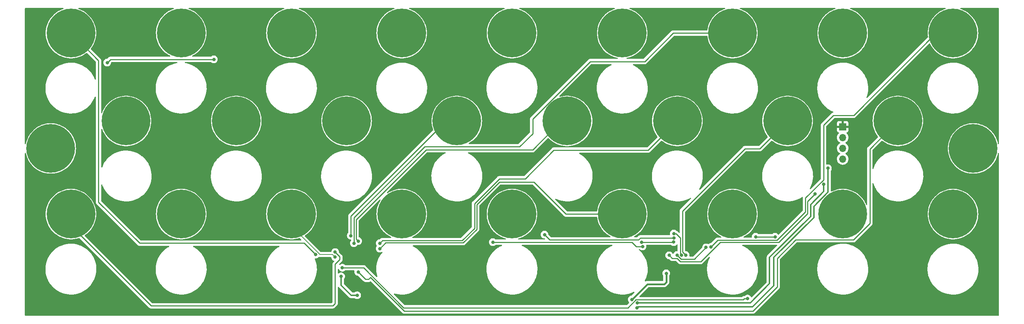
<source format=gbr>
%TF.GenerationSoftware,KiCad,Pcbnew,7.0.2-0*%
%TF.CreationDate,2024-02-08T13:36:38+00:00*%
%TF.ProjectId,plugboard,706c7567-626f-4617-9264-2e6b69636164,rev?*%
%TF.SameCoordinates,PX1312d00PY68e7780*%
%TF.FileFunction,Copper,L2,Bot*%
%TF.FilePolarity,Positive*%
%FSLAX46Y46*%
G04 Gerber Fmt 4.6, Leading zero omitted, Abs format (unit mm)*
G04 Created by KiCad (PCBNEW 7.0.2-0) date 2024-02-08 13:36:38*
%MOMM*%
%LPD*%
G01*
G04 APERTURE LIST*
%TA.AperFunction,ComponentPad*%
%ADD10C,11.500000*%
%TD*%
%TA.AperFunction,ComponentPad*%
%ADD11R,1.700000X1.700000*%
%TD*%
%TA.AperFunction,ComponentPad*%
%ADD12O,1.700000X1.700000*%
%TD*%
%TA.AperFunction,ViaPad*%
%ADD13C,0.800000*%
%TD*%
%TA.AperFunction,Conductor*%
%ADD14C,0.250000*%
%TD*%
%TA.AperFunction,Conductor*%
%ADD15C,0.200000*%
%TD*%
%TA.AperFunction,Conductor*%
%ADD16C,0.350000*%
%TD*%
%TA.AperFunction,Conductor*%
%ADD17C,0.450000*%
%TD*%
G04 APERTURE END LIST*
D10*
%TO.P,J29,1,Pin_1*%
%TO.N,/LT*%
X235260000Y39670000D03*
%TD*%
%TO.P,J28,1,Pin_1*%
%TO.N,/BT*%
X17740000Y39670000D03*
%TD*%
D11*
%TO.P,J27,1,Pin_1*%
%TO.N,VSS*%
X204500000Y44805000D03*
D12*
%TO.P,J27,2,Pin_2*%
%TO.N,VDD*%
X204500000Y42265000D03*
%TO.P,J27,3,Pin_3*%
%TO.N,SDA*%
X204500000Y39725000D03*
%TO.P,J27,4,Pin_4*%
%TO.N,SCK*%
X204500000Y37185000D03*
%TD*%
D10*
%TO.P,J20,1,Pin_1*%
%TO.N,/X*%
X178500000Y24170000D03*
%TD*%
%TO.P,J21,1,Pin_1*%
%TO.N,/C*%
X152500000Y24170000D03*
%TD*%
%TO.P,J19,1,Pin_1*%
%TO.N,/Y*%
X204500000Y24170000D03*
%TD*%
%TO.P,J8,1,Pin_1*%
%TO.N,/I*%
X48500000Y66930000D03*
%TD*%
%TO.P,J1,1,Pin_1*%
%TO.N,/Q*%
X230500000Y66930000D03*
%TD*%
%TO.P,J22,1,Pin_1*%
%TO.N,/V*%
X126500000Y24170000D03*
%TD*%
%TO.P,J5,1,Pin_1*%
%TO.N,/T*%
X126500000Y66930000D03*
%TD*%
%TO.P,J14,1,Pin_1*%
%TO.N,/G*%
X113500000Y46170000D03*
%TD*%
%TO.P,J23,1,Pin_1*%
%TO.N,/B*%
X100500000Y24170000D03*
%TD*%
%TO.P,J18,1,Pin_1*%
%TO.N,/P*%
X230500000Y24170000D03*
%TD*%
%TO.P,J12,1,Pin_1*%
%TO.N,/D*%
X165500000Y46170000D03*
%TD*%
%TO.P,J24,1,Pin_1*%
%TO.N,/N*%
X74500000Y24170000D03*
%TD*%
%TO.P,J15,1,Pin_1*%
%TO.N,/H*%
X87500000Y46170000D03*
%TD*%
%TO.P,J3,1,Pin_1*%
%TO.N,/E*%
X178500000Y66930000D03*
%TD*%
%TO.P,J4,1,Pin_1*%
%TO.N,/R*%
X152500000Y66930000D03*
%TD*%
%TO.P,J26,1,Pin_1*%
%TO.N,/M*%
X22500000Y24170000D03*
%TD*%
%TO.P,J9,1,Pin_1*%
%TO.N,/O*%
X22500000Y66930000D03*
%TD*%
%TO.P,J2,1,Pin_1*%
%TO.N,/W*%
X204500000Y66930000D03*
%TD*%
%TO.P,J25,1,Pin_1*%
%TO.N,/L*%
X48500000Y24170000D03*
%TD*%
%TO.P,J16,1,Pin_1*%
%TO.N,/J*%
X61500000Y46170000D03*
%TD*%
%TO.P,J13,1,Pin_1*%
%TO.N,/F*%
X139500000Y46170000D03*
%TD*%
%TO.P,J11,1,Pin_1*%
%TO.N,/S*%
X191500000Y46170000D03*
%TD*%
%TO.P,J7,1,Pin_1*%
%TO.N,/U*%
X74500000Y66930000D03*
%TD*%
%TO.P,J17,1,Pin_1*%
%TO.N,/K*%
X35500000Y46170000D03*
%TD*%
%TO.P,J6,1,Pin_1*%
%TO.N,/Z*%
X100500000Y66930000D03*
%TD*%
%TO.P,J10,1,Pin_1*%
%TO.N,/A*%
X217500000Y46170000D03*
%TD*%
D13*
%TO.N,/Q*%
X173416701Y16405299D03*
%TO.N,/E*%
X89220000Y17290000D03*
%TO.N,/R*%
X166431701Y14491701D03*
X164658000Y19576000D03*
%TO.N,/U*%
X157038000Y17544000D03*
X164645452Y17547949D03*
%TO.N,/O*%
X80205378Y14605378D03*
%TO.N,/A*%
X90250000Y10500000D03*
%TO.N,/S*%
X167452000Y14496000D03*
%TO.N,/D*%
X95316000Y17290000D03*
%TO.N,/F*%
X90236000Y17798000D03*
%TO.N,/G*%
X88495500Y19068000D03*
%TO.N,/P*%
X182057000Y4209000D03*
X86500000Y11500000D03*
%TO.N,/Y*%
X165420000Y14496000D03*
X183962000Y18814000D03*
X172269402Y16282598D03*
X188534000Y18814000D03*
%TO.N,/C*%
X95316000Y16020000D03*
%TO.N,/V*%
X164658000Y18560000D03*
X134178000Y19322000D03*
%TO.N,/N*%
X84800000Y14000000D03*
%TO.N,/M*%
X84800000Y15200000D03*
%TO.N,SCK*%
X200000000Y31250000D03*
X156024952Y3225048D03*
%TO.N,SDA*%
X155989817Y2010183D03*
X201000000Y35000000D03*
%TO.N,VDD*%
X162880000Y10178000D03*
X90000000Y5000000D03*
X86225000Y9475000D03*
X154750000Y4000000D03*
%TO.N,VSS*%
X88712000Y7384000D03*
X139004000Y69360000D03*
X35880000Y69360000D03*
X217236000Y69360000D03*
X95750000Y4250000D03*
X155900000Y61300000D03*
X113604000Y69360000D03*
X87696000Y69360000D03*
X63750000Y8500000D03*
X165420000Y69360000D03*
X192090000Y69360000D03*
X113500000Y14500000D03*
X173275250Y5079250D03*
X88712000Y13480000D03*
X61280000Y69360000D03*
%TO.N,/BT*%
X56200000Y60724000D03*
X121981701Y17539701D03*
X31054000Y59962000D03*
X157292000Y16528000D03*
%TO.N,/LT*%
X197932000Y28974000D03*
X163573503Y14427503D03*
%TD*%
D14*
%TO.N,/Q*%
X173425299Y16405299D02*
X175014000Y17994000D01*
X199964000Y32239305D02*
X199964000Y45181324D01*
X175014000Y17994000D02*
X188984000Y17994000D01*
X207076000Y47516000D02*
X226490000Y66930000D01*
X173416701Y16405299D02*
X173425299Y16405299D01*
X195704000Y27979305D02*
X199964000Y32239305D01*
X188984000Y17994000D02*
X195704000Y24714000D01*
X202298676Y47516000D02*
X207076000Y47516000D01*
X195704000Y24714000D02*
X195704000Y27979305D01*
X199964000Y45181324D02*
X202298676Y47516000D01*
X226490000Y66930000D02*
X230500000Y66930000D01*
%TO.N,/E*%
X144954652Y60216000D02*
X157800000Y60216000D01*
X157800000Y60216000D02*
X164514000Y66930000D01*
X164514000Y66930000D02*
X178500000Y66930000D01*
X131384000Y46645348D02*
X144954652Y60216000D01*
X105929000Y40095000D02*
X128281000Y40095000D01*
X89220000Y17290000D02*
X89220000Y23386000D01*
X128281000Y40095000D02*
X131384000Y43198000D01*
X131384000Y43198000D02*
X131384000Y46645348D01*
X89220000Y23386000D02*
X105929000Y40095000D01*
%TO.N,/R*%
X166182000Y14741402D02*
X166431701Y14491701D01*
X164658000Y19576000D02*
X165166000Y19576000D01*
X166182000Y18560000D02*
X166182000Y14741402D01*
X165166000Y19576000D02*
X166182000Y18560000D01*
%TO.N,/U*%
X164641503Y17544000D02*
X157038000Y17544000D01*
X164645452Y17547949D02*
X164641503Y17544000D01*
%TO.N,/O*%
X80205378Y14605378D02*
X77515756Y17295000D01*
X29000000Y60430000D02*
X22500000Y66930000D01*
X29000000Y27000000D02*
X29000000Y60430000D01*
X38705000Y17295000D02*
X29000000Y27000000D01*
X77515756Y17295000D02*
X38705000Y17295000D01*
%TO.N,/A*%
X92000000Y8750000D02*
X92680000Y8750000D01*
X92680000Y8750000D02*
X93150773Y9220773D01*
X101086363Y1285183D02*
X183324183Y1285183D01*
X207016348Y18095000D02*
X210886000Y21964652D01*
X193403000Y18095000D02*
X207016348Y18095000D01*
X183324183Y1285183D02*
X189042000Y7003000D01*
X93150773Y9220773D02*
X101086363Y1285183D01*
X210886000Y39556000D02*
X217500000Y46170000D01*
X189042000Y13734000D02*
X193403000Y18095000D01*
X90250000Y10500000D02*
X92000000Y8750000D01*
X210886000Y21964652D02*
X210886000Y39556000D01*
X189042000Y7003000D02*
X189042000Y13734000D01*
%TO.N,/S*%
X166690000Y15258000D02*
X166690000Y24910000D01*
X167452000Y14496000D02*
X166690000Y15258000D01*
X184972000Y39642000D02*
X191500000Y46170000D01*
X166690000Y24910000D02*
X181422000Y39642000D01*
X181422000Y39642000D02*
X184972000Y39642000D01*
%TO.N,/D*%
X117668000Y26688000D02*
X123510000Y32530000D01*
X129606000Y32530000D02*
X136371000Y39295000D01*
X95316000Y17290000D02*
X95951000Y17925000D01*
X95951000Y17925000D02*
X114747000Y17925000D01*
X114747000Y17925000D02*
X117668000Y20846000D01*
X158625000Y39295000D02*
X165500000Y46170000D01*
X136371000Y39295000D02*
X158625000Y39295000D01*
X123510000Y32530000D02*
X129606000Y32530000D01*
X117668000Y20846000D02*
X117668000Y26688000D01*
%TO.N,/F*%
X138166000Y46170000D02*
X139500000Y46170000D01*
X89728000Y18306000D02*
X89728000Y22878000D01*
X131384000Y39388000D02*
X138166000Y46170000D01*
X89728000Y22878000D02*
X106238000Y39388000D01*
X90236000Y17798000D02*
X89728000Y18306000D01*
X106238000Y39388000D02*
X131384000Y39388000D01*
%TO.N,/G*%
X88495500Y23677500D02*
X110988000Y46170000D01*
X88495500Y19068000D02*
X88495500Y23677500D01*
X110988000Y46170000D02*
X113500000Y46170000D01*
%TO.N,/P*%
X182057000Y4209000D02*
X181295000Y4209000D01*
X153825305Y2050000D02*
X100957942Y2050000D01*
X155725353Y3950048D02*
X153825305Y2050000D01*
X181036048Y3950048D02*
X155725353Y3950048D01*
X181295000Y4209000D02*
X181036048Y3950048D01*
X91507942Y11500000D02*
X86500000Y11500000D01*
X100957942Y2050000D02*
X91507942Y11500000D01*
%TO.N,/Y*%
X188534000Y18814000D02*
X183962000Y18814000D01*
X169503804Y13517000D02*
X172269402Y16282598D01*
X166381097Y13517000D02*
X169503804Y13517000D01*
X165420000Y14478097D02*
X166381097Y13517000D01*
X165420000Y14496000D02*
X165420000Y14478097D01*
%TO.N,/C*%
X115001000Y17417000D02*
X118176000Y20592000D01*
X118176000Y20592000D02*
X118176000Y26434000D01*
X95316000Y16020000D02*
X96713000Y17417000D01*
X118176000Y26434000D02*
X123510000Y31768000D01*
X123510000Y31768000D02*
X131638000Y31768000D01*
X139236000Y24170000D02*
X152500000Y24170000D01*
X131638000Y31768000D02*
X139236000Y24170000D01*
X96713000Y17417000D02*
X115001000Y17417000D01*
%TO.N,/V*%
X156319000Y18095000D02*
X135405000Y18095000D01*
X135405000Y18095000D02*
X134178000Y19322000D01*
X156784000Y18560000D02*
X156319000Y18095000D01*
X164658000Y18560000D02*
X156784000Y18560000D01*
D15*
%TO.N,/N*%
X84200000Y14600000D02*
X81200000Y14600000D01*
X84800000Y14000000D02*
X84200000Y14600000D01*
X74500000Y21300000D02*
X74500000Y24170000D01*
X81200000Y14600000D02*
X74500000Y21300000D01*
D14*
%TO.N,/M*%
X85900000Y13400000D02*
X84800000Y12300000D01*
X84800000Y12300000D02*
X84800000Y3050000D01*
X85900000Y14100000D02*
X85900000Y13400000D01*
X84250000Y2500000D02*
X41400000Y2500000D01*
X84800000Y3050000D02*
X84250000Y2500000D01*
X41400000Y2500000D02*
X22500000Y21400000D01*
X22500000Y21400000D02*
X22500000Y24170000D01*
X84800000Y15200000D02*
X85900000Y14100000D01*
D16*
%TO.N,SCK*%
X187250000Y13974000D02*
X196916000Y23640000D01*
X196916000Y23640000D02*
X196916000Y26434000D01*
X182725048Y3225048D02*
X187250000Y7750000D01*
X156024952Y3225048D02*
X182725048Y3225048D01*
X187250000Y7750000D02*
X187250000Y13974000D01*
X196916000Y26434000D02*
X200000000Y29518000D01*
X200000000Y29518000D02*
X200000000Y31250000D01*
%TO.N,SDA*%
X197678000Y26010059D02*
X201000000Y29332059D01*
X155989817Y2010183D02*
X156229634Y2250000D01*
X156229634Y2250000D02*
X183250000Y2250000D01*
X197678000Y23386000D02*
X197678000Y26010059D01*
X188250000Y7250000D02*
X188250000Y13958000D01*
X188250000Y13958000D02*
X197678000Y23386000D01*
X183250000Y2250000D02*
X188250000Y7250000D01*
X201000000Y29332059D02*
X201000000Y35000000D01*
D17*
%TO.N,VDD*%
X162372000Y7638000D02*
X158388000Y7638000D01*
D16*
X88556000Y5000000D02*
X86225000Y7331000D01*
D17*
X162880000Y8146000D02*
X162372000Y7638000D01*
X162880000Y10178000D02*
X162880000Y8146000D01*
X158388000Y7638000D02*
X154750000Y4000000D01*
D16*
X86225000Y7331000D02*
X86225000Y9475000D01*
X90000000Y5000000D02*
X88556000Y5000000D01*
D14*
%TO.N,/BT*%
X31816000Y60724000D02*
X31054000Y59962000D01*
X121986000Y17544000D02*
X154788058Y17544000D01*
X56200000Y60724000D02*
X31816000Y60724000D01*
X121981701Y17539701D02*
X121986000Y17544000D01*
X154788058Y17544000D02*
X155804058Y16528000D01*
X155804058Y16528000D02*
X157292000Y16528000D01*
%TO.N,/LT*%
X165420000Y13734000D02*
X166182000Y12972000D01*
X166182000Y12972000D02*
X171008000Y12972000D01*
X189423000Y17544000D02*
X196154000Y24275000D01*
X171008000Y12972000D02*
X175580000Y17544000D01*
X196154000Y27196000D02*
X197932000Y28974000D01*
X163573503Y14427503D02*
X164267006Y13734000D01*
X175580000Y17544000D02*
X189423000Y17544000D01*
X164267006Y13734000D02*
X165420000Y13734000D01*
X196154000Y24275000D02*
X196154000Y27196000D01*
%TD*%
%TA.AperFunction,Conductor*%
%TO.N,VSS*%
G36*
X20744128Y72829815D02*
G01*
X20789883Y72777011D01*
X20799827Y72707853D01*
X20770802Y72644297D01*
X20716355Y72607881D01*
X20388211Y72498330D01*
X20385928Y72497358D01*
X20385914Y72497352D01*
X19949303Y72311330D01*
X19949277Y72311318D01*
X19946994Y72310345D01*
X19944799Y72309194D01*
X19944780Y72309184D01*
X19524542Y72088626D01*
X19524529Y72088619D01*
X19522335Y72087467D01*
X19520237Y72086141D01*
X19520226Y72086134D01*
X19119085Y71832468D01*
X19116987Y71831141D01*
X19115019Y71829663D01*
X19114997Y71829647D01*
X18735577Y71544531D01*
X18735552Y71544512D01*
X18733579Y71543028D01*
X18731717Y71541379D01*
X18731703Y71541367D01*
X18376475Y71226663D01*
X18376459Y71226649D01*
X18374598Y71224999D01*
X18372867Y71223198D01*
X18372864Y71223194D01*
X18044097Y70880912D01*
X18044085Y70880899D01*
X18042371Y70879114D01*
X18040800Y70877191D01*
X18040793Y70877182D01*
X17740634Y70509553D01*
X17740623Y70509540D01*
X17739055Y70507618D01*
X17737648Y70505580D01*
X17737637Y70505565D01*
X17468032Y70114976D01*
X17468019Y70114957D01*
X17466614Y70112920D01*
X17465371Y70110768D01*
X17465364Y70110756D01*
X17228068Y69699748D01*
X17228061Y69699735D01*
X17226817Y69697580D01*
X17225755Y69695344D01*
X17225745Y69695323D01*
X17022285Y69266540D01*
X17022274Y69266517D01*
X17021219Y69264291D01*
X17020341Y69261978D01*
X17020335Y69261962D01*
X16852034Y68818189D01*
X16852030Y68818178D01*
X16851152Y68815862D01*
X16850460Y68813474D01*
X16850459Y68813470D01*
X16718414Y68357600D01*
X16718408Y68357577D01*
X16717721Y68355204D01*
X16717224Y68352773D01*
X16717222Y68352762D01*
X16622290Y67887756D01*
X16622286Y67887733D01*
X16621790Y67885302D01*
X16621490Y67882836D01*
X16621488Y67882820D01*
X16564280Y67411674D01*
X16564278Y67411655D01*
X16563981Y67409205D01*
X16563881Y67406730D01*
X16563880Y67406714D01*
X16561653Y67351438D01*
X16544670Y66930000D01*
X16544771Y66927494D01*
X16563880Y66453287D01*
X16563881Y66453273D01*
X16563981Y66450795D01*
X16564278Y66448344D01*
X16564280Y66448327D01*
X16621488Y65977181D01*
X16621489Y65977173D01*
X16621790Y65974698D01*
X16622286Y65972264D01*
X16622290Y65972245D01*
X16717222Y65507239D01*
X16717721Y65504796D01*
X16718409Y65502418D01*
X16718414Y65502401D01*
X16828969Y65120723D01*
X16851152Y65044138D01*
X17021219Y64595709D01*
X17022278Y64593476D01*
X17022285Y64593461D01*
X17225745Y64164678D01*
X17225750Y64164667D01*
X17226817Y64162420D01*
X17466614Y63747080D01*
X17739055Y63352382D01*
X18042371Y62980886D01*
X18374598Y62635001D01*
X18733579Y62316972D01*
X18735567Y62315478D01*
X18735577Y62315470D01*
X19114997Y62030354D01*
X19115003Y62030350D01*
X19116987Y62028859D01*
X19522335Y61772533D01*
X19946994Y61549655D01*
X19949298Y61548674D01*
X19949303Y61548671D01*
X20044403Y61508153D01*
X20388211Y61361670D01*
X20843123Y61209798D01*
X21308781Y61095023D01*
X21782164Y61018091D01*
X22260203Y60979500D01*
X22262688Y60979500D01*
X22737312Y60979500D01*
X22739797Y60979500D01*
X23217836Y61018091D01*
X23691219Y61095023D01*
X24156877Y61209798D01*
X24611789Y61361670D01*
X25053006Y61549655D01*
X25477665Y61772533D01*
X25883013Y62028859D01*
X26158678Y62236010D01*
X26224097Y62260546D01*
X26292397Y62245819D01*
X26320851Y62224559D01*
X28338181Y60207229D01*
X28371666Y60145906D01*
X28374500Y60119548D01*
X28374500Y56037609D01*
X28354815Y55970570D01*
X28302011Y55924815D01*
X28232853Y55914871D01*
X28169297Y55943896D01*
X28133882Y55995463D01*
X28060863Y56197504D01*
X28060862Y56197505D01*
X28060005Y56199878D01*
X27856489Y56645517D01*
X27855245Y56647741D01*
X27618560Y57070879D01*
X27618559Y57070881D01*
X27617326Y57073085D01*
X27344107Y57479737D01*
X27038653Y57862765D01*
X26865930Y58046395D01*
X26704732Y58217773D01*
X26702994Y58219621D01*
X26519025Y58385721D01*
X26341253Y58546227D01*
X26341244Y58546235D01*
X26339365Y58547931D01*
X26139583Y58700690D01*
X25952197Y58843971D01*
X25952190Y58843976D01*
X25950185Y58845509D01*
X25948058Y58846876D01*
X25948048Y58846883D01*
X25540189Y59108997D01*
X25538045Y59110375D01*
X25311536Y59231076D01*
X25107903Y59339587D01*
X25107896Y59339590D01*
X25105688Y59340767D01*
X25103386Y59341762D01*
X25103382Y59341764D01*
X24658298Y59534154D01*
X24658284Y59534160D01*
X24655990Y59535151D01*
X24492480Y59590500D01*
X24194346Y59691420D01*
X24194344Y59691421D01*
X24191944Y59692233D01*
X24189487Y59692847D01*
X24189483Y59692848D01*
X23719106Y59810353D01*
X23719099Y59810355D01*
X23716639Y59810969D01*
X23233237Y59890568D01*
X23230730Y59890774D01*
X23230714Y59890775D01*
X22747494Y59930293D01*
X22747480Y59930294D01*
X22744956Y59930500D01*
X22377569Y59930500D01*
X22376361Y59930451D01*
X22376326Y59930450D01*
X22013023Y59915619D01*
X22013002Y59915618D01*
X22010496Y59915515D01*
X22007994Y59915208D01*
X22007979Y59915206D01*
X21526755Y59856009D01*
X21526734Y59856006D01*
X21524250Y59855700D01*
X21521791Y59855192D01*
X21521783Y59855190D01*
X21046969Y59756962D01*
X21046955Y59756959D01*
X21044497Y59756450D01*
X21042084Y59755742D01*
X21042070Y59755738D01*
X20576856Y59619139D01*
X20576841Y59619134D01*
X20574430Y59618426D01*
X20572093Y59617528D01*
X20572072Y59617520D01*
X20119529Y59443451D01*
X20119514Y59443445D01*
X20117178Y59442546D01*
X20114923Y59441461D01*
X20114902Y59441451D01*
X19678065Y59231081D01*
X19675783Y59229982D01*
X19673621Y59228715D01*
X19673602Y59228704D01*
X19255369Y58983429D01*
X19255351Y58983418D01*
X19253183Y58982146D01*
X19251118Y58980698D01*
X19251103Y58980687D01*
X18854265Y58702148D01*
X18854251Y58702138D01*
X18852189Y58700690D01*
X18850253Y58699081D01*
X18850242Y58699072D01*
X18477410Y58389098D01*
X18477399Y58389089D01*
X18475472Y58387486D01*
X18473689Y58385740D01*
X18473669Y58385721D01*
X18127350Y58046395D01*
X18127342Y58046387D01*
X18125536Y58044617D01*
X18123895Y58042724D01*
X18123876Y58042703D01*
X17806360Y57676269D01*
X17806347Y57676254D01*
X17804713Y57674367D01*
X17803232Y57672347D01*
X17803224Y57672336D01*
X17516635Y57281247D01*
X17516618Y57281223D01*
X17515135Y57279198D01*
X17513815Y57277049D01*
X17513805Y57277034D01*
X17260055Y56863899D01*
X17260040Y56863873D01*
X17258731Y56861741D01*
X17257591Y56859493D01*
X17257583Y56859478D01*
X17038358Y56427046D01*
X17038350Y56427030D01*
X17037207Y56424774D01*
X17036259Y56422454D01*
X17036248Y56422428D01*
X16852987Y55973534D01*
X16852980Y55973517D01*
X16852037Y55971205D01*
X16851283Y55968821D01*
X16851277Y55968802D01*
X16705213Y55506458D01*
X16704453Y55504051D01*
X16703892Y55501597D01*
X16703891Y55501590D01*
X16596001Y55028897D01*
X16595998Y55028882D01*
X16595437Y55026423D01*
X16595077Y55023921D01*
X16595076Y55023914D01*
X16560319Y54782171D01*
X16525715Y54541498D01*
X16525560Y54538985D01*
X16525559Y54538965D01*
X16495906Y54055020D01*
X16495752Y54052503D01*
X16495803Y54049991D01*
X16495803Y54049978D01*
X16505693Y53565215D01*
X16505693Y53565202D01*
X16505745Y53562694D01*
X16505998Y53560215D01*
X16506000Y53560195D01*
X16530739Y53318502D01*
X16555629Y53075329D01*
X16556086Y53072868D01*
X16556088Y53072854D01*
X16644610Y52596136D01*
X16644612Y52596123D01*
X16645072Y52593651D01*
X16645731Y52591222D01*
X16645734Y52591212D01*
X16709631Y52355949D01*
X16773479Y52120867D01*
X16939995Y51660122D01*
X16941047Y51657819D01*
X17091383Y51328626D01*
X17143511Y51214483D01*
X17144749Y51212269D01*
X17144754Y51212260D01*
X17265663Y50996102D01*
X17382674Y50786915D01*
X17384085Y50784815D01*
X17654484Y50382359D01*
X17654493Y50382347D01*
X17655893Y50380263D01*
X17961347Y49997235D01*
X17963078Y49995394D01*
X17963083Y49995389D01*
X18186141Y49758245D01*
X18297006Y49640379D01*
X18298896Y49638673D01*
X18658746Y49313774D01*
X18658753Y49313768D01*
X18660635Y49312069D01*
X18662653Y49310526D01*
X18862322Y49157853D01*
X19049815Y49014491D01*
X19051946Y49013122D01*
X19051951Y49013118D01*
X19169491Y48937580D01*
X19461955Y48749625D01*
X19894312Y48519233D01*
X20261917Y48360334D01*
X20325097Y48333024D01*
X20344010Y48324849D01*
X20808056Y48167767D01*
X21283361Y48049031D01*
X21766763Y47969432D01*
X22255044Y47929500D01*
X22257586Y47929500D01*
X22621183Y47929500D01*
X22622431Y47929500D01*
X22989504Y47944485D01*
X23475750Y48004300D01*
X23955503Y48103550D01*
X24425570Y48241574D01*
X24882822Y48417454D01*
X25324217Y48630018D01*
X25746817Y48877854D01*
X26147811Y49159310D01*
X26524528Y49472514D01*
X26874464Y49815383D01*
X27195287Y50185633D01*
X27484865Y50580802D01*
X27741269Y50998259D01*
X27962793Y51435226D01*
X28135698Y51858754D01*
X28179261Y51913379D01*
X28245442Y51935782D01*
X28313229Y51918848D01*
X28361099Y51867954D01*
X28374500Y51811885D01*
X28374500Y27082744D01*
X28372235Y27062234D01*
X28374439Y26992128D01*
X28374500Y26988233D01*
X28374500Y26960650D01*
X28374988Y26956781D01*
X28374989Y26956775D01*
X28375004Y26956657D01*
X28375918Y26945033D01*
X28377290Y26901374D01*
X28382879Y26882140D01*
X28386825Y26863084D01*
X28389335Y26843208D01*
X28405414Y26802596D01*
X28409197Y26791549D01*
X28421382Y26749609D01*
X28431580Y26732365D01*
X28440136Y26714900D01*
X28447514Y26696268D01*
X28447515Y26696267D01*
X28473180Y26660941D01*
X28479593Y26651178D01*
X28501826Y26613584D01*
X28501829Y26613581D01*
X28501830Y26613580D01*
X28515995Y26599415D01*
X28528627Y26584625D01*
X28540406Y26568413D01*
X28574058Y26540574D01*
X28582699Y26532711D01*
X38204197Y16911213D01*
X38217098Y16895111D01*
X38219212Y16893126D01*
X38219214Y16893123D01*
X38255127Y16859398D01*
X38268240Y16847084D01*
X38271036Y16844374D01*
X38290530Y16824880D01*
X38293615Y16822487D01*
X38293701Y16822420D01*
X38302573Y16814842D01*
X38334418Y16784938D01*
X38351974Y16775286D01*
X38368231Y16764608D01*
X38384064Y16752326D01*
X38400185Y16745351D01*
X38424156Y16734977D01*
X38434643Y16729840D01*
X38472908Y16708803D01*
X38492316Y16703820D01*
X38510710Y16697522D01*
X38529105Y16689562D01*
X38572254Y16682729D01*
X38583680Y16680362D01*
X38590709Y16678557D01*
X38625980Y16669500D01*
X38625981Y16669500D01*
X38646016Y16669500D01*
X38665413Y16667974D01*
X38685196Y16664840D01*
X38728674Y16668950D01*
X38740344Y16669500D01*
X45559435Y16669500D01*
X45626474Y16649815D01*
X45672229Y16597011D01*
X45682173Y16527853D01*
X45653148Y16464297D01*
X45622164Y16438537D01*
X45255369Y16223429D01*
X45255351Y16223418D01*
X45253183Y16222146D01*
X45251118Y16220698D01*
X45251103Y16220687D01*
X44854265Y15942148D01*
X44854251Y15942138D01*
X44852189Y15940690D01*
X44850253Y15939081D01*
X44850242Y15939072D01*
X44477410Y15629098D01*
X44477399Y15629089D01*
X44475472Y15627486D01*
X44473689Y15625740D01*
X44473669Y15625721D01*
X44127350Y15286395D01*
X44127342Y15286387D01*
X44125536Y15284617D01*
X44123895Y15282724D01*
X44123876Y15282703D01*
X43806360Y14916269D01*
X43806347Y14916254D01*
X43804713Y14914367D01*
X43803232Y14912347D01*
X43803224Y14912336D01*
X43516635Y14521247D01*
X43516618Y14521223D01*
X43515135Y14519198D01*
X43513815Y14517049D01*
X43513805Y14517034D01*
X43260055Y14103899D01*
X43260040Y14103873D01*
X43258731Y14101741D01*
X43257591Y14099493D01*
X43257583Y14099478D01*
X43038358Y13667046D01*
X43038350Y13667030D01*
X43037207Y13664774D01*
X43036259Y13662454D01*
X43036248Y13662428D01*
X42852987Y13213534D01*
X42852980Y13213517D01*
X42852037Y13211205D01*
X42851283Y13208821D01*
X42851277Y13208802D01*
X42718307Y12787904D01*
X42704453Y12744051D01*
X42703892Y12741597D01*
X42703891Y12741590D01*
X42596001Y12268897D01*
X42595998Y12268882D01*
X42595437Y12266423D01*
X42595077Y12263921D01*
X42595076Y12263914D01*
X42527516Y11794021D01*
X42525715Y11781498D01*
X42525560Y11778985D01*
X42525559Y11778965D01*
X42508466Y11500000D01*
X42495752Y11292503D01*
X42495803Y11289991D01*
X42495803Y11289978D01*
X42505693Y10805215D01*
X42505693Y10805202D01*
X42505745Y10802694D01*
X42505998Y10800215D01*
X42506000Y10800195D01*
X42534644Y10520351D01*
X42555629Y10315329D01*
X42556086Y10312868D01*
X42556088Y10312854D01*
X42644610Y9836136D01*
X42644612Y9836123D01*
X42645072Y9833651D01*
X42645731Y9831222D01*
X42645734Y9831212D01*
X42760491Y9408687D01*
X42773479Y9360867D01*
X42774337Y9358492D01*
X42774338Y9358490D01*
X42787175Y9322970D01*
X42939995Y8900122D01*
X42941047Y8897819D01*
X43123694Y8497875D01*
X43143511Y8454483D01*
X43144749Y8452269D01*
X43144754Y8452260D01*
X43363495Y8061201D01*
X43382674Y8026915D01*
X43384085Y8024815D01*
X43654484Y7622359D01*
X43654493Y7622347D01*
X43655893Y7620263D01*
X43657460Y7618298D01*
X43657463Y7618294D01*
X43675544Y7595621D01*
X43961347Y7237235D01*
X43963078Y7235394D01*
X43963083Y7235389D01*
X44148430Y7038338D01*
X44297006Y6880379D01*
X44396761Y6790313D01*
X44658746Y6553774D01*
X44658753Y6553768D01*
X44660635Y6552069D01*
X44662653Y6550526D01*
X44862322Y6397853D01*
X45049815Y6254491D01*
X45461955Y5989625D01*
X45894312Y5759233D01*
X46344010Y5564849D01*
X46808056Y5407767D01*
X47283361Y5289031D01*
X47766763Y5209432D01*
X48255044Y5169500D01*
X48257586Y5169500D01*
X48621183Y5169500D01*
X48622431Y5169500D01*
X48989504Y5184485D01*
X49475750Y5244300D01*
X49955503Y5343550D01*
X50425570Y5481574D01*
X50882822Y5657454D01*
X51324217Y5870018D01*
X51746817Y6117854D01*
X52147811Y6399310D01*
X52524528Y6712514D01*
X52874464Y7055383D01*
X53195287Y7425633D01*
X53484865Y7820802D01*
X53741269Y8238259D01*
X53962793Y8675226D01*
X54147963Y9128795D01*
X54295547Y9595949D01*
X54404563Y10073577D01*
X54474285Y10558502D01*
X54504248Y11047497D01*
X54494255Y11537306D01*
X54444371Y12024671D01*
X54354928Y12506349D01*
X54226521Y12979133D01*
X54060005Y13439878D01*
X53856489Y13885517D01*
X53748046Y14079388D01*
X53618560Y14310879D01*
X53618559Y14310881D01*
X53617326Y14313085D01*
X53367946Y14684256D01*
X53345515Y14717642D01*
X53345509Y14717649D01*
X53344107Y14719737D01*
X53038653Y15102765D01*
X52946723Y15200500D01*
X52704732Y15457773D01*
X52702994Y15459621D01*
X52576441Y15573882D01*
X52341253Y15786227D01*
X52341244Y15786235D01*
X52339365Y15787931D01*
X52337346Y15789475D01*
X51952197Y16083971D01*
X51952190Y16083976D01*
X51950185Y16085509D01*
X51948058Y16086876D01*
X51948048Y16086883D01*
X51540189Y16348997D01*
X51538045Y16350375D01*
X51377233Y16436068D01*
X51327328Y16484966D01*
X51311780Y16553084D01*
X51335528Y16618794D01*
X51391032Y16661234D01*
X51435548Y16669500D01*
X71559435Y16669500D01*
X71626474Y16649815D01*
X71672229Y16597011D01*
X71682173Y16527853D01*
X71653148Y16464297D01*
X71622164Y16438537D01*
X71255369Y16223429D01*
X71255351Y16223418D01*
X71253183Y16222146D01*
X71251118Y16220698D01*
X71251103Y16220687D01*
X70854265Y15942148D01*
X70854251Y15942138D01*
X70852189Y15940690D01*
X70850253Y15939081D01*
X70850242Y15939072D01*
X70477410Y15629098D01*
X70477399Y15629089D01*
X70475472Y15627486D01*
X70473689Y15625740D01*
X70473669Y15625721D01*
X70127350Y15286395D01*
X70127342Y15286387D01*
X70125536Y15284617D01*
X70123895Y15282724D01*
X70123876Y15282703D01*
X69806360Y14916269D01*
X69806347Y14916254D01*
X69804713Y14914367D01*
X69803232Y14912347D01*
X69803224Y14912336D01*
X69516635Y14521247D01*
X69516618Y14521223D01*
X69515135Y14519198D01*
X69513815Y14517049D01*
X69513805Y14517034D01*
X69260055Y14103899D01*
X69260040Y14103873D01*
X69258731Y14101741D01*
X69257591Y14099493D01*
X69257583Y14099478D01*
X69038358Y13667046D01*
X69038350Y13667030D01*
X69037207Y13664774D01*
X69036259Y13662454D01*
X69036248Y13662428D01*
X68852987Y13213534D01*
X68852980Y13213517D01*
X68852037Y13211205D01*
X68851283Y13208821D01*
X68851277Y13208802D01*
X68718307Y12787904D01*
X68704453Y12744051D01*
X68703892Y12741597D01*
X68703891Y12741590D01*
X68596001Y12268897D01*
X68595998Y12268882D01*
X68595437Y12266423D01*
X68595077Y12263921D01*
X68595076Y12263914D01*
X68527516Y11794021D01*
X68525715Y11781498D01*
X68525560Y11778985D01*
X68525559Y11778965D01*
X68508466Y11500000D01*
X68495752Y11292503D01*
X68495803Y11289991D01*
X68495803Y11289978D01*
X68505693Y10805215D01*
X68505693Y10805202D01*
X68505745Y10802694D01*
X68505998Y10800215D01*
X68506000Y10800195D01*
X68534644Y10520351D01*
X68555629Y10315329D01*
X68556086Y10312868D01*
X68556088Y10312854D01*
X68644610Y9836136D01*
X68644612Y9836123D01*
X68645072Y9833651D01*
X68645731Y9831222D01*
X68645734Y9831212D01*
X68760491Y9408687D01*
X68773479Y9360867D01*
X68774337Y9358492D01*
X68774338Y9358490D01*
X68787175Y9322970D01*
X68939995Y8900122D01*
X68941047Y8897819D01*
X69123694Y8497875D01*
X69143511Y8454483D01*
X69144749Y8452269D01*
X69144754Y8452260D01*
X69363495Y8061201D01*
X69382674Y8026915D01*
X69384085Y8024815D01*
X69654484Y7622359D01*
X69654493Y7622347D01*
X69655893Y7620263D01*
X69657460Y7618298D01*
X69657463Y7618294D01*
X69675544Y7595621D01*
X69961347Y7237235D01*
X69963078Y7235394D01*
X69963083Y7235389D01*
X70148430Y7038338D01*
X70297006Y6880379D01*
X70396761Y6790313D01*
X70658746Y6553774D01*
X70658753Y6553768D01*
X70660635Y6552069D01*
X70662653Y6550526D01*
X70862322Y6397853D01*
X71049815Y6254491D01*
X71461955Y5989625D01*
X71894312Y5759233D01*
X72344010Y5564849D01*
X72808056Y5407767D01*
X73283361Y5289031D01*
X73766763Y5209432D01*
X74255044Y5169500D01*
X74257586Y5169500D01*
X74621183Y5169500D01*
X74622431Y5169500D01*
X74989504Y5184485D01*
X75475750Y5244300D01*
X75955503Y5343550D01*
X76425570Y5481574D01*
X76882822Y5657454D01*
X77324217Y5870018D01*
X77746817Y6117854D01*
X78147811Y6399310D01*
X78524528Y6712514D01*
X78874464Y7055383D01*
X79195287Y7425633D01*
X79484865Y7820802D01*
X79741269Y8238259D01*
X79962793Y8675226D01*
X80147963Y9128795D01*
X80295547Y9595949D01*
X80404563Y10073577D01*
X80474285Y10558502D01*
X80504248Y11047497D01*
X80494255Y11537306D01*
X80444371Y12024671D01*
X80354928Y12506349D01*
X80226521Y12979133D01*
X80060005Y13439878D01*
X80019136Y13529367D01*
X80009193Y13598525D01*
X80038218Y13662081D01*
X80096996Y13699855D01*
X80131931Y13704878D01*
X80300026Y13704878D01*
X80423462Y13731116D01*
X80485181Y13744234D01*
X80658108Y13821227D01*
X80811249Y13932490D01*
X80869713Y13997422D01*
X80929195Y14034068D01*
X80999052Y14032739D01*
X81009294Y14029016D01*
X81043238Y14014956D01*
X81147745Y14001198D01*
X81199999Y13994318D01*
X81199999Y13994319D01*
X81200000Y13994318D01*
X81231302Y13998440D01*
X81247487Y13999500D01*
X83782942Y13999500D01*
X83849981Y13979815D01*
X83895736Y13927011D01*
X83906263Y13888462D01*
X83914326Y13811743D01*
X83972820Y13631716D01*
X84067466Y13467784D01*
X84194129Y13327111D01*
X84347267Y13215850D01*
X84424421Y13181499D01*
X84517332Y13140132D01*
X84570570Y13094881D01*
X84590891Y13028032D01*
X84571846Y12960809D01*
X84554578Y12939171D01*
X84416208Y12800801D01*
X84400110Y12787904D01*
X84352096Y12736775D01*
X84349392Y12733984D01*
X84332628Y12717220D01*
X84332621Y12717213D01*
X84329880Y12714471D01*
X84327499Y12711403D01*
X84327490Y12711392D01*
X84327411Y12711289D01*
X84319842Y12702428D01*
X84289935Y12670580D01*
X84280285Y12653026D01*
X84269609Y12636772D01*
X84257326Y12620937D01*
X84239975Y12580842D01*
X84234838Y12570356D01*
X84213802Y12532093D01*
X84208821Y12512691D01*
X84202520Y12494289D01*
X84194561Y12475898D01*
X84187728Y12432758D01*
X84185360Y12421326D01*
X84174499Y12379023D01*
X84174500Y12358984D01*
X84172973Y12339586D01*
X84169840Y12319806D01*
X84173950Y12276327D01*
X84174500Y12264657D01*
X84174500Y3360454D01*
X84154815Y3293415D01*
X84138185Y3272778D01*
X84027226Y3161818D01*
X83965906Y3128334D01*
X83939547Y3125500D01*
X41710453Y3125500D01*
X41643414Y3145185D01*
X41622772Y3161819D01*
X25767638Y19016953D01*
X25734153Y19078276D01*
X25739137Y19147968D01*
X25781009Y19203901D01*
X25789046Y19209438D01*
X25880903Y19267525D01*
X25883013Y19268859D01*
X26266421Y19556972D01*
X26625402Y19875001D01*
X26957629Y20220886D01*
X27260945Y20592382D01*
X27533386Y20987080D01*
X27773183Y21402420D01*
X27978781Y21835709D01*
X28148848Y22284138D01*
X28282279Y22744796D01*
X28378210Y23214698D01*
X28436019Y23690795D01*
X28455330Y24170000D01*
X28454995Y24178301D01*
X28436119Y24646714D01*
X28436019Y24649205D01*
X28378210Y25125302D01*
X28282279Y25595204D01*
X28148848Y26055862D01*
X27978781Y26504291D01*
X27906697Y26656204D01*
X27774254Y26935323D01*
X27774253Y26935324D01*
X27773183Y26937580D01*
X27533386Y27352920D01*
X27260945Y27747618D01*
X26957629Y28119114D01*
X26625402Y28464999D01*
X26347833Y28710903D01*
X26268296Y28781367D01*
X26268294Y28781369D01*
X26266421Y28783028D01*
X26264434Y28784521D01*
X26264422Y28784531D01*
X25885002Y29069647D01*
X25884991Y29069655D01*
X25883013Y29071141D01*
X25477665Y29327467D01*
X25364347Y29386941D01*
X25055219Y29549184D01*
X25055209Y29549189D01*
X25053006Y29550345D01*
X25050712Y29551323D01*
X25050696Y29551330D01*
X24614085Y29737352D01*
X24614079Y29737354D01*
X24611789Y29738330D01*
X24433649Y29797802D01*
X24159227Y29889418D01*
X24159214Y29889422D01*
X24156877Y29890202D01*
X24140659Y29894200D01*
X23693639Y30004381D01*
X23693627Y30004384D01*
X23691219Y30004977D01*
X23688758Y30005377D01*
X23688753Y30005378D01*
X23220295Y30081510D01*
X23220279Y30081512D01*
X23217836Y30081909D01*
X23215375Y30082108D01*
X23215356Y30082110D01*
X22742272Y30120301D01*
X22742252Y30120302D01*
X22739797Y30120500D01*
X22260203Y30120500D01*
X22257748Y30120302D01*
X22257727Y30120301D01*
X21784643Y30082110D01*
X21784621Y30082108D01*
X21782164Y30081909D01*
X21779723Y30081513D01*
X21779704Y30081510D01*
X21311246Y30005378D01*
X21311236Y30005377D01*
X21308781Y30004977D01*
X21306377Y30004385D01*
X21306360Y30004381D01*
X20845532Y29890796D01*
X20845526Y29890795D01*
X20843123Y29890202D01*
X20840791Y29889424D01*
X20840772Y29889418D01*
X20390568Y29739117D01*
X20388211Y29738330D01*
X20385928Y29737358D01*
X20385914Y29737352D01*
X19949303Y29551330D01*
X19949277Y29551318D01*
X19946994Y29550345D01*
X19944799Y29549194D01*
X19944780Y29549184D01*
X19524542Y29328626D01*
X19524529Y29328619D01*
X19522335Y29327467D01*
X19520237Y29326141D01*
X19520226Y29326134D01*
X19119085Y29072468D01*
X19116987Y29071141D01*
X19115019Y29069663D01*
X19114997Y29069647D01*
X18735577Y28784531D01*
X18735552Y28784512D01*
X18733579Y28783028D01*
X18731717Y28781379D01*
X18731703Y28781367D01*
X18376475Y28466663D01*
X18376459Y28466649D01*
X18374598Y28464999D01*
X18372867Y28463198D01*
X18372864Y28463194D01*
X18044097Y28120912D01*
X18044085Y28120899D01*
X18042371Y28119114D01*
X18040800Y28117191D01*
X18040793Y28117182D01*
X17740634Y27749553D01*
X17740623Y27749540D01*
X17739055Y27747618D01*
X17737648Y27745580D01*
X17737637Y27745565D01*
X17468032Y27354976D01*
X17468019Y27354957D01*
X17466614Y27352920D01*
X17465371Y27350768D01*
X17465364Y27350756D01*
X17228068Y26939748D01*
X17228061Y26939735D01*
X17226817Y26937580D01*
X17225755Y26935344D01*
X17225745Y26935323D01*
X17022285Y26506540D01*
X17022274Y26506517D01*
X17021219Y26504291D01*
X17020341Y26501978D01*
X17020335Y26501962D01*
X16852034Y26058189D01*
X16852030Y26058178D01*
X16851152Y26055862D01*
X16850460Y26053474D01*
X16850459Y26053470D01*
X16718414Y25597600D01*
X16718408Y25597577D01*
X16717721Y25595204D01*
X16717224Y25592773D01*
X16717222Y25592762D01*
X16622290Y25127756D01*
X16622286Y25127733D01*
X16621790Y25125302D01*
X16621490Y25122836D01*
X16621488Y25122820D01*
X16564280Y24651674D01*
X16564278Y24651655D01*
X16563981Y24649205D01*
X16563881Y24646730D01*
X16563880Y24646714D01*
X16544771Y24172507D01*
X16544670Y24170000D01*
X16544771Y24167494D01*
X16563880Y23693287D01*
X16563881Y23693273D01*
X16563981Y23690795D01*
X16564278Y23688344D01*
X16564280Y23688327D01*
X16621488Y23217181D01*
X16621489Y23217173D01*
X16621790Y23214698D01*
X16622286Y23212264D01*
X16622290Y23212245D01*
X16687275Y22893930D01*
X16717721Y22744796D01*
X16718409Y22742418D01*
X16718414Y22742401D01*
X16743664Y22655229D01*
X16851152Y22284138D01*
X16852032Y22281816D01*
X16852034Y22281812D01*
X17018330Y21843325D01*
X17021219Y21835709D01*
X17022278Y21833476D01*
X17022285Y21833461D01*
X17225745Y21404678D01*
X17225750Y21404667D01*
X17226817Y21402420D01*
X17466614Y20987080D01*
X17468026Y20985034D01*
X17468032Y20985025D01*
X17718961Y20621493D01*
X17739055Y20592382D01*
X18042371Y20220886D01*
X18374598Y19875001D01*
X18376473Y19873340D01*
X18376475Y19873338D01*
X18583101Y19690284D01*
X18733579Y19556972D01*
X18735567Y19555478D01*
X18735577Y19555470D01*
X19114997Y19270354D01*
X19115003Y19270350D01*
X19116987Y19268859D01*
X19522335Y19012533D01*
X19946994Y18789655D01*
X19949298Y18788674D01*
X19949303Y18788671D01*
X20063104Y18740185D01*
X20388211Y18601670D01*
X20843123Y18449798D01*
X21308781Y18335023D01*
X21782164Y18258091D01*
X22260203Y18219500D01*
X22262688Y18219500D01*
X22737312Y18219500D01*
X22739797Y18219500D01*
X23217836Y18258091D01*
X23691219Y18335023D01*
X24156877Y18449798D01*
X24390579Y18527821D01*
X24460402Y18530378D01*
X24517526Y18497884D01*
X32756257Y10259152D01*
X40899196Y2116213D01*
X40912096Y2100112D01*
X40963223Y2052100D01*
X40966020Y2049389D01*
X40985529Y2029880D01*
X40988709Y2027413D01*
X40997571Y2019845D01*
X41029418Y1989938D01*
X41046970Y1980289D01*
X41063238Y1969603D01*
X41079064Y1957327D01*
X41119146Y1939983D01*
X41129633Y1934845D01*
X41167907Y1913803D01*
X41176410Y1911621D01*
X41187308Y1908822D01*
X41205713Y1902522D01*
X41224104Y1894563D01*
X41267250Y1887730D01*
X41278668Y1885365D01*
X41320981Y1874500D01*
X41341016Y1874500D01*
X41360415Y1872973D01*
X41380196Y1869840D01*
X41423674Y1873950D01*
X41435344Y1874500D01*
X84167256Y1874500D01*
X84187762Y1872236D01*
X84190665Y1872328D01*
X84190667Y1872327D01*
X84257872Y1874439D01*
X84261768Y1874500D01*
X84285448Y1874500D01*
X84289350Y1874500D01*
X84293313Y1875001D01*
X84304962Y1875920D01*
X84348627Y1877291D01*
X84367859Y1882880D01*
X84386918Y1886826D01*
X84394099Y1887733D01*
X84406792Y1889336D01*
X84447407Y1905418D01*
X84458444Y1909197D01*
X84500390Y1921382D01*
X84517629Y1931578D01*
X84535102Y1940138D01*
X84553732Y1947514D01*
X84589064Y1973186D01*
X84598830Y1979600D01*
X84636418Y2001829D01*
X84636417Y2001829D01*
X84636420Y2001830D01*
X84650585Y2015996D01*
X84665373Y2028627D01*
X84681587Y2040406D01*
X84709438Y2074074D01*
X84717279Y2082691D01*
X85183792Y2549203D01*
X85199885Y2562094D01*
X85201873Y2564213D01*
X85201877Y2564214D01*
X85247949Y2613277D01*
X85250534Y2615945D01*
X85270120Y2635529D01*
X85272585Y2638708D01*
X85280167Y2647584D01*
X85310062Y2679418D01*
X85319717Y2696982D01*
X85330394Y2713236D01*
X85342673Y2729064D01*
X85360018Y2769148D01*
X85365160Y2779644D01*
X85386197Y2817908D01*
X85391179Y2837316D01*
X85397481Y2855720D01*
X85405437Y2874104D01*
X85412269Y2917248D01*
X85414633Y2928662D01*
X85425500Y2970981D01*
X85425500Y2991018D01*
X85427027Y3010416D01*
X85430160Y3030196D01*
X85426050Y3073676D01*
X85425500Y3085345D01*
X85425500Y6896836D01*
X85445185Y6963875D01*
X85497989Y7009630D01*
X85567147Y7019574D01*
X85630703Y6990549D01*
X85647110Y6973310D01*
X85678360Y6933423D01*
X85682800Y6927389D01*
X85715668Y6879771D01*
X85758989Y6841392D01*
X85764426Y6836273D01*
X88061271Y4539428D01*
X88066406Y4533973D01*
X88104770Y4490668D01*
X88152389Y4457800D01*
X88158422Y4453361D01*
X88203972Y4417674D01*
X88212523Y4413826D01*
X88232059Y4402807D01*
X88239774Y4397482D01*
X88293883Y4376961D01*
X88300798Y4374097D01*
X88353561Y4350350D01*
X88362768Y4348663D01*
X88384388Y4342636D01*
X88393151Y4339313D01*
X88393153Y4339313D01*
X88393155Y4339312D01*
X88450617Y4332335D01*
X88457982Y4331215D01*
X88514915Y4320781D01*
X88572664Y4324274D01*
X88580151Y4324500D01*
X89357434Y4324500D01*
X89424473Y4304815D01*
X89430319Y4300818D01*
X89547269Y4215849D01*
X89720197Y4138856D01*
X89905352Y4099500D01*
X89905354Y4099500D01*
X90094648Y4099500D01*
X90218083Y4125738D01*
X90279803Y4138856D01*
X90452730Y4215849D01*
X90452729Y4215849D01*
X90605870Y4327111D01*
X90626796Y4350351D01*
X90732533Y4467784D01*
X90827179Y4631716D01*
X90885674Y4811744D01*
X90905460Y5000000D01*
X90885674Y5188256D01*
X90827179Y5368284D01*
X90827179Y5368285D01*
X90732533Y5532217D01*
X90605870Y5672890D01*
X90452730Y5784152D01*
X90279802Y5861145D01*
X90094648Y5900500D01*
X90094646Y5900500D01*
X89905354Y5900500D01*
X89905352Y5900500D01*
X89720197Y5861145D01*
X89547269Y5784152D01*
X89430319Y5699182D01*
X89364513Y5675702D01*
X89357434Y5675500D01*
X88887163Y5675500D01*
X88820124Y5695185D01*
X88799482Y5711819D01*
X86936819Y7574483D01*
X86903334Y7635806D01*
X86900500Y7662164D01*
X86900500Y8831843D01*
X86920185Y8898882D01*
X86932350Y8914815D01*
X86957533Y8942784D01*
X87052179Y9106716D01*
X87052178Y9106716D01*
X87110674Y9286744D01*
X87130460Y9475000D01*
X87110674Y9663256D01*
X87057434Y9827112D01*
X87052179Y9843285D01*
X86957533Y10007217D01*
X86830870Y10147890D01*
X86677730Y10259152D01*
X86504802Y10336145D01*
X86419811Y10354210D01*
X86358329Y10387402D01*
X86351590Y10399605D01*
X86288843Y10375859D01*
X86279408Y10375500D01*
X86130352Y10375500D01*
X85945197Y10336145D01*
X85772269Y10259152D01*
X85622385Y10150255D01*
X85556579Y10126775D01*
X85488525Y10142601D01*
X85439830Y10192707D01*
X85425500Y10250573D01*
X85425500Y11109986D01*
X85445185Y11177025D01*
X85497989Y11222780D01*
X85567147Y11232724D01*
X85630703Y11203699D01*
X85667431Y11148304D01*
X85672820Y11131716D01*
X85767466Y10967784D01*
X85894129Y10827111D01*
X86047269Y10715849D01*
X86220197Y10638856D01*
X86305189Y10620790D01*
X86366671Y10587598D01*
X86373409Y10575396D01*
X86436157Y10599141D01*
X86445592Y10599500D01*
X86594648Y10599500D01*
X86718083Y10625738D01*
X86779803Y10638856D01*
X86952730Y10715849D01*
X87105871Y10827112D01*
X87111598Y10833473D01*
X87171084Y10870121D01*
X87203747Y10874500D01*
X89254169Y10874500D01*
X89321208Y10854815D01*
X89366963Y10802011D01*
X89376907Y10732853D01*
X89372100Y10712183D01*
X89364326Y10688260D01*
X89344540Y10500000D01*
X89364326Y10311743D01*
X89422820Y10131716D01*
X89517466Y9967784D01*
X89644129Y9827111D01*
X89797269Y9715849D01*
X89970197Y9638856D01*
X90155352Y9599500D01*
X90155354Y9599500D01*
X90214548Y9599500D01*
X90281587Y9579815D01*
X90302229Y9563181D01*
X91499197Y8366213D01*
X91512098Y8350111D01*
X91514212Y8348126D01*
X91514214Y8348123D01*
X91555383Y8309462D01*
X91563240Y8302084D01*
X91566036Y8299374D01*
X91585530Y8279880D01*
X91588615Y8277487D01*
X91588701Y8277420D01*
X91597573Y8269842D01*
X91629418Y8239938D01*
X91646974Y8230286D01*
X91663231Y8219608D01*
X91679064Y8207326D01*
X91695185Y8200351D01*
X91719156Y8189977D01*
X91729643Y8184840D01*
X91767908Y8163803D01*
X91787316Y8158820D01*
X91805710Y8152522D01*
X91824105Y8144562D01*
X91867254Y8137729D01*
X91878680Y8135362D01*
X91894222Y8131371D01*
X91920980Y8124500D01*
X91920981Y8124500D01*
X91941016Y8124500D01*
X91960413Y8122974D01*
X91980196Y8119840D01*
X92023674Y8123950D01*
X92035344Y8124500D01*
X92597256Y8124500D01*
X92617762Y8122236D01*
X92620665Y8122328D01*
X92620667Y8122327D01*
X92687872Y8124439D01*
X92691768Y8124500D01*
X92715448Y8124500D01*
X92719350Y8124500D01*
X92723313Y8125001D01*
X92734962Y8125920D01*
X92778627Y8127291D01*
X92797859Y8132880D01*
X92816918Y8136826D01*
X92824091Y8137732D01*
X92836792Y8139336D01*
X92877407Y8155418D01*
X92888444Y8159197D01*
X92930390Y8171382D01*
X92947629Y8181578D01*
X92965102Y8190138D01*
X92983732Y8197514D01*
X93019064Y8223186D01*
X93028830Y8229600D01*
X93079906Y8259805D01*
X93080854Y8258201D01*
X93124398Y8281984D01*
X93194091Y8277008D01*
X93238453Y8248502D01*
X100585559Y901396D01*
X100598459Y885295D01*
X100649586Y837283D01*
X100652383Y834572D01*
X100671892Y815063D01*
X100675072Y812596D01*
X100683934Y805028D01*
X100715781Y775121D01*
X100733335Y765471D01*
X100749599Y754787D01*
X100761335Y745684D01*
X100765427Y742510D01*
X100790272Y731759D01*
X100805515Y725162D01*
X100815994Y720029D01*
X100854271Y698986D01*
X100873669Y694006D01*
X100892071Y687706D01*
X100910467Y679745D01*
X100953624Y672910D01*
X100965027Y670549D01*
X101007344Y659683D01*
X101027379Y659683D01*
X101046776Y658157D01*
X101066559Y655023D01*
X101110037Y659133D01*
X101121707Y659683D01*
X183241439Y659683D01*
X183261945Y657419D01*
X183264848Y657511D01*
X183264850Y657510D01*
X183332055Y659622D01*
X183335951Y659683D01*
X183359631Y659683D01*
X183363533Y659683D01*
X183367496Y660184D01*
X183379145Y661103D01*
X183422810Y662474D01*
X183442042Y668063D01*
X183461101Y672009D01*
X183468274Y672915D01*
X183480975Y674519D01*
X183521590Y690601D01*
X183532627Y694380D01*
X183574573Y706565D01*
X183591812Y716761D01*
X183609285Y725321D01*
X183627915Y732697D01*
X183663247Y758369D01*
X183673013Y764783D01*
X183710601Y787012D01*
X183710600Y787012D01*
X183710603Y787013D01*
X183724768Y801179D01*
X183739556Y813810D01*
X183755770Y825589D01*
X183783621Y859257D01*
X183791462Y867874D01*
X189425789Y6502200D01*
X189441885Y6515094D01*
X189443873Y6517213D01*
X189443877Y6517214D01*
X189489949Y6566277D01*
X189492534Y6568945D01*
X189512120Y6588529D01*
X189514585Y6591708D01*
X189522167Y6600584D01*
X189552062Y6632418D01*
X189561717Y6649982D01*
X189572394Y6666236D01*
X189584673Y6682064D01*
X189602018Y6722148D01*
X189607160Y6732644D01*
X189628197Y6770908D01*
X189633179Y6790316D01*
X189639481Y6808720D01*
X189647437Y6827104D01*
X189654269Y6870248D01*
X189656633Y6881662D01*
X189667500Y6923981D01*
X189667500Y6944017D01*
X189669027Y6963416D01*
X189672160Y6983197D01*
X189668050Y7026665D01*
X189667499Y7038338D01*
X189667499Y10250573D01*
X189667499Y11292503D01*
X198495752Y11292503D01*
X198495803Y11289991D01*
X198495803Y11289978D01*
X198505693Y10805215D01*
X198505693Y10805202D01*
X198505745Y10802694D01*
X198505998Y10800215D01*
X198506000Y10800195D01*
X198534644Y10520351D01*
X198555629Y10315329D01*
X198556086Y10312868D01*
X198556088Y10312854D01*
X198644610Y9836136D01*
X198644612Y9836123D01*
X198645072Y9833651D01*
X198645731Y9831222D01*
X198645734Y9831212D01*
X198760491Y9408687D01*
X198773479Y9360867D01*
X198774337Y9358492D01*
X198774338Y9358490D01*
X198787175Y9322970D01*
X198939995Y8900122D01*
X198941047Y8897819D01*
X199123694Y8497875D01*
X199143511Y8454483D01*
X199144749Y8452269D01*
X199144754Y8452260D01*
X199363495Y8061201D01*
X199382674Y8026915D01*
X199384085Y8024815D01*
X199654484Y7622359D01*
X199654493Y7622347D01*
X199655893Y7620263D01*
X199657460Y7618298D01*
X199657463Y7618294D01*
X199675544Y7595621D01*
X199961347Y7237235D01*
X199963078Y7235394D01*
X199963083Y7235389D01*
X200148430Y7038338D01*
X200297006Y6880379D01*
X200396761Y6790313D01*
X200658746Y6553774D01*
X200658753Y6553768D01*
X200660635Y6552069D01*
X200662653Y6550526D01*
X200862322Y6397853D01*
X201049815Y6254491D01*
X201461955Y5989625D01*
X201894312Y5759233D01*
X202344010Y5564849D01*
X202808056Y5407767D01*
X203283361Y5289031D01*
X203766763Y5209432D01*
X204255044Y5169500D01*
X204257586Y5169500D01*
X204621183Y5169500D01*
X204622431Y5169500D01*
X204989504Y5184485D01*
X205475750Y5244300D01*
X205955503Y5343550D01*
X206425570Y5481574D01*
X206882822Y5657454D01*
X207324217Y5870018D01*
X207746817Y6117854D01*
X208147811Y6399310D01*
X208524528Y6712514D01*
X208874464Y7055383D01*
X209195287Y7425633D01*
X209484865Y7820802D01*
X209741269Y8238259D01*
X209962793Y8675226D01*
X210147963Y9128795D01*
X210295547Y9595949D01*
X210404563Y10073577D01*
X210474285Y10558502D01*
X210504248Y11047497D01*
X210499249Y11292503D01*
X224495752Y11292503D01*
X224495803Y11289991D01*
X224495803Y11289978D01*
X224505693Y10805215D01*
X224505693Y10805202D01*
X224505745Y10802694D01*
X224505998Y10800215D01*
X224506000Y10800195D01*
X224534644Y10520351D01*
X224555629Y10315329D01*
X224556086Y10312868D01*
X224556088Y10312854D01*
X224644610Y9836136D01*
X224644612Y9836123D01*
X224645072Y9833651D01*
X224645731Y9831222D01*
X224645734Y9831212D01*
X224760491Y9408687D01*
X224773479Y9360867D01*
X224774337Y9358492D01*
X224774338Y9358490D01*
X224787175Y9322970D01*
X224939995Y8900122D01*
X224941047Y8897819D01*
X225123694Y8497875D01*
X225143511Y8454483D01*
X225144749Y8452269D01*
X225144754Y8452260D01*
X225363495Y8061201D01*
X225382674Y8026915D01*
X225384085Y8024815D01*
X225654484Y7622359D01*
X225654493Y7622347D01*
X225655893Y7620263D01*
X225657460Y7618298D01*
X225657463Y7618294D01*
X225675544Y7595621D01*
X225961347Y7237235D01*
X225963078Y7235394D01*
X225963083Y7235389D01*
X226148430Y7038338D01*
X226297006Y6880379D01*
X226396761Y6790313D01*
X226658746Y6553774D01*
X226658753Y6553768D01*
X226660635Y6552069D01*
X226662653Y6550526D01*
X226862322Y6397853D01*
X227049815Y6254491D01*
X227461955Y5989625D01*
X227894312Y5759233D01*
X228344010Y5564849D01*
X228808056Y5407767D01*
X229283361Y5289031D01*
X229766763Y5209432D01*
X230255044Y5169500D01*
X230257586Y5169500D01*
X230621183Y5169500D01*
X230622431Y5169500D01*
X230989504Y5184485D01*
X231475750Y5244300D01*
X231955503Y5343550D01*
X232425570Y5481574D01*
X232882822Y5657454D01*
X233324217Y5870018D01*
X233746817Y6117854D01*
X234147811Y6399310D01*
X234524528Y6712514D01*
X234874464Y7055383D01*
X235195287Y7425633D01*
X235484865Y7820802D01*
X235741269Y8238259D01*
X235962793Y8675226D01*
X236147963Y9128795D01*
X236295547Y9595949D01*
X236404563Y10073577D01*
X236474285Y10558502D01*
X236504248Y11047497D01*
X236494255Y11537306D01*
X236444371Y12024671D01*
X236354928Y12506349D01*
X236226521Y12979133D01*
X236060005Y13439878D01*
X235856489Y13885517D01*
X235748046Y14079388D01*
X235618560Y14310879D01*
X235618559Y14310881D01*
X235617326Y14313085D01*
X235367946Y14684256D01*
X235345515Y14717642D01*
X235345509Y14717649D01*
X235344107Y14719737D01*
X235038653Y15102765D01*
X234946723Y15200500D01*
X234704732Y15457773D01*
X234702994Y15459621D01*
X234576441Y15573882D01*
X234341253Y15786227D01*
X234341244Y15786235D01*
X234339365Y15787931D01*
X234337346Y15789475D01*
X233952197Y16083971D01*
X233952190Y16083976D01*
X233950185Y16085509D01*
X233948058Y16086876D01*
X233948048Y16086883D01*
X233540189Y16348997D01*
X233538045Y16350375D01*
X233372599Y16438537D01*
X233107903Y16579587D01*
X233107896Y16579590D01*
X233105688Y16580767D01*
X233103386Y16581762D01*
X233103382Y16581764D01*
X232735473Y16740794D01*
X232655990Y16775151D01*
X232443488Y16847084D01*
X232194346Y16931420D01*
X232194344Y16931421D01*
X232191944Y16932233D01*
X232189487Y16932847D01*
X232189483Y16932848D01*
X231719106Y17050353D01*
X231719099Y17050355D01*
X231716639Y17050969D01*
X231566272Y17075729D01*
X231235733Y17130157D01*
X231235732Y17130158D01*
X231233237Y17130568D01*
X231230730Y17130774D01*
X231230714Y17130775D01*
X230747494Y17170293D01*
X230747480Y17170294D01*
X230744956Y17170500D01*
X230377569Y17170500D01*
X230376361Y17170451D01*
X230376326Y17170450D01*
X230013023Y17155619D01*
X230013002Y17155618D01*
X230010496Y17155515D01*
X230007994Y17155208D01*
X230007979Y17155206D01*
X229526755Y17096009D01*
X229526734Y17096006D01*
X229524250Y17095700D01*
X229521791Y17095192D01*
X229521783Y17095190D01*
X229046969Y16996962D01*
X229046955Y16996959D01*
X229044497Y16996450D01*
X229042084Y16995742D01*
X229042070Y16995738D01*
X228576856Y16859139D01*
X228576841Y16859134D01*
X228574430Y16858426D01*
X228572093Y16857528D01*
X228572072Y16857520D01*
X228119529Y16683451D01*
X228119514Y16683445D01*
X228117178Y16682546D01*
X228114923Y16681461D01*
X228114902Y16681451D01*
X227678065Y16471081D01*
X227675783Y16469982D01*
X227673621Y16468715D01*
X227673602Y16468704D01*
X227255369Y16223429D01*
X227255351Y16223418D01*
X227253183Y16222146D01*
X227251118Y16220698D01*
X227251103Y16220687D01*
X226854265Y15942148D01*
X226854251Y15942138D01*
X226852189Y15940690D01*
X226850253Y15939081D01*
X226850242Y15939072D01*
X226477410Y15629098D01*
X226477399Y15629089D01*
X226475472Y15627486D01*
X226473689Y15625740D01*
X226473669Y15625721D01*
X226127350Y15286395D01*
X226127342Y15286387D01*
X226125536Y15284617D01*
X226123895Y15282724D01*
X226123876Y15282703D01*
X225806360Y14916269D01*
X225806347Y14916254D01*
X225804713Y14914367D01*
X225803232Y14912347D01*
X225803224Y14912336D01*
X225516635Y14521247D01*
X225516618Y14521223D01*
X225515135Y14519198D01*
X225513815Y14517049D01*
X225513805Y14517034D01*
X225260055Y14103899D01*
X225260040Y14103873D01*
X225258731Y14101741D01*
X225257591Y14099493D01*
X225257583Y14099478D01*
X225038358Y13667046D01*
X225038350Y13667030D01*
X225037207Y13664774D01*
X225036259Y13662454D01*
X225036248Y13662428D01*
X224852987Y13213534D01*
X224852980Y13213517D01*
X224852037Y13211205D01*
X224851283Y13208821D01*
X224851277Y13208802D01*
X224718307Y12787904D01*
X224704453Y12744051D01*
X224703892Y12741597D01*
X224703891Y12741590D01*
X224596001Y12268897D01*
X224595998Y12268882D01*
X224595437Y12266423D01*
X224595077Y12263921D01*
X224595076Y12263914D01*
X224527516Y11794021D01*
X224525715Y11781498D01*
X224525560Y11778985D01*
X224525559Y11778965D01*
X224508466Y11500000D01*
X224495752Y11292503D01*
X210499249Y11292503D01*
X210494255Y11537306D01*
X210444371Y12024671D01*
X210354928Y12506349D01*
X210226521Y12979133D01*
X210060005Y13439878D01*
X209856489Y13885517D01*
X209748046Y14079388D01*
X209618560Y14310879D01*
X209618559Y14310881D01*
X209617326Y14313085D01*
X209367946Y14684256D01*
X209345515Y14717642D01*
X209345509Y14717649D01*
X209344107Y14719737D01*
X209038653Y15102765D01*
X208946723Y15200500D01*
X208704732Y15457773D01*
X208702994Y15459621D01*
X208576441Y15573882D01*
X208341253Y15786227D01*
X208341244Y15786235D01*
X208339365Y15787931D01*
X208337346Y15789475D01*
X207952197Y16083971D01*
X207952190Y16083976D01*
X207950185Y16085509D01*
X207948058Y16086876D01*
X207948048Y16086883D01*
X207540189Y16348997D01*
X207538045Y16350375D01*
X207372599Y16438537D01*
X207107903Y16579587D01*
X207107896Y16579590D01*
X207105688Y16580767D01*
X207103386Y16581762D01*
X207103382Y16581764D01*
X206735473Y16740794D01*
X206655990Y16775151D01*
X206443488Y16847084D01*
X206194346Y16931420D01*
X206194344Y16931421D01*
X206191944Y16932233D01*
X206189487Y16932847D01*
X206189483Y16932848D01*
X205719106Y17050353D01*
X205719099Y17050355D01*
X205716639Y17050969D01*
X205566272Y17075729D01*
X205235733Y17130157D01*
X205235732Y17130158D01*
X205233237Y17130568D01*
X205230730Y17130774D01*
X205230714Y17130775D01*
X204747494Y17170293D01*
X204747480Y17170294D01*
X204744956Y17170500D01*
X204377569Y17170500D01*
X204376361Y17170451D01*
X204376326Y17170450D01*
X204013023Y17155619D01*
X204013002Y17155618D01*
X204010496Y17155515D01*
X204007994Y17155208D01*
X204007979Y17155206D01*
X203526755Y17096009D01*
X203526734Y17096006D01*
X203524250Y17095700D01*
X203521791Y17095192D01*
X203521783Y17095190D01*
X203046969Y16996962D01*
X203046955Y16996959D01*
X203044497Y16996450D01*
X203042084Y16995742D01*
X203042070Y16995738D01*
X202576856Y16859139D01*
X202576841Y16859134D01*
X202574430Y16858426D01*
X202572093Y16857528D01*
X202572072Y16857520D01*
X202119529Y16683451D01*
X202119514Y16683445D01*
X202117178Y16682546D01*
X202114923Y16681461D01*
X202114902Y16681451D01*
X201678065Y16471081D01*
X201675783Y16469982D01*
X201673621Y16468715D01*
X201673602Y16468704D01*
X201255369Y16223429D01*
X201255351Y16223418D01*
X201253183Y16222146D01*
X201251118Y16220698D01*
X201251103Y16220687D01*
X200854265Y15942148D01*
X200854251Y15942138D01*
X200852189Y15940690D01*
X200850253Y15939081D01*
X200850242Y15939072D01*
X200477410Y15629098D01*
X200477399Y15629089D01*
X200475472Y15627486D01*
X200473689Y15625740D01*
X200473669Y15625721D01*
X200127350Y15286395D01*
X200127342Y15286387D01*
X200125536Y15284617D01*
X200123895Y15282724D01*
X200123876Y15282703D01*
X199806360Y14916269D01*
X199806347Y14916254D01*
X199804713Y14914367D01*
X199803232Y14912347D01*
X199803224Y14912336D01*
X199516635Y14521247D01*
X199516618Y14521223D01*
X199515135Y14519198D01*
X199513815Y14517049D01*
X199513805Y14517034D01*
X199260055Y14103899D01*
X199260040Y14103873D01*
X199258731Y14101741D01*
X199257591Y14099493D01*
X199257583Y14099478D01*
X199038358Y13667046D01*
X199038350Y13667030D01*
X199037207Y13664774D01*
X199036259Y13662454D01*
X199036248Y13662428D01*
X198852987Y13213534D01*
X198852980Y13213517D01*
X198852037Y13211205D01*
X198851283Y13208821D01*
X198851277Y13208802D01*
X198718307Y12787904D01*
X198704453Y12744051D01*
X198703892Y12741597D01*
X198703891Y12741590D01*
X198596001Y12268897D01*
X198595998Y12268882D01*
X198595437Y12266423D01*
X198595077Y12263921D01*
X198595076Y12263914D01*
X198527516Y11794021D01*
X198525715Y11781498D01*
X198525560Y11778985D01*
X198525559Y11778965D01*
X198508466Y11500000D01*
X198495752Y11292503D01*
X189667499Y11292503D01*
X189667499Y13423552D01*
X189687184Y13490587D01*
X189703813Y13511224D01*
X193625771Y17433181D01*
X193687095Y17466666D01*
X193713453Y17469500D01*
X206933604Y17469500D01*
X206954110Y17467236D01*
X206957013Y17467328D01*
X206957015Y17467327D01*
X207024220Y17469439D01*
X207028116Y17469500D01*
X207051796Y17469500D01*
X207055698Y17469500D01*
X207059661Y17470001D01*
X207071310Y17470920D01*
X207114975Y17472291D01*
X207134207Y17477880D01*
X207153266Y17481826D01*
X207159544Y17482619D01*
X207173140Y17484336D01*
X207213755Y17500418D01*
X207224792Y17504197D01*
X207266738Y17516382D01*
X207283977Y17526578D01*
X207301450Y17535138D01*
X207320080Y17542514D01*
X207355412Y17568186D01*
X207365178Y17574600D01*
X207402766Y17596829D01*
X207402765Y17596829D01*
X207402768Y17596830D01*
X207416933Y17610996D01*
X207431721Y17623627D01*
X207447935Y17635406D01*
X207475786Y17669074D01*
X207483627Y17677691D01*
X211269789Y21463852D01*
X211285885Y21476746D01*
X211287873Y21478865D01*
X211287877Y21478866D01*
X211333949Y21527929D01*
X211336534Y21530597D01*
X211356120Y21550181D01*
X211358585Y21553360D01*
X211366167Y21562236D01*
X211396062Y21594070D01*
X211405717Y21611634D01*
X211416394Y21627888D01*
X211428673Y21643716D01*
X211446018Y21683800D01*
X211451160Y21694296D01*
X211472197Y21732560D01*
X211477179Y21751968D01*
X211483481Y21770372D01*
X211491437Y21788756D01*
X211498269Y21831900D01*
X211500633Y21843314D01*
X211511500Y21885633D01*
X211511500Y21905669D01*
X211513027Y21925068D01*
X211516160Y21944848D01*
X211512050Y21988328D01*
X211511500Y21999997D01*
X211511500Y24170000D01*
X224544670Y24170000D01*
X224544771Y24167494D01*
X224563880Y23693287D01*
X224563881Y23693273D01*
X224563981Y23690795D01*
X224564278Y23688344D01*
X224564280Y23688327D01*
X224621488Y23217181D01*
X224621489Y23217173D01*
X224621790Y23214698D01*
X224622286Y23212264D01*
X224622290Y23212245D01*
X224687275Y22893930D01*
X224717721Y22744796D01*
X224718409Y22742418D01*
X224718414Y22742401D01*
X224743664Y22655229D01*
X224851152Y22284138D01*
X224852032Y22281816D01*
X224852034Y22281812D01*
X225018330Y21843325D01*
X225021219Y21835709D01*
X225022278Y21833476D01*
X225022285Y21833461D01*
X225225745Y21404678D01*
X225225750Y21404667D01*
X225226817Y21402420D01*
X225466614Y20987080D01*
X225468026Y20985034D01*
X225468032Y20985025D01*
X225718961Y20621493D01*
X225739055Y20592382D01*
X226042371Y20220886D01*
X226374598Y19875001D01*
X226376473Y19873340D01*
X226376475Y19873338D01*
X226583101Y19690284D01*
X226733579Y19556972D01*
X226735567Y19555478D01*
X226735577Y19555470D01*
X227114997Y19270354D01*
X227115003Y19270350D01*
X227116987Y19268859D01*
X227522335Y19012533D01*
X227946994Y18789655D01*
X227949298Y18788674D01*
X227949303Y18788671D01*
X228063104Y18740185D01*
X228388211Y18601670D01*
X228843123Y18449798D01*
X229308781Y18335023D01*
X229782164Y18258091D01*
X230260203Y18219500D01*
X230262688Y18219500D01*
X230737312Y18219500D01*
X230739797Y18219500D01*
X231217836Y18258091D01*
X231691219Y18335023D01*
X232156877Y18449798D01*
X232611789Y18601670D01*
X233053006Y18789655D01*
X233477665Y19012533D01*
X233883013Y19268859D01*
X234266421Y19556972D01*
X234625402Y19875001D01*
X234957629Y20220886D01*
X235260945Y20592382D01*
X235533386Y20987080D01*
X235773183Y21402420D01*
X235978781Y21835709D01*
X236148848Y22284138D01*
X236282279Y22744796D01*
X236378210Y23214698D01*
X236436019Y23690795D01*
X236455330Y24170000D01*
X236454995Y24178301D01*
X236436119Y24646714D01*
X236436019Y24649205D01*
X236378210Y25125302D01*
X236282279Y25595204D01*
X236148848Y26055862D01*
X235978781Y26504291D01*
X235906697Y26656204D01*
X235774254Y26935323D01*
X235774253Y26935324D01*
X235773183Y26937580D01*
X235533386Y27352920D01*
X235260945Y27747618D01*
X234957629Y28119114D01*
X234625402Y28464999D01*
X234347833Y28710903D01*
X234268296Y28781367D01*
X234268294Y28781369D01*
X234266421Y28783028D01*
X234264434Y28784521D01*
X234264422Y28784531D01*
X233885002Y29069647D01*
X233884991Y29069655D01*
X233883013Y29071141D01*
X233477665Y29327467D01*
X233364347Y29386941D01*
X233055219Y29549184D01*
X233055209Y29549189D01*
X233053006Y29550345D01*
X233050712Y29551323D01*
X233050696Y29551330D01*
X232614085Y29737352D01*
X232614079Y29737354D01*
X232611789Y29738330D01*
X232433649Y29797802D01*
X232159227Y29889418D01*
X232159214Y29889422D01*
X232156877Y29890202D01*
X232140659Y29894200D01*
X231693639Y30004381D01*
X231693627Y30004384D01*
X231691219Y30004977D01*
X231688758Y30005377D01*
X231688753Y30005378D01*
X231220295Y30081510D01*
X231220279Y30081512D01*
X231217836Y30081909D01*
X231215375Y30082108D01*
X231215356Y30082110D01*
X230742272Y30120301D01*
X230742252Y30120302D01*
X230739797Y30120500D01*
X230260203Y30120500D01*
X230257748Y30120302D01*
X230257727Y30120301D01*
X229784643Y30082110D01*
X229784621Y30082108D01*
X229782164Y30081909D01*
X229779723Y30081513D01*
X229779704Y30081510D01*
X229311246Y30005378D01*
X229311236Y30005377D01*
X229308781Y30004977D01*
X229306377Y30004385D01*
X229306360Y30004381D01*
X228845532Y29890796D01*
X228845526Y29890795D01*
X228843123Y29890202D01*
X228840791Y29889424D01*
X228840772Y29889418D01*
X228390568Y29739117D01*
X228388211Y29738330D01*
X228385928Y29737358D01*
X228385914Y29737352D01*
X227949303Y29551330D01*
X227949277Y29551318D01*
X227946994Y29550345D01*
X227944799Y29549194D01*
X227944780Y29549184D01*
X227524542Y29328626D01*
X227524529Y29328619D01*
X227522335Y29327467D01*
X227520237Y29326141D01*
X227520226Y29326134D01*
X227119085Y29072468D01*
X227116987Y29071141D01*
X227115019Y29069663D01*
X227114997Y29069647D01*
X226735577Y28784531D01*
X226735552Y28784512D01*
X226733579Y28783028D01*
X226731717Y28781379D01*
X226731703Y28781367D01*
X226376475Y28466663D01*
X226376459Y28466649D01*
X226374598Y28464999D01*
X226372867Y28463198D01*
X226372864Y28463194D01*
X226044097Y28120912D01*
X226044085Y28120899D01*
X226042371Y28119114D01*
X226040800Y28117191D01*
X226040793Y28117182D01*
X225740634Y27749553D01*
X225740623Y27749540D01*
X225739055Y27747618D01*
X225737648Y27745580D01*
X225737637Y27745565D01*
X225468032Y27354976D01*
X225468019Y27354957D01*
X225466614Y27352920D01*
X225465371Y27350768D01*
X225465364Y27350756D01*
X225228068Y26939748D01*
X225228061Y26939735D01*
X225226817Y26937580D01*
X225225755Y26935344D01*
X225225745Y26935323D01*
X225022285Y26506540D01*
X225022274Y26506517D01*
X225021219Y26504291D01*
X225020341Y26501978D01*
X225020335Y26501962D01*
X224852034Y26058189D01*
X224852030Y26058178D01*
X224851152Y26055862D01*
X224850460Y26053474D01*
X224850459Y26053470D01*
X224718414Y25597600D01*
X224718408Y25597577D01*
X224717721Y25595204D01*
X224717224Y25592773D01*
X224717222Y25592762D01*
X224622290Y25127756D01*
X224622286Y25127733D01*
X224621790Y25125302D01*
X224621490Y25122836D01*
X224621488Y25122820D01*
X224564280Y24651674D01*
X224564278Y24651655D01*
X224563981Y24649205D01*
X224563881Y24646730D01*
X224563880Y24646714D01*
X224544771Y24172507D01*
X224544670Y24170000D01*
X211511500Y24170000D01*
X211511500Y31395797D01*
X211531185Y31462836D01*
X211583989Y31508591D01*
X211653147Y31518535D01*
X211716703Y31489510D01*
X211754477Y31430732D01*
X211755162Y31428307D01*
X211773479Y31360867D01*
X211939995Y30900122D01*
X211941047Y30897819D01*
X212121109Y30503535D01*
X212143511Y30454483D01*
X212144749Y30452269D01*
X212144754Y30452260D01*
X212352135Y30081510D01*
X212382674Y30026915D01*
X212384085Y30024815D01*
X212654484Y29622359D01*
X212654493Y29622347D01*
X212655893Y29620263D01*
X212657460Y29618298D01*
X212657463Y29618294D01*
X212890457Y29326128D01*
X212961347Y29237235D01*
X212963078Y29235394D01*
X212963083Y29235389D01*
X213186141Y28998245D01*
X213297006Y28880379D01*
X213298896Y28878673D01*
X213658746Y28553774D01*
X213658753Y28553768D01*
X213660635Y28552069D01*
X213662653Y28550526D01*
X213877842Y28385986D01*
X214049815Y28254491D01*
X214051946Y28253122D01*
X214051951Y28253118D01*
X214161764Y28182546D01*
X214461955Y27989625D01*
X214894312Y27759233D01*
X215344010Y27564849D01*
X215808056Y27407767D01*
X216283361Y27289031D01*
X216766763Y27209432D01*
X217255044Y27169500D01*
X217257586Y27169500D01*
X217621183Y27169500D01*
X217622431Y27169500D01*
X217989504Y27184485D01*
X218475750Y27244300D01*
X218955503Y27343550D01*
X219425570Y27481574D01*
X219882822Y27657454D01*
X220324217Y27870018D01*
X220746817Y28117854D01*
X221147811Y28399310D01*
X221524528Y28712514D01*
X221874464Y29055383D01*
X222195287Y29425633D01*
X222484865Y29820802D01*
X222741269Y30238259D01*
X222962793Y30675226D01*
X223147963Y31128795D01*
X223295547Y31595949D01*
X223404563Y32073577D01*
X223474285Y32558502D01*
X223504248Y33047497D01*
X223494255Y33537306D01*
X223444371Y34024671D01*
X223354928Y34506349D01*
X223226521Y34979133D01*
X223060005Y35439878D01*
X222856489Y35885517D01*
X222786319Y36010965D01*
X222618560Y36310879D01*
X222618559Y36310881D01*
X222617326Y36313085D01*
X222344107Y36719737D01*
X222038653Y37102765D01*
X221865930Y37286395D01*
X221704732Y37457773D01*
X221702994Y37459621D01*
X221519025Y37625721D01*
X221341253Y37786227D01*
X221341244Y37786235D01*
X221339365Y37787931D01*
X221241412Y37862829D01*
X220952197Y38083971D01*
X220952190Y38083976D01*
X220950185Y38085509D01*
X220948058Y38086876D01*
X220948048Y38086883D01*
X220540189Y38348997D01*
X220538045Y38350375D01*
X220313589Y38469982D01*
X220107903Y38579587D01*
X220107896Y38579590D01*
X220105688Y38580767D01*
X220103386Y38581762D01*
X220103382Y38581764D01*
X219658298Y38774154D01*
X219658284Y38774160D01*
X219655990Y38775151D01*
X219424242Y38853599D01*
X219194346Y38931420D01*
X219194344Y38931421D01*
X219191944Y38932233D01*
X219189487Y38932847D01*
X219189483Y38932848D01*
X218719106Y39050353D01*
X218719099Y39050355D01*
X218716639Y39050969D01*
X218482550Y39089515D01*
X218235733Y39130157D01*
X218235732Y39130158D01*
X218233237Y39130568D01*
X218230730Y39130774D01*
X218230714Y39130775D01*
X217747494Y39170293D01*
X217747480Y39170294D01*
X217744956Y39170500D01*
X217377569Y39170500D01*
X217376361Y39170451D01*
X217376326Y39170450D01*
X217013023Y39155619D01*
X217013002Y39155618D01*
X217010496Y39155515D01*
X217007994Y39155208D01*
X217007979Y39155206D01*
X216526755Y39096009D01*
X216526734Y39096006D01*
X216524250Y39095700D01*
X216521791Y39095192D01*
X216521783Y39095190D01*
X216046969Y38996962D01*
X216046955Y38996959D01*
X216044497Y38996450D01*
X216042084Y38995742D01*
X216042070Y38995738D01*
X215576856Y38859139D01*
X215576841Y38859134D01*
X215574430Y38858426D01*
X215572093Y38857528D01*
X215572072Y38857520D01*
X215119529Y38683451D01*
X215119514Y38683445D01*
X215117178Y38682546D01*
X215114923Y38681461D01*
X215114902Y38681451D01*
X214691394Y38477500D01*
X214675783Y38469982D01*
X214673621Y38468715D01*
X214673602Y38468704D01*
X214255369Y38223429D01*
X214255351Y38223418D01*
X214253183Y38222146D01*
X214251118Y38220698D01*
X214251103Y38220687D01*
X213854265Y37942148D01*
X213854251Y37942138D01*
X213852189Y37940690D01*
X213850253Y37939081D01*
X213850242Y37939072D01*
X213477410Y37629098D01*
X213477399Y37629089D01*
X213475472Y37627486D01*
X213473689Y37625740D01*
X213473669Y37625721D01*
X213127350Y37286395D01*
X213127342Y37286387D01*
X213125536Y37284617D01*
X213123895Y37282724D01*
X213123876Y37282703D01*
X212806360Y36916269D01*
X212806347Y36916254D01*
X212804713Y36914367D01*
X212803232Y36912347D01*
X212803224Y36912336D01*
X212516635Y36521247D01*
X212516618Y36521223D01*
X212515135Y36519198D01*
X212513815Y36517049D01*
X212513805Y36517034D01*
X212260055Y36103899D01*
X212260040Y36103873D01*
X212258731Y36101741D01*
X212257591Y36099493D01*
X212257583Y36099478D01*
X212038358Y35667046D01*
X212038350Y35667030D01*
X212037207Y35664774D01*
X212036259Y35662454D01*
X212036248Y35662428D01*
X211852987Y35213534D01*
X211852980Y35213517D01*
X211852037Y35211205D01*
X211778721Y34979133D01*
X211753740Y34900061D01*
X211714774Y34842066D01*
X211650640Y34814344D01*
X211581698Y34825696D01*
X211529839Y34872518D01*
X211511500Y34937416D01*
X211511500Y39245549D01*
X211531185Y39312588D01*
X211547814Y39333225D01*
X213679148Y41464560D01*
X213740471Y41498044D01*
X213810163Y41493060D01*
X213841321Y41476009D01*
X214114997Y41270354D01*
X214115003Y41270350D01*
X214116987Y41268859D01*
X214522335Y41012533D01*
X214946994Y40789655D01*
X214949298Y40788674D01*
X214949303Y40788671D01*
X215102655Y40723334D01*
X215388211Y40601670D01*
X215843123Y40449798D01*
X216308781Y40335023D01*
X216782164Y40258091D01*
X217260203Y40219500D01*
X217262688Y40219500D01*
X217737312Y40219500D01*
X217739797Y40219500D01*
X218217836Y40258091D01*
X218691219Y40335023D01*
X219156877Y40449798D01*
X219611789Y40601670D01*
X220053006Y40789655D01*
X220477665Y41012533D01*
X220883013Y41268859D01*
X221266421Y41556972D01*
X221625402Y41875001D01*
X221957629Y42220886D01*
X222260945Y42592382D01*
X222533386Y42987080D01*
X222773183Y43402420D01*
X222978781Y43835709D01*
X223148848Y44284138D01*
X223282279Y44744796D01*
X223378210Y45214698D01*
X223436019Y45690795D01*
X223455330Y46170000D01*
X223436019Y46649205D01*
X223378210Y47125302D01*
X223282279Y47595204D01*
X223148848Y48055862D01*
X222978781Y48504291D01*
X222773183Y48937580D01*
X222533386Y49352920D01*
X222260945Y49747618D01*
X221957629Y50119114D01*
X221625402Y50464999D01*
X221492243Y50582967D01*
X221268296Y50781367D01*
X221268294Y50781369D01*
X221266421Y50783028D01*
X221264434Y50784521D01*
X221264422Y50784531D01*
X220885002Y51069647D01*
X220884991Y51069655D01*
X220883013Y51071141D01*
X220477665Y51327467D01*
X220475457Y51328626D01*
X220055219Y51549184D01*
X220055209Y51549189D01*
X220053006Y51550345D01*
X220050712Y51551323D01*
X220050696Y51551330D01*
X219614085Y51737352D01*
X219614079Y51737354D01*
X219611789Y51738330D01*
X219391465Y51811885D01*
X219159227Y51889418D01*
X219159214Y51889422D01*
X219156877Y51890202D01*
X219062845Y51913379D01*
X218693639Y52004381D01*
X218693627Y52004384D01*
X218691219Y52004977D01*
X218688758Y52005377D01*
X218688753Y52005378D01*
X218220295Y52081510D01*
X218220279Y52081512D01*
X218217836Y52081909D01*
X218215375Y52082108D01*
X218215356Y52082110D01*
X217742272Y52120301D01*
X217742252Y52120302D01*
X217739797Y52120500D01*
X217260203Y52120500D01*
X217257748Y52120302D01*
X217257727Y52120301D01*
X216784643Y52082110D01*
X216784621Y52082108D01*
X216782164Y52081909D01*
X216779723Y52081513D01*
X216779704Y52081510D01*
X216311246Y52005378D01*
X216311236Y52005377D01*
X216308781Y52004977D01*
X216306377Y52004385D01*
X216306360Y52004381D01*
X215845532Y51890796D01*
X215845526Y51890795D01*
X215843123Y51890202D01*
X215840791Y51889424D01*
X215840772Y51889418D01*
X215390568Y51739117D01*
X215388211Y51738330D01*
X215385928Y51737358D01*
X215385914Y51737352D01*
X214949303Y51551330D01*
X214949277Y51551318D01*
X214946994Y51550345D01*
X214944799Y51549194D01*
X214944780Y51549184D01*
X214524542Y51328626D01*
X214524529Y51328619D01*
X214522335Y51327467D01*
X214520237Y51326141D01*
X214520226Y51326134D01*
X214119085Y51072468D01*
X214116987Y51071141D01*
X214115019Y51069663D01*
X214114997Y51069647D01*
X213735577Y50784531D01*
X213735552Y50784512D01*
X213733579Y50783028D01*
X213731717Y50781379D01*
X213731703Y50781367D01*
X213376475Y50466663D01*
X213376459Y50466649D01*
X213374598Y50464999D01*
X213372867Y50463198D01*
X213372864Y50463194D01*
X213044097Y50120912D01*
X213044085Y50120899D01*
X213042371Y50119114D01*
X213040800Y50117191D01*
X213040793Y50117182D01*
X212740634Y49749553D01*
X212740623Y49749540D01*
X212739055Y49747618D01*
X212737648Y49745580D01*
X212737637Y49745565D01*
X212468032Y49354976D01*
X212468019Y49354957D01*
X212466614Y49352920D01*
X212465371Y49350768D01*
X212465364Y49350756D01*
X212228068Y48939748D01*
X212228061Y48939735D01*
X212226817Y48937580D01*
X212225755Y48935344D01*
X212225745Y48935323D01*
X212022285Y48506540D01*
X212022274Y48506517D01*
X212021219Y48504291D01*
X212020341Y48501978D01*
X212020335Y48501962D01*
X211852034Y48058189D01*
X211852030Y48058178D01*
X211851152Y48055862D01*
X211850460Y48053474D01*
X211850459Y48053470D01*
X211718414Y47597600D01*
X211718408Y47597577D01*
X211717721Y47595204D01*
X211717224Y47592773D01*
X211717222Y47592762D01*
X211622290Y47127756D01*
X211622286Y47127733D01*
X211621790Y47125302D01*
X211621490Y47122836D01*
X211621488Y47122820D01*
X211564280Y46651674D01*
X211564278Y46651655D01*
X211563981Y46649205D01*
X211563881Y46646730D01*
X211563880Y46646714D01*
X211551315Y46334897D01*
X211544670Y46170000D01*
X211544771Y46167494D01*
X211563880Y45693287D01*
X211563881Y45693273D01*
X211563981Y45690795D01*
X211564278Y45688344D01*
X211564280Y45688327D01*
X211621488Y45217181D01*
X211621490Y45217169D01*
X211621790Y45214698D01*
X211622286Y45212264D01*
X211622290Y45212245D01*
X211717222Y44747239D01*
X211717721Y44744796D01*
X211718409Y44742418D01*
X211718414Y44742401D01*
X211768453Y44569647D01*
X211851152Y44284138D01*
X211852032Y44281816D01*
X211852034Y44281812D01*
X211995369Y43903868D01*
X212021219Y43835709D01*
X212022278Y43833476D01*
X212022285Y43833461D01*
X212225745Y43404678D01*
X212225750Y43404667D01*
X212226817Y43402420D01*
X212228064Y43400260D01*
X212228068Y43400253D01*
X212390461Y43118981D01*
X212466614Y42987080D01*
X212468026Y42985034D01*
X212468032Y42985025D01*
X212666709Y42697193D01*
X212739055Y42592382D01*
X212740633Y42590449D01*
X212740634Y42590448D01*
X212802432Y42514759D01*
X212829583Y42450381D01*
X212817618Y42381543D01*
X212794062Y42348655D01*
X210502208Y40056801D01*
X210486110Y40043904D01*
X210438096Y39992775D01*
X210435392Y39989984D01*
X210418628Y39973220D01*
X210418621Y39973213D01*
X210415880Y39970471D01*
X210413499Y39967403D01*
X210413490Y39967392D01*
X210413411Y39967289D01*
X210405842Y39958428D01*
X210375935Y39926580D01*
X210366285Y39909026D01*
X210355609Y39892772D01*
X210343326Y39876937D01*
X210325975Y39836842D01*
X210320838Y39826356D01*
X210299802Y39788093D01*
X210294821Y39768691D01*
X210288520Y39750289D01*
X210280561Y39731898D01*
X210273728Y39688758D01*
X210271360Y39677326D01*
X210260500Y39635023D01*
X210260500Y39614984D01*
X210258973Y39595586D01*
X210255840Y39575806D01*
X210259950Y39532327D01*
X210260500Y39520657D01*
X210260500Y26438106D01*
X210240815Y26371067D01*
X210188011Y26325312D01*
X210118853Y26315368D01*
X210055297Y26344393D01*
X210020558Y26394135D01*
X209979664Y26501962D01*
X209978781Y26504291D01*
X209906697Y26656204D01*
X209774254Y26935323D01*
X209774253Y26935324D01*
X209773183Y26937580D01*
X209533386Y27352920D01*
X209260945Y27747618D01*
X208957629Y28119114D01*
X208625402Y28464999D01*
X208347833Y28710903D01*
X208268296Y28781367D01*
X208268294Y28781369D01*
X208266421Y28783028D01*
X208264434Y28784521D01*
X208264422Y28784531D01*
X207885002Y29069647D01*
X207884991Y29069655D01*
X207883013Y29071141D01*
X207477665Y29327467D01*
X207364347Y29386941D01*
X207055219Y29549184D01*
X207055209Y29549189D01*
X207053006Y29550345D01*
X207050712Y29551323D01*
X207050696Y29551330D01*
X206614085Y29737352D01*
X206614079Y29737354D01*
X206611789Y29738330D01*
X206433649Y29797802D01*
X206159227Y29889418D01*
X206159214Y29889422D01*
X206156877Y29890202D01*
X206140659Y29894200D01*
X205693639Y30004381D01*
X205693627Y30004384D01*
X205691219Y30004977D01*
X205688758Y30005377D01*
X205688753Y30005378D01*
X205220295Y30081510D01*
X205220279Y30081512D01*
X205217836Y30081909D01*
X205215375Y30082108D01*
X205215356Y30082110D01*
X204742272Y30120301D01*
X204742252Y30120302D01*
X204739797Y30120500D01*
X204260203Y30120500D01*
X204257748Y30120302D01*
X204257727Y30120301D01*
X203784643Y30082110D01*
X203784621Y30082108D01*
X203782164Y30081909D01*
X203779723Y30081513D01*
X203779704Y30081510D01*
X203311246Y30005378D01*
X203311236Y30005377D01*
X203308781Y30004977D01*
X203306377Y30004385D01*
X203306360Y30004381D01*
X202845532Y29890796D01*
X202845526Y29890795D01*
X202843123Y29890202D01*
X202840791Y29889424D01*
X202840772Y29889418D01*
X202390568Y29739117D01*
X202388211Y29738330D01*
X202385928Y29737358D01*
X202385914Y29737352D01*
X201949293Y29551325D01*
X201949282Y29551321D01*
X201946994Y29550345D01*
X201944792Y29549190D01*
X201944785Y29549186D01*
X201857125Y29503179D01*
X201788616Y29489455D01*
X201723563Y29514947D01*
X201682620Y29571563D01*
X201675500Y29612976D01*
X201675500Y34356843D01*
X201695185Y34423882D01*
X201707350Y34439815D01*
X201732533Y34467784D01*
X201827179Y34631716D01*
X201864461Y34746458D01*
X201885674Y34811744D01*
X201905460Y35000000D01*
X201885674Y35188256D01*
X201827179Y35368284D01*
X201827179Y35368285D01*
X201732533Y35532217D01*
X201605870Y35672890D01*
X201452730Y35784152D01*
X201279802Y35861145D01*
X201094648Y35900500D01*
X201094646Y35900500D01*
X200905354Y35900500D01*
X200905352Y35900500D01*
X200739280Y35865201D01*
X200669612Y35870517D01*
X200613879Y35912654D01*
X200589774Y35978234D01*
X200589500Y35986461D01*
X200589500Y37185001D01*
X203144340Y37185001D01*
X203164936Y36949593D01*
X203178157Y36900253D01*
X203226097Y36721337D01*
X203325965Y36507170D01*
X203461505Y36313599D01*
X203628599Y36146505D01*
X203822170Y36010965D01*
X204036337Y35911097D01*
X204264592Y35849937D01*
X204500000Y35829341D01*
X204735408Y35849937D01*
X204963663Y35911097D01*
X205177830Y36010965D01*
X205371401Y36146505D01*
X205538495Y36313599D01*
X205674035Y36507170D01*
X205773903Y36721337D01*
X205835063Y36949592D01*
X205855659Y37185000D01*
X205835063Y37420408D01*
X205773903Y37648663D01*
X205674035Y37862829D01*
X205538495Y38056401D01*
X205371401Y38223495D01*
X205185839Y38353427D01*
X205142216Y38408002D01*
X205135022Y38477500D01*
X205166545Y38539855D01*
X205185837Y38556572D01*
X205371401Y38686505D01*
X205538495Y38853599D01*
X205674035Y39047170D01*
X205773903Y39261337D01*
X205835063Y39489592D01*
X205855659Y39725000D01*
X205855055Y39731898D01*
X205835063Y39960408D01*
X205820078Y40016334D01*
X205773903Y40188663D01*
X205674035Y40402829D01*
X205538495Y40596401D01*
X205371401Y40763495D01*
X205185839Y40893427D01*
X205142216Y40948002D01*
X205135022Y41017500D01*
X205166545Y41079855D01*
X205185837Y41096572D01*
X205371401Y41226505D01*
X205538495Y41393599D01*
X205674035Y41587170D01*
X205773903Y41801337D01*
X205835063Y42029592D01*
X205855659Y42265000D01*
X205835063Y42500408D01*
X205773903Y42728663D01*
X205674035Y42942829D01*
X205538495Y43136401D01*
X205416181Y43258715D01*
X205382696Y43320038D01*
X205387680Y43389730D01*
X205429552Y43445663D01*
X205460528Y43462578D01*
X205592089Y43511648D01*
X205707188Y43597812D01*
X205793352Y43712911D01*
X205843599Y43847629D01*
X205849645Y43903868D01*
X205850000Y43910482D01*
X205850000Y44555000D01*
X204933686Y44555000D01*
X204959493Y44595156D01*
X205000000Y44733111D01*
X205000000Y44876889D01*
X204959493Y45014844D01*
X204933686Y45055000D01*
X205849999Y45055000D01*
X205850000Y45699519D01*
X205849645Y45706133D01*
X205843599Y45762372D01*
X205793352Y45897090D01*
X205707188Y46012189D01*
X205592089Y46098353D01*
X205457371Y46148600D01*
X205401132Y46154646D01*
X205394518Y46155000D01*
X204750000Y46155000D01*
X204749999Y45240502D01*
X204642315Y45289680D01*
X204535763Y45305000D01*
X204464237Y45305000D01*
X204357685Y45289680D01*
X204249999Y45240502D01*
X204250000Y46155000D01*
X203605482Y46155000D01*
X203598867Y46154646D01*
X203542628Y46148600D01*
X203407910Y46098353D01*
X203292811Y46012189D01*
X203206647Y45897090D01*
X203156400Y45762372D01*
X203150354Y45706133D01*
X203150000Y45699519D01*
X203150000Y45055000D01*
X204066314Y45055000D01*
X204040507Y45014844D01*
X204000000Y44876889D01*
X204000000Y44733111D01*
X204040507Y44595156D01*
X204066314Y44555000D01*
X203150000Y44555000D01*
X203150000Y43910482D01*
X203150354Y43903868D01*
X203156400Y43847629D01*
X203206647Y43712911D01*
X203292811Y43597812D01*
X203407911Y43511648D01*
X203539471Y43462578D01*
X203595404Y43420706D01*
X203619821Y43355242D01*
X203604969Y43286969D01*
X203583819Y43258715D01*
X203461503Y43136399D01*
X203325965Y42942830D01*
X203226097Y42728664D01*
X203164936Y42500408D01*
X203144340Y42265000D01*
X203164936Y42029593D01*
X203171716Y42004291D01*
X203226097Y41801337D01*
X203325965Y41587170D01*
X203461505Y41393599D01*
X203628599Y41226505D01*
X203814160Y41096574D01*
X203857783Y41041998D01*
X203864976Y40972499D01*
X203833454Y40910145D01*
X203814158Y40893425D01*
X203670516Y40792845D01*
X203628595Y40763492D01*
X203461505Y40596402D01*
X203325965Y40402830D01*
X203226097Y40188664D01*
X203164936Y39960408D01*
X203144340Y39725001D01*
X203164936Y39489593D01*
X203206834Y39333230D01*
X203226097Y39261337D01*
X203325965Y39047170D01*
X203461505Y38853599D01*
X203628599Y38686505D01*
X203814160Y38556574D01*
X203857783Y38501998D01*
X203864976Y38432499D01*
X203833454Y38370145D01*
X203814159Y38353425D01*
X203628595Y38223492D01*
X203461505Y38056402D01*
X203325965Y37862830D01*
X203226097Y37648664D01*
X203164936Y37420408D01*
X203144340Y37185001D01*
X200589500Y37185001D01*
X200589500Y44870872D01*
X200609185Y44937911D01*
X200625819Y44958553D01*
X202521448Y46854181D01*
X202582771Y46887666D01*
X202609129Y46890500D01*
X206993256Y46890500D01*
X207013762Y46888236D01*
X207016665Y46888328D01*
X207016667Y46888327D01*
X207083872Y46890439D01*
X207087768Y46890500D01*
X207111448Y46890500D01*
X207115350Y46890500D01*
X207119313Y46891001D01*
X207130962Y46891920D01*
X207174627Y46893291D01*
X207193859Y46898880D01*
X207212918Y46902826D01*
X207219196Y46903619D01*
X207232792Y46905336D01*
X207273407Y46921418D01*
X207284444Y46925197D01*
X207326390Y46937382D01*
X207343629Y46947578D01*
X207361102Y46956138D01*
X207379732Y46963514D01*
X207415064Y46989186D01*
X207424830Y46995600D01*
X207462418Y47017829D01*
X207462417Y47017829D01*
X207462420Y47017830D01*
X207476585Y47031996D01*
X207491373Y47044627D01*
X207507587Y47056406D01*
X207535438Y47090074D01*
X207543279Y47098691D01*
X214497091Y54052503D01*
X224495752Y54052503D01*
X224495803Y54049991D01*
X224495803Y54049978D01*
X224505693Y53565215D01*
X224505693Y53565202D01*
X224505745Y53562694D01*
X224505998Y53560215D01*
X224506000Y53560195D01*
X224530739Y53318502D01*
X224555629Y53075329D01*
X224556086Y53072868D01*
X224556088Y53072854D01*
X224644610Y52596136D01*
X224644612Y52596123D01*
X224645072Y52593651D01*
X224645731Y52591222D01*
X224645734Y52591212D01*
X224709631Y52355949D01*
X224773479Y52120867D01*
X224939995Y51660122D01*
X224941047Y51657819D01*
X225091383Y51328626D01*
X225143511Y51214483D01*
X225144749Y51212269D01*
X225144754Y51212260D01*
X225265663Y50996102D01*
X225382674Y50786915D01*
X225384085Y50784815D01*
X225654484Y50382359D01*
X225654493Y50382347D01*
X225655893Y50380263D01*
X225961347Y49997235D01*
X225963078Y49995394D01*
X225963083Y49995389D01*
X226186141Y49758245D01*
X226297006Y49640379D01*
X226298896Y49638673D01*
X226658746Y49313774D01*
X226658753Y49313768D01*
X226660635Y49312069D01*
X226662653Y49310526D01*
X226862322Y49157853D01*
X227049815Y49014491D01*
X227051946Y49013122D01*
X227051951Y49013118D01*
X227169491Y48937580D01*
X227461955Y48749625D01*
X227894312Y48519233D01*
X228261917Y48360334D01*
X228325097Y48333024D01*
X228344010Y48324849D01*
X228808056Y48167767D01*
X229283361Y48049031D01*
X229766763Y47969432D01*
X230255044Y47929500D01*
X230257586Y47929500D01*
X230621183Y47929500D01*
X230622431Y47929500D01*
X230989504Y47944485D01*
X231475750Y48004300D01*
X231955503Y48103550D01*
X232425570Y48241574D01*
X232882822Y48417454D01*
X233324217Y48630018D01*
X233746817Y48877854D01*
X234147811Y49159310D01*
X234524528Y49472514D01*
X234874464Y49815383D01*
X235195287Y50185633D01*
X235484865Y50580802D01*
X235741269Y50998259D01*
X235962793Y51435226D01*
X236147963Y51888795D01*
X236295547Y52355949D01*
X236404563Y52833577D01*
X236474285Y53318502D01*
X236504248Y53807497D01*
X236494255Y54297306D01*
X236444371Y54784671D01*
X236354928Y55266349D01*
X236226521Y55739133D01*
X236060005Y56199878D01*
X235856489Y56645517D01*
X235855245Y56647741D01*
X235618560Y57070879D01*
X235618559Y57070881D01*
X235617326Y57073085D01*
X235344107Y57479737D01*
X235038653Y57862765D01*
X234865930Y58046395D01*
X234704732Y58217773D01*
X234702994Y58219621D01*
X234519025Y58385721D01*
X234341253Y58546227D01*
X234341244Y58546235D01*
X234339365Y58547931D01*
X234139583Y58700690D01*
X233952197Y58843971D01*
X233952190Y58843976D01*
X233950185Y58845509D01*
X233948058Y58846876D01*
X233948048Y58846883D01*
X233540189Y59108997D01*
X233538045Y59110375D01*
X233311536Y59231076D01*
X233107903Y59339587D01*
X233107896Y59339590D01*
X233105688Y59340767D01*
X233103386Y59341762D01*
X233103382Y59341764D01*
X232658298Y59534154D01*
X232658284Y59534160D01*
X232655990Y59535151D01*
X232492480Y59590500D01*
X232194346Y59691420D01*
X232194344Y59691421D01*
X232191944Y59692233D01*
X232189487Y59692847D01*
X232189483Y59692848D01*
X231719106Y59810353D01*
X231719099Y59810355D01*
X231716639Y59810969D01*
X231233237Y59890568D01*
X231230730Y59890774D01*
X231230714Y59890775D01*
X230747494Y59930293D01*
X230747480Y59930294D01*
X230744956Y59930500D01*
X230377569Y59930500D01*
X230376361Y59930451D01*
X230376326Y59930450D01*
X230013023Y59915619D01*
X230013002Y59915618D01*
X230010496Y59915515D01*
X230007994Y59915208D01*
X230007979Y59915206D01*
X229526755Y59856009D01*
X229526734Y59856006D01*
X229524250Y59855700D01*
X229521791Y59855192D01*
X229521783Y59855190D01*
X229046969Y59756962D01*
X229046955Y59756959D01*
X229044497Y59756450D01*
X229042084Y59755742D01*
X229042070Y59755738D01*
X228576856Y59619139D01*
X228576841Y59619134D01*
X228574430Y59618426D01*
X228572093Y59617528D01*
X228572072Y59617520D01*
X228119529Y59443451D01*
X228119514Y59443445D01*
X228117178Y59442546D01*
X228114923Y59441461D01*
X228114902Y59441451D01*
X227678065Y59231081D01*
X227675783Y59229982D01*
X227673621Y59228715D01*
X227673602Y59228704D01*
X227255369Y58983429D01*
X227255351Y58983418D01*
X227253183Y58982146D01*
X227251118Y58980698D01*
X227251103Y58980687D01*
X226854265Y58702148D01*
X226854251Y58702138D01*
X226852189Y58700690D01*
X226850253Y58699081D01*
X226850242Y58699072D01*
X226477410Y58389098D01*
X226477399Y58389089D01*
X226475472Y58387486D01*
X226473689Y58385740D01*
X226473669Y58385721D01*
X226127350Y58046395D01*
X226127342Y58046387D01*
X226125536Y58044617D01*
X226123895Y58042724D01*
X226123876Y58042703D01*
X225806360Y57676269D01*
X225806347Y57676254D01*
X225804713Y57674367D01*
X225803232Y57672347D01*
X225803224Y57672336D01*
X225516635Y57281247D01*
X225516618Y57281223D01*
X225515135Y57279198D01*
X225513815Y57277049D01*
X225513805Y57277034D01*
X225260055Y56863899D01*
X225260040Y56863873D01*
X225258731Y56861741D01*
X225257591Y56859493D01*
X225257583Y56859478D01*
X225038358Y56427046D01*
X225038350Y56427030D01*
X225037207Y56424774D01*
X225036259Y56422454D01*
X225036248Y56422428D01*
X224852987Y55973534D01*
X224852980Y55973517D01*
X224852037Y55971205D01*
X224851283Y55968821D01*
X224851277Y55968802D01*
X224705213Y55506458D01*
X224704453Y55504051D01*
X224703892Y55501597D01*
X224703891Y55501590D01*
X224596001Y55028897D01*
X224595998Y55028882D01*
X224595437Y55026423D01*
X224595077Y55023921D01*
X224595076Y55023914D01*
X224560319Y54782171D01*
X224525715Y54541498D01*
X224525560Y54538985D01*
X224525559Y54538965D01*
X224495906Y54055020D01*
X224495752Y54052503D01*
X214497091Y54052503D01*
X224903029Y64458440D01*
X224964350Y64491923D01*
X225034042Y64486939D01*
X225089975Y64445067D01*
X225102736Y64423915D01*
X225225745Y64164678D01*
X225225750Y64164667D01*
X225226817Y64162420D01*
X225466614Y63747080D01*
X225739055Y63352382D01*
X226042371Y62980886D01*
X226374598Y62635001D01*
X226733579Y62316972D01*
X226735567Y62315478D01*
X226735577Y62315470D01*
X227114997Y62030354D01*
X227115003Y62030350D01*
X227116987Y62028859D01*
X227522335Y61772533D01*
X227946994Y61549655D01*
X227949298Y61548674D01*
X227949303Y61548671D01*
X228044403Y61508153D01*
X228388211Y61361670D01*
X228843123Y61209798D01*
X229308781Y61095023D01*
X229782164Y61018091D01*
X230260203Y60979500D01*
X230262688Y60979500D01*
X230737312Y60979500D01*
X230739797Y60979500D01*
X231217836Y61018091D01*
X231691219Y61095023D01*
X232156877Y61209798D01*
X232611789Y61361670D01*
X233053006Y61549655D01*
X233477665Y61772533D01*
X233883013Y62028859D01*
X234266421Y62316972D01*
X234625402Y62635001D01*
X234957629Y62980886D01*
X235260945Y63352382D01*
X235533386Y63747080D01*
X235773183Y64162420D01*
X235978781Y64595709D01*
X236148848Y65044138D01*
X236282279Y65504796D01*
X236378210Y65974698D01*
X236436019Y66450795D01*
X236455330Y66930000D01*
X236436019Y67409205D01*
X236378210Y67885302D01*
X236282279Y68355204D01*
X236148848Y68815862D01*
X235978781Y69264291D01*
X235773183Y69697580D01*
X235533386Y70112920D01*
X235260945Y70507618D01*
X234957629Y70879114D01*
X234625402Y71224999D01*
X234266421Y71543028D01*
X234264434Y71544521D01*
X234264422Y71544531D01*
X233885002Y71829647D01*
X233884991Y71829655D01*
X233883013Y71831141D01*
X233477665Y72087467D01*
X233475457Y72088626D01*
X233055219Y72309184D01*
X233055209Y72309189D01*
X233053006Y72310345D01*
X233050712Y72311323D01*
X233050696Y72311330D01*
X232614085Y72497352D01*
X232614079Y72497354D01*
X232611789Y72498330D01*
X232283644Y72607881D01*
X232226288Y72647782D01*
X232199609Y72712358D01*
X232212078Y72781106D01*
X232259735Y72832200D01*
X232322911Y72849500D01*
X241225500Y72849500D01*
X241292539Y72829815D01*
X241338294Y72777011D01*
X241349500Y72725500D01*
X241349500Y40817648D01*
X241329815Y40750609D01*
X241277011Y40704854D01*
X241207853Y40694910D01*
X241144297Y40723935D01*
X241106523Y40782713D01*
X241104006Y40792845D01*
X241067329Y40972499D01*
X241042279Y41095204D01*
X240908848Y41555862D01*
X240738781Y42004291D01*
X240650310Y42190739D01*
X240534254Y42435323D01*
X240534253Y42435324D01*
X240533183Y42437580D01*
X240293386Y42852920D01*
X240287644Y42861238D01*
X240039689Y43220462D01*
X240020945Y43247618D01*
X239717629Y43619114D01*
X239385402Y43964999D01*
X239240408Y44093452D01*
X239028296Y44281367D01*
X239028294Y44281369D01*
X239026421Y44283028D01*
X239024434Y44284521D01*
X239024422Y44284531D01*
X238645002Y44569647D01*
X238644991Y44569655D01*
X238643013Y44571141D01*
X238237665Y44827467D01*
X238154964Y44870872D01*
X237815219Y45049184D01*
X237815209Y45049189D01*
X237813006Y45050345D01*
X237810712Y45051323D01*
X237810696Y45051330D01*
X237374085Y45237352D01*
X237374079Y45237354D01*
X237371789Y45238330D01*
X237172088Y45305000D01*
X236919227Y45389418D01*
X236919214Y45389422D01*
X236916877Y45390202D01*
X236822691Y45413417D01*
X236453639Y45504381D01*
X236453627Y45504384D01*
X236451219Y45504977D01*
X236448758Y45505377D01*
X236448753Y45505378D01*
X235980295Y45581510D01*
X235980279Y45581512D01*
X235977836Y45581909D01*
X235975375Y45582108D01*
X235975356Y45582110D01*
X235502272Y45620301D01*
X235502252Y45620302D01*
X235499797Y45620500D01*
X235020203Y45620500D01*
X235017748Y45620302D01*
X235017727Y45620301D01*
X234544643Y45582110D01*
X234544621Y45582108D01*
X234542164Y45581909D01*
X234539723Y45581513D01*
X234539704Y45581510D01*
X234071246Y45505378D01*
X234071236Y45505377D01*
X234068781Y45504977D01*
X234066377Y45504385D01*
X234066360Y45504381D01*
X233605532Y45390796D01*
X233605526Y45390795D01*
X233603123Y45390202D01*
X233600791Y45389424D01*
X233600772Y45389418D01*
X233150568Y45239117D01*
X233148211Y45238330D01*
X233145928Y45237358D01*
X233145914Y45237352D01*
X232709303Y45051330D01*
X232709277Y45051318D01*
X232706994Y45050345D01*
X232704799Y45049194D01*
X232704780Y45049184D01*
X232284542Y44828626D01*
X232284529Y44828619D01*
X232282335Y44827467D01*
X232280237Y44826141D01*
X232280226Y44826134D01*
X231879085Y44572468D01*
X231876987Y44571141D01*
X231875019Y44569663D01*
X231874997Y44569647D01*
X231495577Y44284531D01*
X231495552Y44284512D01*
X231493579Y44283028D01*
X231491717Y44281379D01*
X231491703Y44281367D01*
X231136475Y43966663D01*
X231136459Y43966649D01*
X231134598Y43964999D01*
X231132867Y43963198D01*
X231132864Y43963194D01*
X230804097Y43620912D01*
X230804085Y43620899D01*
X230802371Y43619114D01*
X230800800Y43617191D01*
X230800793Y43617182D01*
X230500634Y43249553D01*
X230500623Y43249540D01*
X230499055Y43247618D01*
X230497648Y43245580D01*
X230497637Y43245565D01*
X230228032Y42854976D01*
X230228019Y42854957D01*
X230226614Y42852920D01*
X230225371Y42850768D01*
X230225364Y42850756D01*
X229988068Y42439748D01*
X229988061Y42439735D01*
X229986817Y42437580D01*
X229985755Y42435344D01*
X229985745Y42435323D01*
X229782285Y42006540D01*
X229782274Y42006517D01*
X229781219Y42004291D01*
X229780341Y42001978D01*
X229780335Y42001962D01*
X229612034Y41558189D01*
X229612030Y41558178D01*
X229611152Y41555862D01*
X229610460Y41553474D01*
X229610459Y41553470D01*
X229478414Y41097600D01*
X229478408Y41097577D01*
X229477721Y41095204D01*
X229477224Y41092773D01*
X229477222Y41092762D01*
X229382290Y40627756D01*
X229382286Y40627733D01*
X229381790Y40625302D01*
X229381490Y40622836D01*
X229381488Y40622820D01*
X229324280Y40151674D01*
X229324278Y40151655D01*
X229323981Y40149205D01*
X229323881Y40146730D01*
X229323880Y40146714D01*
X229308785Y39772106D01*
X229304670Y39670000D01*
X229304771Y39667494D01*
X229323880Y39193287D01*
X229323881Y39193273D01*
X229323981Y39190795D01*
X229324278Y39188344D01*
X229324280Y39188327D01*
X229381488Y38717181D01*
X229381490Y38717169D01*
X229381790Y38714698D01*
X229382286Y38712264D01*
X229382290Y38712245D01*
X229454399Y38359035D01*
X229477721Y38244796D01*
X229478409Y38242418D01*
X229478414Y38242401D01*
X229484704Y38220687D01*
X229611152Y37784138D01*
X229612032Y37781816D01*
X229612034Y37781812D01*
X229662530Y37648664D01*
X229781219Y37335709D01*
X229782278Y37333476D01*
X229782285Y37333461D01*
X229985745Y36904678D01*
X229985750Y36904667D01*
X229986817Y36902420D01*
X230226614Y36487080D01*
X230228026Y36485034D01*
X230228032Y36485025D01*
X230491105Y36103899D01*
X230499055Y36092382D01*
X230802371Y35720886D01*
X231134598Y35375001D01*
X231136473Y35373340D01*
X231136475Y35373338D01*
X231345390Y35188256D01*
X231493579Y35056972D01*
X231495567Y35055478D01*
X231495577Y35055470D01*
X231874997Y34770354D01*
X231875003Y34770350D01*
X231876987Y34768859D01*
X232282335Y34512533D01*
X232706994Y34289655D01*
X232709298Y34288674D01*
X232709303Y34288671D01*
X232767410Y34263914D01*
X233148211Y34101670D01*
X233603123Y33949798D01*
X234068781Y33835023D01*
X234542164Y33758091D01*
X235020203Y33719500D01*
X235022688Y33719500D01*
X235497312Y33719500D01*
X235499797Y33719500D01*
X235977836Y33758091D01*
X236451219Y33835023D01*
X236916877Y33949798D01*
X237371789Y34101670D01*
X237813006Y34289655D01*
X238237665Y34512533D01*
X238643013Y34768859D01*
X239026421Y35056972D01*
X239385402Y35375001D01*
X239717629Y35720886D01*
X240020945Y36092382D01*
X240293386Y36487080D01*
X240533183Y36902420D01*
X240738781Y37335709D01*
X240908848Y37784138D01*
X241042279Y38244796D01*
X241104006Y38547157D01*
X241136702Y38608903D01*
X241197591Y38643171D01*
X241267341Y38639081D01*
X241323807Y38597930D01*
X241349061Y38532783D01*
X241349500Y38522353D01*
X241349500Y274500D01*
X241329815Y207461D01*
X241277011Y161706D01*
X241225500Y150500D01*
X11774500Y150500D01*
X11707461Y170185D01*
X11661706Y222989D01*
X11650500Y274500D01*
X11650500Y11292503D01*
X16495752Y11292503D01*
X16495803Y11289991D01*
X16495803Y11289978D01*
X16505693Y10805215D01*
X16505693Y10805202D01*
X16505745Y10802694D01*
X16505998Y10800215D01*
X16506000Y10800195D01*
X16534644Y10520351D01*
X16555629Y10315329D01*
X16556086Y10312868D01*
X16556088Y10312854D01*
X16644610Y9836136D01*
X16644612Y9836123D01*
X16645072Y9833651D01*
X16645731Y9831222D01*
X16645734Y9831212D01*
X16760491Y9408687D01*
X16773479Y9360867D01*
X16774337Y9358492D01*
X16774338Y9358490D01*
X16787175Y9322970D01*
X16939995Y8900122D01*
X16941047Y8897819D01*
X17123694Y8497875D01*
X17143511Y8454483D01*
X17144749Y8452269D01*
X17144754Y8452260D01*
X17363495Y8061201D01*
X17382674Y8026915D01*
X17384085Y8024815D01*
X17654484Y7622359D01*
X17654493Y7622347D01*
X17655893Y7620263D01*
X17657460Y7618298D01*
X17657463Y7618294D01*
X17675544Y7595621D01*
X17961347Y7237235D01*
X17963078Y7235394D01*
X17963083Y7235389D01*
X18148430Y7038338D01*
X18297006Y6880379D01*
X18396761Y6790313D01*
X18658746Y6553774D01*
X18658753Y6553768D01*
X18660635Y6552069D01*
X18662653Y6550526D01*
X18862322Y6397853D01*
X19049815Y6254491D01*
X19461955Y5989625D01*
X19894312Y5759233D01*
X20344010Y5564849D01*
X20808056Y5407767D01*
X21283361Y5289031D01*
X21766763Y5209432D01*
X22255044Y5169500D01*
X22257586Y5169500D01*
X22621183Y5169500D01*
X22622431Y5169500D01*
X22989504Y5184485D01*
X23475750Y5244300D01*
X23955503Y5343550D01*
X24425570Y5481574D01*
X24882822Y5657454D01*
X25324217Y5870018D01*
X25746817Y6117854D01*
X26147811Y6399310D01*
X26524528Y6712514D01*
X26874464Y7055383D01*
X27195287Y7425633D01*
X27484865Y7820802D01*
X27741269Y8238259D01*
X27962793Y8675226D01*
X28147963Y9128795D01*
X28295547Y9595949D01*
X28404563Y10073577D01*
X28474285Y10558502D01*
X28504248Y11047497D01*
X28494255Y11537306D01*
X28444371Y12024671D01*
X28354928Y12506349D01*
X28226521Y12979133D01*
X28060005Y13439878D01*
X27856489Y13885517D01*
X27748046Y14079388D01*
X27618560Y14310879D01*
X27618559Y14310881D01*
X27617326Y14313085D01*
X27367946Y14684256D01*
X27345515Y14717642D01*
X27345509Y14717649D01*
X27344107Y14719737D01*
X27038653Y15102765D01*
X26946723Y15200500D01*
X26704732Y15457773D01*
X26702994Y15459621D01*
X26576441Y15573882D01*
X26341253Y15786227D01*
X26341244Y15786235D01*
X26339365Y15787931D01*
X26337346Y15789475D01*
X25952197Y16083971D01*
X25952190Y16083976D01*
X25950185Y16085509D01*
X25948058Y16086876D01*
X25948048Y16086883D01*
X25540189Y16348997D01*
X25538045Y16350375D01*
X25372599Y16438537D01*
X25107903Y16579587D01*
X25107896Y16579590D01*
X25105688Y16580767D01*
X25103386Y16581762D01*
X25103382Y16581764D01*
X24735473Y16740794D01*
X24655990Y16775151D01*
X24443488Y16847084D01*
X24194346Y16931420D01*
X24194344Y16931421D01*
X24191944Y16932233D01*
X24189487Y16932847D01*
X24189483Y16932848D01*
X23719106Y17050353D01*
X23719099Y17050355D01*
X23716639Y17050969D01*
X23566272Y17075729D01*
X23235733Y17130157D01*
X23235732Y17130158D01*
X23233237Y17130568D01*
X23230730Y17130774D01*
X23230714Y17130775D01*
X22747494Y17170293D01*
X22747480Y17170294D01*
X22744956Y17170500D01*
X22377569Y17170500D01*
X22376361Y17170451D01*
X22376326Y17170450D01*
X22013023Y17155619D01*
X22013002Y17155618D01*
X22010496Y17155515D01*
X22007994Y17155208D01*
X22007979Y17155206D01*
X21526755Y17096009D01*
X21526734Y17096006D01*
X21524250Y17095700D01*
X21521791Y17095192D01*
X21521783Y17095190D01*
X21046969Y16996962D01*
X21046955Y16996959D01*
X21044497Y16996450D01*
X21042084Y16995742D01*
X21042070Y16995738D01*
X20576856Y16859139D01*
X20576841Y16859134D01*
X20574430Y16858426D01*
X20572093Y16857528D01*
X20572072Y16857520D01*
X20119529Y16683451D01*
X20119514Y16683445D01*
X20117178Y16682546D01*
X20114923Y16681461D01*
X20114902Y16681451D01*
X19678065Y16471081D01*
X19675783Y16469982D01*
X19673621Y16468715D01*
X19673602Y16468704D01*
X19255369Y16223429D01*
X19255351Y16223418D01*
X19253183Y16222146D01*
X19251118Y16220698D01*
X19251103Y16220687D01*
X18854265Y15942148D01*
X18854251Y15942138D01*
X18852189Y15940690D01*
X18850253Y15939081D01*
X18850242Y15939072D01*
X18477410Y15629098D01*
X18477399Y15629089D01*
X18475472Y15627486D01*
X18473689Y15625740D01*
X18473669Y15625721D01*
X18127350Y15286395D01*
X18127342Y15286387D01*
X18125536Y15284617D01*
X18123895Y15282724D01*
X18123876Y15282703D01*
X17806360Y14916269D01*
X17806347Y14916254D01*
X17804713Y14914367D01*
X17803232Y14912347D01*
X17803224Y14912336D01*
X17516635Y14521247D01*
X17516618Y14521223D01*
X17515135Y14519198D01*
X17513815Y14517049D01*
X17513805Y14517034D01*
X17260055Y14103899D01*
X17260040Y14103873D01*
X17258731Y14101741D01*
X17257591Y14099493D01*
X17257583Y14099478D01*
X17038358Y13667046D01*
X17038350Y13667030D01*
X17037207Y13664774D01*
X17036259Y13662454D01*
X17036248Y13662428D01*
X16852987Y13213534D01*
X16852980Y13213517D01*
X16852037Y13211205D01*
X16851283Y13208821D01*
X16851277Y13208802D01*
X16718307Y12787904D01*
X16704453Y12744051D01*
X16703892Y12741597D01*
X16703891Y12741590D01*
X16596001Y12268897D01*
X16595998Y12268882D01*
X16595437Y12266423D01*
X16595077Y12263921D01*
X16595076Y12263914D01*
X16527516Y11794021D01*
X16525715Y11781498D01*
X16525560Y11778985D01*
X16525559Y11778965D01*
X16508466Y11500000D01*
X16495752Y11292503D01*
X11650500Y11292503D01*
X11650500Y19387744D01*
X11650499Y38522357D01*
X11670184Y38589392D01*
X11722988Y38635147D01*
X11792146Y38645091D01*
X11855702Y38616066D01*
X11893476Y38557288D01*
X11895993Y38547156D01*
X11936448Y38348997D01*
X11957721Y38244796D01*
X11958409Y38242418D01*
X11958414Y38242401D01*
X11964704Y38220687D01*
X12091152Y37784138D01*
X12092032Y37781816D01*
X12092034Y37781812D01*
X12142530Y37648664D01*
X12261219Y37335709D01*
X12262278Y37333476D01*
X12262285Y37333461D01*
X12465745Y36904678D01*
X12465750Y36904667D01*
X12466817Y36902420D01*
X12706614Y36487080D01*
X12708026Y36485034D01*
X12708032Y36485025D01*
X12971105Y36103899D01*
X12979055Y36092382D01*
X13282371Y35720886D01*
X13614598Y35375001D01*
X13616473Y35373340D01*
X13616475Y35373338D01*
X13825390Y35188256D01*
X13973579Y35056972D01*
X13975567Y35055478D01*
X13975577Y35055470D01*
X14354997Y34770354D01*
X14355003Y34770350D01*
X14356987Y34768859D01*
X14762335Y34512533D01*
X15186994Y34289655D01*
X15189298Y34288674D01*
X15189303Y34288671D01*
X15247410Y34263914D01*
X15628211Y34101670D01*
X16083123Y33949798D01*
X16548781Y33835023D01*
X17022164Y33758091D01*
X17500203Y33719500D01*
X17502688Y33719500D01*
X17977312Y33719500D01*
X17979797Y33719500D01*
X18457836Y33758091D01*
X18931219Y33835023D01*
X19396877Y33949798D01*
X19851789Y34101670D01*
X20293006Y34289655D01*
X20717665Y34512533D01*
X21123013Y34768859D01*
X21506421Y35056972D01*
X21865402Y35375001D01*
X22197629Y35720886D01*
X22500945Y36092382D01*
X22773386Y36487080D01*
X23013183Y36902420D01*
X23218781Y37335709D01*
X23388848Y37784138D01*
X23522279Y38244796D01*
X23618210Y38714698D01*
X23676019Y39190795D01*
X23695330Y39670000D01*
X23676019Y40149205D01*
X23618210Y40625302D01*
X23522279Y41095204D01*
X23388848Y41555862D01*
X23218781Y42004291D01*
X23130310Y42190739D01*
X23014254Y42435323D01*
X23014253Y42435324D01*
X23013183Y42437580D01*
X22773386Y42852920D01*
X22767644Y42861238D01*
X22519689Y43220462D01*
X22500945Y43247618D01*
X22197629Y43619114D01*
X21865402Y43964999D01*
X21720408Y44093452D01*
X21508296Y44281367D01*
X21508294Y44281369D01*
X21506421Y44283028D01*
X21504434Y44284521D01*
X21504422Y44284531D01*
X21125002Y44569647D01*
X21124991Y44569655D01*
X21123013Y44571141D01*
X20717665Y44827467D01*
X20634964Y44870872D01*
X20295219Y45049184D01*
X20295209Y45049189D01*
X20293006Y45050345D01*
X20290712Y45051323D01*
X20290696Y45051330D01*
X19854085Y45237352D01*
X19854079Y45237354D01*
X19851789Y45238330D01*
X19652088Y45305000D01*
X19399227Y45389418D01*
X19399214Y45389422D01*
X19396877Y45390202D01*
X19302691Y45413417D01*
X18933639Y45504381D01*
X18933627Y45504384D01*
X18931219Y45504977D01*
X18928758Y45505377D01*
X18928753Y45505378D01*
X18460295Y45581510D01*
X18460279Y45581512D01*
X18457836Y45581909D01*
X18455375Y45582108D01*
X18455356Y45582110D01*
X17982272Y45620301D01*
X17982252Y45620302D01*
X17979797Y45620500D01*
X17500203Y45620500D01*
X17497748Y45620302D01*
X17497727Y45620301D01*
X17024643Y45582110D01*
X17024621Y45582108D01*
X17022164Y45581909D01*
X17019723Y45581513D01*
X17019704Y45581510D01*
X16551246Y45505378D01*
X16551236Y45505377D01*
X16548781Y45504977D01*
X16546377Y45504385D01*
X16546360Y45504381D01*
X16085532Y45390796D01*
X16085526Y45390795D01*
X16083123Y45390202D01*
X16080791Y45389424D01*
X16080772Y45389418D01*
X15630568Y45239117D01*
X15628211Y45238330D01*
X15625928Y45237358D01*
X15625914Y45237352D01*
X15189303Y45051330D01*
X15189277Y45051318D01*
X15186994Y45050345D01*
X15184799Y45049194D01*
X15184780Y45049184D01*
X14764542Y44828626D01*
X14764529Y44828619D01*
X14762335Y44827467D01*
X14760237Y44826141D01*
X14760226Y44826134D01*
X14359085Y44572468D01*
X14356987Y44571141D01*
X14355019Y44569663D01*
X14354997Y44569647D01*
X13975577Y44284531D01*
X13975552Y44284512D01*
X13973579Y44283028D01*
X13971717Y44281379D01*
X13971703Y44281367D01*
X13616475Y43966663D01*
X13616459Y43966649D01*
X13614598Y43964999D01*
X13612867Y43963198D01*
X13612864Y43963194D01*
X13284097Y43620912D01*
X13284085Y43620899D01*
X13282371Y43619114D01*
X13280800Y43617191D01*
X13280793Y43617182D01*
X12980634Y43249553D01*
X12980623Y43249540D01*
X12979055Y43247618D01*
X12977648Y43245580D01*
X12977637Y43245565D01*
X12708032Y42854976D01*
X12708019Y42854957D01*
X12706614Y42852920D01*
X12705371Y42850768D01*
X12705364Y42850756D01*
X12468068Y42439748D01*
X12468061Y42439735D01*
X12466817Y42437580D01*
X12465755Y42435344D01*
X12465745Y42435323D01*
X12262285Y42006540D01*
X12262274Y42006517D01*
X12261219Y42004291D01*
X12260341Y42001978D01*
X12260335Y42001962D01*
X12092034Y41558189D01*
X12092030Y41558178D01*
X12091152Y41555862D01*
X12090460Y41553474D01*
X12090459Y41553470D01*
X11958414Y41097600D01*
X11958408Y41097577D01*
X11957721Y41095204D01*
X11957225Y41092779D01*
X11957223Y41092767D01*
X11895993Y40792844D01*
X11863296Y40731097D01*
X11802407Y40696829D01*
X11732658Y40700921D01*
X11676192Y40742072D01*
X11650938Y40807218D01*
X11650500Y40817625D01*
X11650499Y72725501D01*
X11670185Y72792539D01*
X11722989Y72838294D01*
X11774500Y72849500D01*
X20677089Y72849500D01*
X20744128Y72829815D01*
G37*
%TD.AperFunction*%
%TA.AperFunction,Conductor*%
G36*
X46744128Y72829815D02*
G01*
X46789883Y72777011D01*
X46799827Y72707853D01*
X46770802Y72644297D01*
X46716355Y72607881D01*
X46388211Y72498330D01*
X46385928Y72497358D01*
X46385914Y72497352D01*
X45949303Y72311330D01*
X45949277Y72311318D01*
X45946994Y72310345D01*
X45944799Y72309194D01*
X45944780Y72309184D01*
X45524542Y72088626D01*
X45524529Y72088619D01*
X45522335Y72087467D01*
X45520237Y72086141D01*
X45520226Y72086134D01*
X45119085Y71832468D01*
X45116987Y71831141D01*
X45115019Y71829663D01*
X45114997Y71829647D01*
X44735577Y71544531D01*
X44735552Y71544512D01*
X44733579Y71543028D01*
X44731717Y71541379D01*
X44731703Y71541367D01*
X44376475Y71226663D01*
X44376459Y71226649D01*
X44374598Y71224999D01*
X44372867Y71223198D01*
X44372864Y71223194D01*
X44044097Y70880912D01*
X44044085Y70880899D01*
X44042371Y70879114D01*
X44040800Y70877191D01*
X44040793Y70877182D01*
X43740634Y70509553D01*
X43740623Y70509540D01*
X43739055Y70507618D01*
X43737648Y70505580D01*
X43737637Y70505565D01*
X43468032Y70114976D01*
X43468019Y70114957D01*
X43466614Y70112920D01*
X43465371Y70110768D01*
X43465364Y70110756D01*
X43228068Y69699748D01*
X43228061Y69699735D01*
X43226817Y69697580D01*
X43225755Y69695344D01*
X43225745Y69695323D01*
X43022285Y69266540D01*
X43022274Y69266517D01*
X43021219Y69264291D01*
X43020341Y69261978D01*
X43020335Y69261962D01*
X42852034Y68818189D01*
X42852030Y68818178D01*
X42851152Y68815862D01*
X42850460Y68813474D01*
X42850459Y68813470D01*
X42718414Y68357600D01*
X42718408Y68357577D01*
X42717721Y68355204D01*
X42717224Y68352773D01*
X42717222Y68352762D01*
X42622290Y67887756D01*
X42622286Y67887733D01*
X42621790Y67885302D01*
X42621490Y67882836D01*
X42621488Y67882820D01*
X42564280Y67411674D01*
X42564278Y67411655D01*
X42563981Y67409205D01*
X42563881Y67406730D01*
X42563880Y67406714D01*
X42561653Y67351438D01*
X42544670Y66930000D01*
X42544771Y66927494D01*
X42563880Y66453287D01*
X42563881Y66453273D01*
X42563981Y66450795D01*
X42564278Y66448344D01*
X42564280Y66448327D01*
X42621488Y65977181D01*
X42621489Y65977173D01*
X42621790Y65974698D01*
X42622286Y65972264D01*
X42622290Y65972245D01*
X42717222Y65507239D01*
X42717721Y65504796D01*
X42718409Y65502418D01*
X42718414Y65502401D01*
X42828969Y65120723D01*
X42851152Y65044138D01*
X43021219Y64595709D01*
X43022278Y64593476D01*
X43022285Y64593461D01*
X43225745Y64164678D01*
X43225750Y64164667D01*
X43226817Y64162420D01*
X43466614Y63747080D01*
X43739055Y63352382D01*
X44042371Y62980886D01*
X44374598Y62635001D01*
X44733579Y62316972D01*
X44735567Y62315478D01*
X44735577Y62315470D01*
X45114997Y62030354D01*
X45115003Y62030350D01*
X45116987Y62028859D01*
X45522335Y61772533D01*
X45729955Y61663566D01*
X45882894Y61583297D01*
X45933106Y61534712D01*
X45949081Y61466693D01*
X45925746Y61400835D01*
X45870510Y61358048D01*
X45825268Y61349500D01*
X31898744Y61349500D01*
X31878236Y61351765D01*
X31808113Y61349561D01*
X31804219Y61349500D01*
X31776650Y61349500D01*
X31772794Y61349014D01*
X31772791Y61349013D01*
X31772735Y61349006D01*
X31772662Y61348997D01*
X31761043Y61348083D01*
X31717372Y61346711D01*
X31698128Y61341120D01*
X31679084Y61337176D01*
X31659208Y61334665D01*
X31618600Y61318587D01*
X31607554Y61314806D01*
X31565610Y61302618D01*
X31565607Y61302617D01*
X31548365Y61292421D01*
X31530904Y61283867D01*
X31512267Y61276488D01*
X31476931Y61250815D01*
X31467174Y61244405D01*
X31429580Y61222171D01*
X31415413Y61208004D01*
X31400624Y61195374D01*
X31384413Y61183596D01*
X31356572Y61149942D01*
X31348711Y61141303D01*
X31106227Y60898818D01*
X31044907Y60865334D01*
X31018548Y60862500D01*
X30959352Y60862500D01*
X30774197Y60823145D01*
X30601269Y60746152D01*
X30448129Y60634890D01*
X30321466Y60494217D01*
X30226820Y60330285D01*
X30168326Y60150258D01*
X30148540Y59962000D01*
X30168326Y59773743D01*
X30226820Y59593716D01*
X30321466Y59429784D01*
X30448129Y59289111D01*
X30601269Y59177849D01*
X30774197Y59100856D01*
X30959352Y59061500D01*
X30959354Y59061500D01*
X31148648Y59061500D01*
X31272083Y59087738D01*
X31333803Y59100856D01*
X31506730Y59177849D01*
X31659871Y59289112D01*
X31786533Y59429784D01*
X31881179Y59593716D01*
X31939674Y59773744D01*
X31957321Y59941656D01*
X31983904Y60006266D01*
X31992962Y60016373D01*
X32038774Y60062183D01*
X32100098Y60095667D01*
X32126453Y60098500D01*
X47486421Y60098500D01*
X47553460Y60078815D01*
X47599215Y60026011D01*
X47609159Y59956853D01*
X47580134Y59893297D01*
X47521356Y59855523D01*
X47511542Y59853071D01*
X47046969Y59756962D01*
X47046955Y59756959D01*
X47044497Y59756450D01*
X47042084Y59755742D01*
X47042070Y59755738D01*
X46576856Y59619139D01*
X46576841Y59619134D01*
X46574430Y59618426D01*
X46572093Y59617528D01*
X46572072Y59617520D01*
X46119529Y59443451D01*
X46119514Y59443445D01*
X46117178Y59442546D01*
X46114923Y59441461D01*
X46114902Y59441451D01*
X45678065Y59231081D01*
X45675783Y59229982D01*
X45673621Y59228715D01*
X45673602Y59228704D01*
X45255369Y58983429D01*
X45255351Y58983418D01*
X45253183Y58982146D01*
X45251118Y58980698D01*
X45251103Y58980687D01*
X44854265Y58702148D01*
X44854251Y58702138D01*
X44852189Y58700690D01*
X44850253Y58699081D01*
X44850242Y58699072D01*
X44477410Y58389098D01*
X44477399Y58389089D01*
X44475472Y58387486D01*
X44473689Y58385740D01*
X44473669Y58385721D01*
X44127350Y58046395D01*
X44127342Y58046387D01*
X44125536Y58044617D01*
X44123895Y58042724D01*
X44123876Y58042703D01*
X43806360Y57676269D01*
X43806347Y57676254D01*
X43804713Y57674367D01*
X43803232Y57672347D01*
X43803224Y57672336D01*
X43516635Y57281247D01*
X43516618Y57281223D01*
X43515135Y57279198D01*
X43513815Y57277049D01*
X43513805Y57277034D01*
X43260055Y56863899D01*
X43260040Y56863873D01*
X43258731Y56861741D01*
X43257591Y56859493D01*
X43257583Y56859478D01*
X43038358Y56427046D01*
X43038350Y56427030D01*
X43037207Y56424774D01*
X43036259Y56422454D01*
X43036248Y56422428D01*
X42852987Y55973534D01*
X42852980Y55973517D01*
X42852037Y55971205D01*
X42851283Y55968821D01*
X42851277Y55968802D01*
X42705213Y55506458D01*
X42704453Y55504051D01*
X42703892Y55501597D01*
X42703891Y55501590D01*
X42596001Y55028897D01*
X42595998Y55028882D01*
X42595437Y55026423D01*
X42595077Y55023921D01*
X42595076Y55023914D01*
X42560319Y54782171D01*
X42525715Y54541498D01*
X42525560Y54538985D01*
X42525559Y54538965D01*
X42495906Y54055020D01*
X42495752Y54052503D01*
X42495803Y54049991D01*
X42495803Y54049978D01*
X42505693Y53565215D01*
X42505693Y53565202D01*
X42505745Y53562694D01*
X42505998Y53560215D01*
X42506000Y53560195D01*
X42530739Y53318502D01*
X42555629Y53075329D01*
X42556086Y53072868D01*
X42556088Y53072854D01*
X42644610Y52596136D01*
X42644612Y52596123D01*
X42645072Y52593651D01*
X42645731Y52591222D01*
X42645734Y52591212D01*
X42709631Y52355949D01*
X42773479Y52120867D01*
X42939995Y51660122D01*
X42941047Y51657819D01*
X43091383Y51328626D01*
X43143511Y51214483D01*
X43144749Y51212269D01*
X43144754Y51212260D01*
X43265663Y50996102D01*
X43382674Y50786915D01*
X43384085Y50784815D01*
X43654484Y50382359D01*
X43654493Y50382347D01*
X43655893Y50380263D01*
X43961347Y49997235D01*
X43963078Y49995394D01*
X43963083Y49995389D01*
X44186141Y49758245D01*
X44297006Y49640379D01*
X44298896Y49638673D01*
X44658746Y49313774D01*
X44658753Y49313768D01*
X44660635Y49312069D01*
X44662653Y49310526D01*
X44862322Y49157853D01*
X45049815Y49014491D01*
X45051946Y49013122D01*
X45051951Y49013118D01*
X45169491Y48937580D01*
X45461955Y48749625D01*
X45894312Y48519233D01*
X46261917Y48360334D01*
X46325097Y48333024D01*
X46344010Y48324849D01*
X46808056Y48167767D01*
X47283361Y48049031D01*
X47766763Y47969432D01*
X48255044Y47929500D01*
X48257586Y47929500D01*
X48621183Y47929500D01*
X48622431Y47929500D01*
X48989504Y47944485D01*
X49475750Y48004300D01*
X49955503Y48103550D01*
X50425570Y48241574D01*
X50882822Y48417454D01*
X51324217Y48630018D01*
X51746817Y48877854D01*
X52147811Y49159310D01*
X52524528Y49472514D01*
X52874464Y49815383D01*
X53195287Y50185633D01*
X53484865Y50580802D01*
X53741269Y50998259D01*
X53962793Y51435226D01*
X54147963Y51888795D01*
X54295547Y52355949D01*
X54404563Y52833577D01*
X54474285Y53318502D01*
X54504248Y53807497D01*
X54499249Y54052503D01*
X68495752Y54052503D01*
X68495803Y54049991D01*
X68495803Y54049978D01*
X68505693Y53565215D01*
X68505693Y53565202D01*
X68505745Y53562694D01*
X68505998Y53560215D01*
X68506000Y53560195D01*
X68530739Y53318502D01*
X68555629Y53075329D01*
X68556086Y53072868D01*
X68556088Y53072854D01*
X68644610Y52596136D01*
X68644612Y52596123D01*
X68645072Y52593651D01*
X68645731Y52591222D01*
X68645734Y52591212D01*
X68709631Y52355949D01*
X68773479Y52120867D01*
X68939995Y51660122D01*
X68941047Y51657819D01*
X69091383Y51328626D01*
X69143511Y51214483D01*
X69144749Y51212269D01*
X69144754Y51212260D01*
X69265663Y50996102D01*
X69382674Y50786915D01*
X69384085Y50784815D01*
X69654484Y50382359D01*
X69654493Y50382347D01*
X69655893Y50380263D01*
X69961347Y49997235D01*
X69963078Y49995394D01*
X69963083Y49995389D01*
X70186141Y49758245D01*
X70297006Y49640379D01*
X70298896Y49638673D01*
X70658746Y49313774D01*
X70658753Y49313768D01*
X70660635Y49312069D01*
X70662653Y49310526D01*
X70862322Y49157853D01*
X71049815Y49014491D01*
X71051946Y49013122D01*
X71051951Y49013118D01*
X71169491Y48937580D01*
X71461955Y48749625D01*
X71894312Y48519233D01*
X72261917Y48360334D01*
X72325097Y48333024D01*
X72344010Y48324849D01*
X72808056Y48167767D01*
X73283361Y48049031D01*
X73766763Y47969432D01*
X74255044Y47929500D01*
X74257586Y47929500D01*
X74621183Y47929500D01*
X74622431Y47929500D01*
X74989504Y47944485D01*
X75475750Y48004300D01*
X75955503Y48103550D01*
X76425570Y48241574D01*
X76882822Y48417454D01*
X77324217Y48630018D01*
X77746817Y48877854D01*
X78147811Y49159310D01*
X78524528Y49472514D01*
X78874464Y49815383D01*
X79195287Y50185633D01*
X79484865Y50580802D01*
X79741269Y50998259D01*
X79962793Y51435226D01*
X80147963Y51888795D01*
X80295547Y52355949D01*
X80404563Y52833577D01*
X80474285Y53318502D01*
X80504248Y53807497D01*
X80499249Y54052503D01*
X94495752Y54052503D01*
X94495803Y54049991D01*
X94495803Y54049978D01*
X94505693Y53565215D01*
X94505693Y53565202D01*
X94505745Y53562694D01*
X94505998Y53560215D01*
X94506000Y53560195D01*
X94530739Y53318502D01*
X94555629Y53075329D01*
X94556086Y53072868D01*
X94556088Y53072854D01*
X94644610Y52596136D01*
X94644612Y52596123D01*
X94645072Y52593651D01*
X94645731Y52591222D01*
X94645734Y52591212D01*
X94709631Y52355949D01*
X94773479Y52120867D01*
X94939995Y51660122D01*
X94941047Y51657819D01*
X95091383Y51328626D01*
X95143511Y51214483D01*
X95144749Y51212269D01*
X95144754Y51212260D01*
X95265663Y50996102D01*
X95382674Y50786915D01*
X95384085Y50784815D01*
X95654484Y50382359D01*
X95654493Y50382347D01*
X95655893Y50380263D01*
X95961347Y49997235D01*
X95963078Y49995394D01*
X95963083Y49995389D01*
X96186141Y49758245D01*
X96297006Y49640379D01*
X96298896Y49638673D01*
X96658746Y49313774D01*
X96658753Y49313768D01*
X96660635Y49312069D01*
X96662653Y49310526D01*
X96862322Y49157853D01*
X97049815Y49014491D01*
X97051946Y49013122D01*
X97051951Y49013118D01*
X97169491Y48937580D01*
X97461955Y48749625D01*
X97894312Y48519233D01*
X98261917Y48360334D01*
X98325097Y48333024D01*
X98344010Y48324849D01*
X98808056Y48167767D01*
X99283361Y48049031D01*
X99766763Y47969432D01*
X100255044Y47929500D01*
X100257586Y47929500D01*
X100621183Y47929500D01*
X100622431Y47929500D01*
X100989504Y47944485D01*
X101475750Y48004300D01*
X101955503Y48103550D01*
X102425570Y48241574D01*
X102882822Y48417454D01*
X103324217Y48630018D01*
X103746817Y48877854D01*
X104147811Y49159310D01*
X104524528Y49472514D01*
X104874464Y49815383D01*
X105195287Y50185633D01*
X105484865Y50580802D01*
X105741269Y50998259D01*
X105962793Y51435226D01*
X106147963Y51888795D01*
X106295547Y52355949D01*
X106404563Y52833577D01*
X106474285Y53318502D01*
X106504248Y53807497D01*
X106499249Y54052503D01*
X120495752Y54052503D01*
X120495803Y54049991D01*
X120495803Y54049978D01*
X120505693Y53565215D01*
X120505693Y53565202D01*
X120505745Y53562694D01*
X120505998Y53560215D01*
X120506000Y53560195D01*
X120530739Y53318502D01*
X120555629Y53075329D01*
X120556086Y53072868D01*
X120556088Y53072854D01*
X120644610Y52596136D01*
X120644612Y52596123D01*
X120645072Y52593651D01*
X120645731Y52591222D01*
X120645734Y52591212D01*
X120709631Y52355949D01*
X120773479Y52120867D01*
X120939995Y51660122D01*
X120941047Y51657819D01*
X121091383Y51328626D01*
X121143511Y51214483D01*
X121144749Y51212269D01*
X121144754Y51212260D01*
X121265663Y50996102D01*
X121382674Y50786915D01*
X121384085Y50784815D01*
X121654484Y50382359D01*
X121654493Y50382347D01*
X121655893Y50380263D01*
X121961347Y49997235D01*
X121963078Y49995394D01*
X121963083Y49995389D01*
X122186141Y49758245D01*
X122297006Y49640379D01*
X122298896Y49638673D01*
X122658746Y49313774D01*
X122658753Y49313768D01*
X122660635Y49312069D01*
X122662653Y49310526D01*
X122862322Y49157853D01*
X123049815Y49014491D01*
X123051946Y49013122D01*
X123051951Y49013118D01*
X123169491Y48937580D01*
X123461955Y48749625D01*
X123894312Y48519233D01*
X124261917Y48360334D01*
X124325097Y48333024D01*
X124344010Y48324849D01*
X124808056Y48167767D01*
X125283361Y48049031D01*
X125766763Y47969432D01*
X126255044Y47929500D01*
X126257586Y47929500D01*
X126621183Y47929500D01*
X126622431Y47929500D01*
X126989504Y47944485D01*
X127475750Y48004300D01*
X127955503Y48103550D01*
X128425570Y48241574D01*
X128882822Y48417454D01*
X129324217Y48630018D01*
X129746817Y48877854D01*
X130147811Y49159310D01*
X130524528Y49472514D01*
X130874464Y49815383D01*
X131195287Y50185633D01*
X131484865Y50580802D01*
X131741269Y50998259D01*
X131962793Y51435226D01*
X132147963Y51888795D01*
X132295547Y52355949D01*
X132404563Y52833577D01*
X132474285Y53318502D01*
X132504248Y53807497D01*
X132494255Y54297306D01*
X132444371Y54784671D01*
X132354928Y55266349D01*
X132226521Y55739133D01*
X132060005Y56199878D01*
X131856489Y56645517D01*
X131855245Y56647741D01*
X131618560Y57070879D01*
X131618559Y57070881D01*
X131617326Y57073085D01*
X131344107Y57479737D01*
X131038653Y57862765D01*
X130865930Y58046395D01*
X130704732Y58217773D01*
X130702994Y58219621D01*
X130519025Y58385721D01*
X130341253Y58546227D01*
X130341244Y58546235D01*
X130339365Y58547931D01*
X130139583Y58700690D01*
X129952197Y58843971D01*
X129952190Y58843976D01*
X129950185Y58845509D01*
X129948058Y58846876D01*
X129948048Y58846883D01*
X129540189Y59108997D01*
X129538045Y59110375D01*
X129311536Y59231076D01*
X129107903Y59339587D01*
X129107896Y59339590D01*
X129105688Y59340767D01*
X129103386Y59341762D01*
X129103382Y59341764D01*
X128658298Y59534154D01*
X128658284Y59534160D01*
X128655990Y59535151D01*
X128492480Y59590500D01*
X128194346Y59691420D01*
X128194344Y59691421D01*
X128191944Y59692233D01*
X128189487Y59692847D01*
X128189483Y59692848D01*
X127719106Y59810353D01*
X127719099Y59810355D01*
X127716639Y59810969D01*
X127233237Y59890568D01*
X127230730Y59890774D01*
X127230714Y59890775D01*
X126747494Y59930293D01*
X126747480Y59930294D01*
X126744956Y59930500D01*
X126377569Y59930500D01*
X126376361Y59930451D01*
X126376326Y59930450D01*
X126013023Y59915619D01*
X126013002Y59915618D01*
X126010496Y59915515D01*
X126007994Y59915208D01*
X126007979Y59915206D01*
X125526755Y59856009D01*
X125526734Y59856006D01*
X125524250Y59855700D01*
X125521791Y59855192D01*
X125521783Y59855190D01*
X125046969Y59756962D01*
X125046955Y59756959D01*
X125044497Y59756450D01*
X125042084Y59755742D01*
X125042070Y59755738D01*
X124576856Y59619139D01*
X124576841Y59619134D01*
X124574430Y59618426D01*
X124572093Y59617528D01*
X124572072Y59617520D01*
X124119529Y59443451D01*
X124119514Y59443445D01*
X124117178Y59442546D01*
X124114923Y59441461D01*
X124114902Y59441451D01*
X123678065Y59231081D01*
X123675783Y59229982D01*
X123673621Y59228715D01*
X123673602Y59228704D01*
X123255369Y58983429D01*
X123255351Y58983418D01*
X123253183Y58982146D01*
X123251118Y58980698D01*
X123251103Y58980687D01*
X122854265Y58702148D01*
X122854251Y58702138D01*
X122852189Y58700690D01*
X122850253Y58699081D01*
X122850242Y58699072D01*
X122477410Y58389098D01*
X122477399Y58389089D01*
X122475472Y58387486D01*
X122473689Y58385740D01*
X122473669Y58385721D01*
X122127350Y58046395D01*
X122127342Y58046387D01*
X122125536Y58044617D01*
X122123895Y58042724D01*
X122123876Y58042703D01*
X121806360Y57676269D01*
X121806347Y57676254D01*
X121804713Y57674367D01*
X121803232Y57672347D01*
X121803224Y57672336D01*
X121516635Y57281247D01*
X121516618Y57281223D01*
X121515135Y57279198D01*
X121513815Y57277049D01*
X121513805Y57277034D01*
X121260055Y56863899D01*
X121260040Y56863873D01*
X121258731Y56861741D01*
X121257591Y56859493D01*
X121257583Y56859478D01*
X121038358Y56427046D01*
X121038350Y56427030D01*
X121037207Y56424774D01*
X121036259Y56422454D01*
X121036248Y56422428D01*
X120852987Y55973534D01*
X120852980Y55973517D01*
X120852037Y55971205D01*
X120851283Y55968821D01*
X120851277Y55968802D01*
X120705213Y55506458D01*
X120704453Y55504051D01*
X120703892Y55501597D01*
X120703891Y55501590D01*
X120596001Y55028897D01*
X120595998Y55028882D01*
X120595437Y55026423D01*
X120595077Y55023921D01*
X120595076Y55023914D01*
X120560319Y54782171D01*
X120525715Y54541498D01*
X120525560Y54538985D01*
X120525559Y54538965D01*
X120495906Y54055020D01*
X120495752Y54052503D01*
X106499249Y54052503D01*
X106494255Y54297306D01*
X106444371Y54784671D01*
X106354928Y55266349D01*
X106226521Y55739133D01*
X106060005Y56199878D01*
X105856489Y56645517D01*
X105855245Y56647741D01*
X105618560Y57070879D01*
X105618559Y57070881D01*
X105617326Y57073085D01*
X105344107Y57479737D01*
X105038653Y57862765D01*
X104865930Y58046395D01*
X104704732Y58217773D01*
X104702994Y58219621D01*
X104519025Y58385721D01*
X104341253Y58546227D01*
X104341244Y58546235D01*
X104339365Y58547931D01*
X104139583Y58700690D01*
X103952197Y58843971D01*
X103952190Y58843976D01*
X103950185Y58845509D01*
X103948058Y58846876D01*
X103948048Y58846883D01*
X103540189Y59108997D01*
X103538045Y59110375D01*
X103311536Y59231076D01*
X103107903Y59339587D01*
X103107896Y59339590D01*
X103105688Y59340767D01*
X103103386Y59341762D01*
X103103382Y59341764D01*
X102658298Y59534154D01*
X102658284Y59534160D01*
X102655990Y59535151D01*
X102492480Y59590500D01*
X102194346Y59691420D01*
X102194344Y59691421D01*
X102191944Y59692233D01*
X102189487Y59692847D01*
X102189483Y59692848D01*
X101719106Y59810353D01*
X101719099Y59810355D01*
X101716639Y59810969D01*
X101233237Y59890568D01*
X101230730Y59890774D01*
X101230714Y59890775D01*
X100747494Y59930293D01*
X100747480Y59930294D01*
X100744956Y59930500D01*
X100377569Y59930500D01*
X100376361Y59930451D01*
X100376326Y59930450D01*
X100013023Y59915619D01*
X100013002Y59915618D01*
X100010496Y59915515D01*
X100007994Y59915208D01*
X100007979Y59915206D01*
X99526755Y59856009D01*
X99526734Y59856006D01*
X99524250Y59855700D01*
X99521791Y59855192D01*
X99521783Y59855190D01*
X99046969Y59756962D01*
X99046955Y59756959D01*
X99044497Y59756450D01*
X99042084Y59755742D01*
X99042070Y59755738D01*
X98576856Y59619139D01*
X98576841Y59619134D01*
X98574430Y59618426D01*
X98572093Y59617528D01*
X98572072Y59617520D01*
X98119529Y59443451D01*
X98119514Y59443445D01*
X98117178Y59442546D01*
X98114923Y59441461D01*
X98114902Y59441451D01*
X97678065Y59231081D01*
X97675783Y59229982D01*
X97673621Y59228715D01*
X97673602Y59228704D01*
X97255369Y58983429D01*
X97255351Y58983418D01*
X97253183Y58982146D01*
X97251118Y58980698D01*
X97251103Y58980687D01*
X96854265Y58702148D01*
X96854251Y58702138D01*
X96852189Y58700690D01*
X96850253Y58699081D01*
X96850242Y58699072D01*
X96477410Y58389098D01*
X96477399Y58389089D01*
X96475472Y58387486D01*
X96473689Y58385740D01*
X96473669Y58385721D01*
X96127350Y58046395D01*
X96127342Y58046387D01*
X96125536Y58044617D01*
X96123895Y58042724D01*
X96123876Y58042703D01*
X95806360Y57676269D01*
X95806347Y57676254D01*
X95804713Y57674367D01*
X95803232Y57672347D01*
X95803224Y57672336D01*
X95516635Y57281247D01*
X95516618Y57281223D01*
X95515135Y57279198D01*
X95513815Y57277049D01*
X95513805Y57277034D01*
X95260055Y56863899D01*
X95260040Y56863873D01*
X95258731Y56861741D01*
X95257591Y56859493D01*
X95257583Y56859478D01*
X95038358Y56427046D01*
X95038350Y56427030D01*
X95037207Y56424774D01*
X95036259Y56422454D01*
X95036248Y56422428D01*
X94852987Y55973534D01*
X94852980Y55973517D01*
X94852037Y55971205D01*
X94851283Y55968821D01*
X94851277Y55968802D01*
X94705213Y55506458D01*
X94704453Y55504051D01*
X94703892Y55501597D01*
X94703891Y55501590D01*
X94596001Y55028897D01*
X94595998Y55028882D01*
X94595437Y55026423D01*
X94595077Y55023921D01*
X94595076Y55023914D01*
X94560319Y54782171D01*
X94525715Y54541498D01*
X94525560Y54538985D01*
X94525559Y54538965D01*
X94495906Y54055020D01*
X94495752Y54052503D01*
X80499249Y54052503D01*
X80494255Y54297306D01*
X80444371Y54784671D01*
X80354928Y55266349D01*
X80226521Y55739133D01*
X80060005Y56199878D01*
X79856489Y56645517D01*
X79855245Y56647741D01*
X79618560Y57070879D01*
X79618559Y57070881D01*
X79617326Y57073085D01*
X79344107Y57479737D01*
X79038653Y57862765D01*
X78865930Y58046395D01*
X78704732Y58217773D01*
X78702994Y58219621D01*
X78519025Y58385721D01*
X78341253Y58546227D01*
X78341244Y58546235D01*
X78339365Y58547931D01*
X78139583Y58700690D01*
X77952197Y58843971D01*
X77952190Y58843976D01*
X77950185Y58845509D01*
X77948058Y58846876D01*
X77948048Y58846883D01*
X77540189Y59108997D01*
X77538045Y59110375D01*
X77311536Y59231076D01*
X77107903Y59339587D01*
X77107896Y59339590D01*
X77105688Y59340767D01*
X77103386Y59341762D01*
X77103382Y59341764D01*
X76658298Y59534154D01*
X76658284Y59534160D01*
X76655990Y59535151D01*
X76492480Y59590500D01*
X76194346Y59691420D01*
X76194344Y59691421D01*
X76191944Y59692233D01*
X76189487Y59692847D01*
X76189483Y59692848D01*
X75719106Y59810353D01*
X75719099Y59810355D01*
X75716639Y59810969D01*
X75233237Y59890568D01*
X75230730Y59890774D01*
X75230714Y59890775D01*
X74747494Y59930293D01*
X74747480Y59930294D01*
X74744956Y59930500D01*
X74377569Y59930500D01*
X74376361Y59930451D01*
X74376326Y59930450D01*
X74013023Y59915619D01*
X74013002Y59915618D01*
X74010496Y59915515D01*
X74007994Y59915208D01*
X74007979Y59915206D01*
X73526755Y59856009D01*
X73526734Y59856006D01*
X73524250Y59855700D01*
X73521791Y59855192D01*
X73521783Y59855190D01*
X73046969Y59756962D01*
X73046955Y59756959D01*
X73044497Y59756450D01*
X73042084Y59755742D01*
X73042070Y59755738D01*
X72576856Y59619139D01*
X72576841Y59619134D01*
X72574430Y59618426D01*
X72572093Y59617528D01*
X72572072Y59617520D01*
X72119529Y59443451D01*
X72119514Y59443445D01*
X72117178Y59442546D01*
X72114923Y59441461D01*
X72114902Y59441451D01*
X71678065Y59231081D01*
X71675783Y59229982D01*
X71673621Y59228715D01*
X71673602Y59228704D01*
X71255369Y58983429D01*
X71255351Y58983418D01*
X71253183Y58982146D01*
X71251118Y58980698D01*
X71251103Y58980687D01*
X70854265Y58702148D01*
X70854251Y58702138D01*
X70852189Y58700690D01*
X70850253Y58699081D01*
X70850242Y58699072D01*
X70477410Y58389098D01*
X70477399Y58389089D01*
X70475472Y58387486D01*
X70473689Y58385740D01*
X70473669Y58385721D01*
X70127350Y58046395D01*
X70127342Y58046387D01*
X70125536Y58044617D01*
X70123895Y58042724D01*
X70123876Y58042703D01*
X69806360Y57676269D01*
X69806347Y57676254D01*
X69804713Y57674367D01*
X69803232Y57672347D01*
X69803224Y57672336D01*
X69516635Y57281247D01*
X69516618Y57281223D01*
X69515135Y57279198D01*
X69513815Y57277049D01*
X69513805Y57277034D01*
X69260055Y56863899D01*
X69260040Y56863873D01*
X69258731Y56861741D01*
X69257591Y56859493D01*
X69257583Y56859478D01*
X69038358Y56427046D01*
X69038350Y56427030D01*
X69037207Y56424774D01*
X69036259Y56422454D01*
X69036248Y56422428D01*
X68852987Y55973534D01*
X68852980Y55973517D01*
X68852037Y55971205D01*
X68851283Y55968821D01*
X68851277Y55968802D01*
X68705213Y55506458D01*
X68704453Y55504051D01*
X68703892Y55501597D01*
X68703891Y55501590D01*
X68596001Y55028897D01*
X68595998Y55028882D01*
X68595437Y55026423D01*
X68595077Y55023921D01*
X68595076Y55023914D01*
X68560319Y54782171D01*
X68525715Y54541498D01*
X68525560Y54538985D01*
X68525559Y54538965D01*
X68495906Y54055020D01*
X68495752Y54052503D01*
X54499249Y54052503D01*
X54494255Y54297306D01*
X54444371Y54784671D01*
X54354928Y55266349D01*
X54226521Y55739133D01*
X54060005Y56199878D01*
X53856489Y56645517D01*
X53855245Y56647741D01*
X53618560Y57070879D01*
X53618559Y57070881D01*
X53617326Y57073085D01*
X53344107Y57479737D01*
X53038653Y57862765D01*
X52865930Y58046395D01*
X52704732Y58217773D01*
X52702994Y58219621D01*
X52519025Y58385721D01*
X52341253Y58546227D01*
X52341244Y58546235D01*
X52339365Y58547931D01*
X52139583Y58700690D01*
X51952197Y58843971D01*
X51952190Y58843976D01*
X51950185Y58845509D01*
X51948058Y58846876D01*
X51948048Y58846883D01*
X51540189Y59108997D01*
X51538045Y59110375D01*
X51311536Y59231076D01*
X51107903Y59339587D01*
X51107896Y59339590D01*
X51105688Y59340767D01*
X51103386Y59341762D01*
X51103382Y59341764D01*
X50658298Y59534154D01*
X50658284Y59534160D01*
X50655990Y59535151D01*
X50492480Y59590500D01*
X50194346Y59691420D01*
X50194344Y59691421D01*
X50191944Y59692233D01*
X50189487Y59692847D01*
X50189483Y59692848D01*
X49719106Y59810353D01*
X49719099Y59810355D01*
X49716639Y59810969D01*
X49466559Y59852149D01*
X49403610Y59882463D01*
X49367042Y59941999D01*
X49368467Y60011855D01*
X49407433Y60069850D01*
X49471567Y60097572D01*
X49486707Y60098500D01*
X55496253Y60098500D01*
X55563292Y60078815D01*
X55588400Y60057474D01*
X55594129Y60051112D01*
X55747270Y59939849D01*
X55747271Y59939849D01*
X55747272Y59939848D01*
X55920197Y59862856D01*
X56105352Y59823500D01*
X56105354Y59823500D01*
X56294648Y59823500D01*
X56443737Y59855190D01*
X56479803Y59862856D01*
X56652730Y59939849D01*
X56758057Y60016373D01*
X56805870Y60051111D01*
X56811598Y60057472D01*
X56932533Y60191784D01*
X57027179Y60355716D01*
X57085674Y60535744D01*
X57105460Y60724000D01*
X57085674Y60912256D01*
X57029716Y61084477D01*
X57027179Y61092285D01*
X56932533Y61256217D01*
X56805870Y61396890D01*
X56652730Y61508152D01*
X56479802Y61585145D01*
X56294648Y61624500D01*
X56294646Y61624500D01*
X56105354Y61624500D01*
X56105352Y61624500D01*
X55920197Y61585145D01*
X55747272Y61508153D01*
X55645175Y61433976D01*
X55594129Y61396888D01*
X55588401Y61390528D01*
X55528916Y61353879D01*
X55496253Y61349500D01*
X51174732Y61349500D01*
X51107693Y61369185D01*
X51061938Y61421989D01*
X51051994Y61491147D01*
X51081019Y61554703D01*
X51117106Y61583297D01*
X51196139Y61624778D01*
X51477665Y61772533D01*
X51883013Y62028859D01*
X52266421Y62316972D01*
X52625402Y62635001D01*
X52957629Y62980886D01*
X53260945Y63352382D01*
X53533386Y63747080D01*
X53773183Y64162420D01*
X53978781Y64595709D01*
X54148848Y65044138D01*
X54282279Y65504796D01*
X54378210Y65974698D01*
X54436019Y66450795D01*
X54455330Y66930000D01*
X54436019Y67409205D01*
X54378210Y67885302D01*
X54282279Y68355204D01*
X54148848Y68815862D01*
X53978781Y69264291D01*
X53773183Y69697580D01*
X53533386Y70112920D01*
X53260945Y70507618D01*
X52957629Y70879114D01*
X52625402Y71224999D01*
X52266421Y71543028D01*
X52264434Y71544521D01*
X52264422Y71544531D01*
X51885002Y71829647D01*
X51884991Y71829655D01*
X51883013Y71831141D01*
X51477665Y72087467D01*
X51475457Y72088626D01*
X51055219Y72309184D01*
X51055209Y72309189D01*
X51053006Y72310345D01*
X51050712Y72311323D01*
X51050696Y72311330D01*
X50614085Y72497352D01*
X50614079Y72497354D01*
X50611789Y72498330D01*
X50283644Y72607881D01*
X50226288Y72647782D01*
X50199609Y72712358D01*
X50212078Y72781106D01*
X50259735Y72832200D01*
X50322911Y72849500D01*
X72677089Y72849500D01*
X72744128Y72829815D01*
X72789883Y72777011D01*
X72799827Y72707853D01*
X72770802Y72644297D01*
X72716355Y72607881D01*
X72388211Y72498330D01*
X72385928Y72497358D01*
X72385914Y72497352D01*
X71949303Y72311330D01*
X71949277Y72311318D01*
X71946994Y72310345D01*
X71944799Y72309194D01*
X71944780Y72309184D01*
X71524542Y72088626D01*
X71524529Y72088619D01*
X71522335Y72087467D01*
X71520237Y72086141D01*
X71520226Y72086134D01*
X71119085Y71832468D01*
X71116987Y71831141D01*
X71115019Y71829663D01*
X71114997Y71829647D01*
X70735577Y71544531D01*
X70735552Y71544512D01*
X70733579Y71543028D01*
X70731717Y71541379D01*
X70731703Y71541367D01*
X70376475Y71226663D01*
X70376459Y71226649D01*
X70374598Y71224999D01*
X70372867Y71223198D01*
X70372864Y71223194D01*
X70044097Y70880912D01*
X70044085Y70880899D01*
X70042371Y70879114D01*
X70040800Y70877191D01*
X70040793Y70877182D01*
X69740634Y70509553D01*
X69740623Y70509540D01*
X69739055Y70507618D01*
X69737648Y70505580D01*
X69737637Y70505565D01*
X69468032Y70114976D01*
X69468019Y70114957D01*
X69466614Y70112920D01*
X69465371Y70110768D01*
X69465364Y70110756D01*
X69228068Y69699748D01*
X69228061Y69699735D01*
X69226817Y69697580D01*
X69225755Y69695344D01*
X69225745Y69695323D01*
X69022285Y69266540D01*
X69022274Y69266517D01*
X69021219Y69264291D01*
X69020341Y69261978D01*
X69020335Y69261962D01*
X68852034Y68818189D01*
X68852030Y68818178D01*
X68851152Y68815862D01*
X68850460Y68813474D01*
X68850459Y68813470D01*
X68718414Y68357600D01*
X68718408Y68357577D01*
X68717721Y68355204D01*
X68717224Y68352773D01*
X68717222Y68352762D01*
X68622290Y67887756D01*
X68622286Y67887733D01*
X68621790Y67885302D01*
X68621490Y67882836D01*
X68621488Y67882820D01*
X68564280Y67411674D01*
X68564278Y67411655D01*
X68563981Y67409205D01*
X68563881Y67406730D01*
X68563880Y67406714D01*
X68561653Y67351438D01*
X68544670Y66930000D01*
X68544771Y66927494D01*
X68563880Y66453287D01*
X68563881Y66453273D01*
X68563981Y66450795D01*
X68564278Y66448344D01*
X68564280Y66448327D01*
X68621488Y65977181D01*
X68621489Y65977173D01*
X68621790Y65974698D01*
X68622286Y65972264D01*
X68622290Y65972245D01*
X68717222Y65507239D01*
X68717721Y65504796D01*
X68718409Y65502418D01*
X68718414Y65502401D01*
X68828969Y65120723D01*
X68851152Y65044138D01*
X69021219Y64595709D01*
X69022278Y64593476D01*
X69022285Y64593461D01*
X69225745Y64164678D01*
X69225750Y64164667D01*
X69226817Y64162420D01*
X69466614Y63747080D01*
X69739055Y63352382D01*
X70042371Y62980886D01*
X70374598Y62635001D01*
X70733579Y62316972D01*
X70735567Y62315478D01*
X70735577Y62315470D01*
X71114997Y62030354D01*
X71115003Y62030350D01*
X71116987Y62028859D01*
X71522335Y61772533D01*
X71946994Y61549655D01*
X71949298Y61548674D01*
X71949303Y61548671D01*
X72044403Y61508153D01*
X72388211Y61361670D01*
X72843123Y61209798D01*
X73308781Y61095023D01*
X73782164Y61018091D01*
X74260203Y60979500D01*
X74262688Y60979500D01*
X74737312Y60979500D01*
X74739797Y60979500D01*
X75217836Y61018091D01*
X75691219Y61095023D01*
X76156877Y61209798D01*
X76611789Y61361670D01*
X77053006Y61549655D01*
X77477665Y61772533D01*
X77883013Y62028859D01*
X78266421Y62316972D01*
X78625402Y62635001D01*
X78957629Y62980886D01*
X79260945Y63352382D01*
X79533386Y63747080D01*
X79773183Y64162420D01*
X79978781Y64595709D01*
X80148848Y65044138D01*
X80282279Y65504796D01*
X80378210Y65974698D01*
X80436019Y66450795D01*
X80455330Y66930000D01*
X80436019Y67409205D01*
X80378210Y67885302D01*
X80282279Y68355204D01*
X80148848Y68815862D01*
X79978781Y69264291D01*
X79773183Y69697580D01*
X79533386Y70112920D01*
X79260945Y70507618D01*
X78957629Y70879114D01*
X78625402Y71224999D01*
X78266421Y71543028D01*
X78264434Y71544521D01*
X78264422Y71544531D01*
X77885002Y71829647D01*
X77884991Y71829655D01*
X77883013Y71831141D01*
X77477665Y72087467D01*
X77475457Y72088626D01*
X77055219Y72309184D01*
X77055209Y72309189D01*
X77053006Y72310345D01*
X77050712Y72311323D01*
X77050696Y72311330D01*
X76614085Y72497352D01*
X76614079Y72497354D01*
X76611789Y72498330D01*
X76283644Y72607881D01*
X76226288Y72647782D01*
X76199609Y72712358D01*
X76212078Y72781106D01*
X76259735Y72832200D01*
X76322911Y72849500D01*
X98677089Y72849500D01*
X98744128Y72829815D01*
X98789883Y72777011D01*
X98799827Y72707853D01*
X98770802Y72644297D01*
X98716355Y72607881D01*
X98388211Y72498330D01*
X98385928Y72497358D01*
X98385914Y72497352D01*
X97949303Y72311330D01*
X97949277Y72311318D01*
X97946994Y72310345D01*
X97944799Y72309194D01*
X97944780Y72309184D01*
X97524542Y72088626D01*
X97524529Y72088619D01*
X97522335Y72087467D01*
X97520237Y72086141D01*
X97520226Y72086134D01*
X97119085Y71832468D01*
X97116987Y71831141D01*
X97115019Y71829663D01*
X97114997Y71829647D01*
X96735577Y71544531D01*
X96735552Y71544512D01*
X96733579Y71543028D01*
X96731717Y71541379D01*
X96731703Y71541367D01*
X96376475Y71226663D01*
X96376459Y71226649D01*
X96374598Y71224999D01*
X96372867Y71223198D01*
X96372864Y71223194D01*
X96044097Y70880912D01*
X96044085Y70880899D01*
X96042371Y70879114D01*
X96040800Y70877191D01*
X96040793Y70877182D01*
X95740634Y70509553D01*
X95740623Y70509540D01*
X95739055Y70507618D01*
X95737648Y70505580D01*
X95737637Y70505565D01*
X95468032Y70114976D01*
X95468019Y70114957D01*
X95466614Y70112920D01*
X95465371Y70110768D01*
X95465364Y70110756D01*
X95228068Y69699748D01*
X95228061Y69699735D01*
X95226817Y69697580D01*
X95225755Y69695344D01*
X95225745Y69695323D01*
X95022285Y69266540D01*
X95022274Y69266517D01*
X95021219Y69264291D01*
X95020341Y69261978D01*
X95020335Y69261962D01*
X94852034Y68818189D01*
X94852030Y68818178D01*
X94851152Y68815862D01*
X94850460Y68813474D01*
X94850459Y68813470D01*
X94718414Y68357600D01*
X94718408Y68357577D01*
X94717721Y68355204D01*
X94717224Y68352773D01*
X94717222Y68352762D01*
X94622290Y67887756D01*
X94622286Y67887733D01*
X94621790Y67885302D01*
X94621490Y67882836D01*
X94621488Y67882820D01*
X94564280Y67411674D01*
X94564278Y67411655D01*
X94563981Y67409205D01*
X94563881Y67406730D01*
X94563880Y67406714D01*
X94544770Y66932507D01*
X94544770Y66932482D01*
X94544670Y66930000D01*
X94544770Y66927519D01*
X94544770Y66927494D01*
X94563880Y66453287D01*
X94563881Y66453273D01*
X94563981Y66450795D01*
X94564278Y66448344D01*
X94564280Y66448327D01*
X94621488Y65977181D01*
X94621489Y65977173D01*
X94621790Y65974698D01*
X94622286Y65972264D01*
X94622290Y65972245D01*
X94717222Y65507239D01*
X94717721Y65504796D01*
X94718409Y65502418D01*
X94718414Y65502401D01*
X94828969Y65120723D01*
X94851152Y65044138D01*
X95021219Y64595709D01*
X95022278Y64593476D01*
X95022285Y64593461D01*
X95225745Y64164678D01*
X95225750Y64164667D01*
X95226817Y64162420D01*
X95466614Y63747080D01*
X95739055Y63352382D01*
X96042371Y62980886D01*
X96374598Y62635001D01*
X96733579Y62316972D01*
X96735567Y62315478D01*
X96735577Y62315470D01*
X97114997Y62030354D01*
X97115003Y62030350D01*
X97116987Y62028859D01*
X97522335Y61772533D01*
X97946994Y61549655D01*
X97949298Y61548674D01*
X97949303Y61548671D01*
X98044403Y61508153D01*
X98388211Y61361670D01*
X98843123Y61209798D01*
X99308781Y61095023D01*
X99782164Y61018091D01*
X100260203Y60979500D01*
X100262688Y60979500D01*
X100737312Y60979500D01*
X100739797Y60979500D01*
X101217836Y61018091D01*
X101691219Y61095023D01*
X102156877Y61209798D01*
X102611789Y61361670D01*
X103053006Y61549655D01*
X103477665Y61772533D01*
X103883013Y62028859D01*
X104266421Y62316972D01*
X104625402Y62635001D01*
X104957629Y62980886D01*
X105260945Y63352382D01*
X105533386Y63747080D01*
X105773183Y64162420D01*
X105978781Y64595709D01*
X106148848Y65044138D01*
X106282279Y65504796D01*
X106378210Y65974698D01*
X106436019Y66450795D01*
X106455330Y66930000D01*
X106436019Y67409205D01*
X106378210Y67885302D01*
X106282279Y68355204D01*
X106148848Y68815862D01*
X105978781Y69264291D01*
X105773183Y69697580D01*
X105533386Y70112920D01*
X105260945Y70507618D01*
X104957629Y70879114D01*
X104625402Y71224999D01*
X104266421Y71543028D01*
X104264434Y71544521D01*
X104264422Y71544531D01*
X103885002Y71829647D01*
X103884991Y71829655D01*
X103883013Y71831141D01*
X103477665Y72087467D01*
X103475457Y72088626D01*
X103055219Y72309184D01*
X103055209Y72309189D01*
X103053006Y72310345D01*
X103050712Y72311323D01*
X103050696Y72311330D01*
X102614085Y72497352D01*
X102614079Y72497354D01*
X102611789Y72498330D01*
X102283644Y72607881D01*
X102226288Y72647782D01*
X102199609Y72712358D01*
X102212078Y72781106D01*
X102259735Y72832200D01*
X102322911Y72849500D01*
X124677089Y72849500D01*
X124744128Y72829815D01*
X124789883Y72777011D01*
X124799827Y72707853D01*
X124770802Y72644297D01*
X124716355Y72607881D01*
X124388211Y72498330D01*
X124385928Y72497358D01*
X124385914Y72497352D01*
X123949303Y72311330D01*
X123949277Y72311318D01*
X123946994Y72310345D01*
X123944799Y72309194D01*
X123944780Y72309184D01*
X123524542Y72088626D01*
X123524529Y72088619D01*
X123522335Y72087467D01*
X123520237Y72086141D01*
X123520226Y72086134D01*
X123119085Y71832468D01*
X123116987Y71831141D01*
X123115019Y71829663D01*
X123114997Y71829647D01*
X122735577Y71544531D01*
X122735552Y71544512D01*
X122733579Y71543028D01*
X122731717Y71541379D01*
X122731703Y71541367D01*
X122376475Y71226663D01*
X122376459Y71226649D01*
X122374598Y71224999D01*
X122372867Y71223198D01*
X122372864Y71223194D01*
X122044097Y70880912D01*
X122044085Y70880899D01*
X122042371Y70879114D01*
X122040800Y70877191D01*
X122040793Y70877182D01*
X121740634Y70509553D01*
X121740623Y70509540D01*
X121739055Y70507618D01*
X121737648Y70505580D01*
X121737637Y70505565D01*
X121468032Y70114976D01*
X121468019Y70114957D01*
X121466614Y70112920D01*
X121465371Y70110768D01*
X121465364Y70110756D01*
X121228068Y69699748D01*
X121228061Y69699735D01*
X121226817Y69697580D01*
X121225755Y69695344D01*
X121225745Y69695323D01*
X121022285Y69266540D01*
X121022274Y69266517D01*
X121021219Y69264291D01*
X121020341Y69261978D01*
X121020335Y69261962D01*
X120852034Y68818189D01*
X120852030Y68818178D01*
X120851152Y68815862D01*
X120850460Y68813474D01*
X120850459Y68813470D01*
X120718414Y68357600D01*
X120718408Y68357577D01*
X120717721Y68355204D01*
X120717224Y68352773D01*
X120717222Y68352762D01*
X120622290Y67887756D01*
X120622286Y67887733D01*
X120621790Y67885302D01*
X120621490Y67882836D01*
X120621488Y67882820D01*
X120564280Y67411674D01*
X120564278Y67411655D01*
X120563981Y67409205D01*
X120563881Y67406730D01*
X120563880Y67406714D01*
X120561653Y67351438D01*
X120544670Y66930000D01*
X120544771Y66927494D01*
X120563880Y66453287D01*
X120563881Y66453273D01*
X120563981Y66450795D01*
X120564278Y66448344D01*
X120564280Y66448327D01*
X120621488Y65977181D01*
X120621489Y65977173D01*
X120621790Y65974698D01*
X120622286Y65972264D01*
X120622290Y65972245D01*
X120717222Y65507239D01*
X120717721Y65504796D01*
X120718409Y65502418D01*
X120718414Y65502401D01*
X120828969Y65120723D01*
X120851152Y65044138D01*
X121021219Y64595709D01*
X121022278Y64593476D01*
X121022285Y64593461D01*
X121225745Y64164678D01*
X121225750Y64164667D01*
X121226817Y64162420D01*
X121466614Y63747080D01*
X121739055Y63352382D01*
X122042371Y62980886D01*
X122374598Y62635001D01*
X122733579Y62316972D01*
X122735567Y62315478D01*
X122735577Y62315470D01*
X123114997Y62030354D01*
X123115003Y62030350D01*
X123116987Y62028859D01*
X123522335Y61772533D01*
X123946994Y61549655D01*
X123949298Y61548674D01*
X123949303Y61548671D01*
X124044403Y61508153D01*
X124388211Y61361670D01*
X124843123Y61209798D01*
X125308781Y61095023D01*
X125782164Y61018091D01*
X126260203Y60979500D01*
X126262688Y60979500D01*
X126737312Y60979500D01*
X126739797Y60979500D01*
X127217836Y61018091D01*
X127691219Y61095023D01*
X128156877Y61209798D01*
X128611789Y61361670D01*
X129053006Y61549655D01*
X129477665Y61772533D01*
X129883013Y62028859D01*
X130266421Y62316972D01*
X130625402Y62635001D01*
X130957629Y62980886D01*
X131260945Y63352382D01*
X131533386Y63747080D01*
X131773183Y64162420D01*
X131978781Y64595709D01*
X132148848Y65044138D01*
X132282279Y65504796D01*
X132378210Y65974698D01*
X132436019Y66450795D01*
X132455330Y66930000D01*
X132436019Y67409205D01*
X132378210Y67885302D01*
X132282279Y68355204D01*
X132148848Y68815862D01*
X131978781Y69264291D01*
X131773183Y69697580D01*
X131533386Y70112920D01*
X131260945Y70507618D01*
X130957629Y70879114D01*
X130625402Y71224999D01*
X130266421Y71543028D01*
X130264434Y71544521D01*
X130264422Y71544531D01*
X129885002Y71829647D01*
X129884991Y71829655D01*
X129883013Y71831141D01*
X129477665Y72087467D01*
X129475457Y72088626D01*
X129055219Y72309184D01*
X129055209Y72309189D01*
X129053006Y72310345D01*
X129050712Y72311323D01*
X129050696Y72311330D01*
X128614085Y72497352D01*
X128614079Y72497354D01*
X128611789Y72498330D01*
X128283644Y72607881D01*
X128226288Y72647782D01*
X128199609Y72712358D01*
X128212078Y72781106D01*
X128259735Y72832200D01*
X128322911Y72849500D01*
X150677089Y72849500D01*
X150744128Y72829815D01*
X150789883Y72777011D01*
X150799827Y72707853D01*
X150770802Y72644297D01*
X150716355Y72607881D01*
X150388211Y72498330D01*
X150385928Y72497358D01*
X150385914Y72497352D01*
X149949303Y72311330D01*
X149949277Y72311318D01*
X149946994Y72310345D01*
X149944799Y72309194D01*
X149944780Y72309184D01*
X149524542Y72088626D01*
X149524529Y72088619D01*
X149522335Y72087467D01*
X149520237Y72086141D01*
X149520226Y72086134D01*
X149119085Y71832468D01*
X149116987Y71831141D01*
X149115019Y71829663D01*
X149114997Y71829647D01*
X148735577Y71544531D01*
X148735552Y71544512D01*
X148733579Y71543028D01*
X148731717Y71541379D01*
X148731703Y71541367D01*
X148376475Y71226663D01*
X148376459Y71226649D01*
X148374598Y71224999D01*
X148372867Y71223198D01*
X148372864Y71223194D01*
X148044097Y70880912D01*
X148044085Y70880899D01*
X148042371Y70879114D01*
X148040800Y70877191D01*
X148040793Y70877182D01*
X147740634Y70509553D01*
X147740623Y70509540D01*
X147739055Y70507618D01*
X147737648Y70505580D01*
X147737637Y70505565D01*
X147468032Y70114976D01*
X147468019Y70114957D01*
X147466614Y70112920D01*
X147465371Y70110768D01*
X147465364Y70110756D01*
X147228068Y69699748D01*
X147228061Y69699735D01*
X147226817Y69697580D01*
X147225755Y69695344D01*
X147225745Y69695323D01*
X147022285Y69266540D01*
X147022274Y69266517D01*
X147021219Y69264291D01*
X147020341Y69261978D01*
X147020335Y69261962D01*
X146852034Y68818189D01*
X146852030Y68818178D01*
X146851152Y68815862D01*
X146850460Y68813474D01*
X146850459Y68813470D01*
X146718414Y68357600D01*
X146718408Y68357577D01*
X146717721Y68355204D01*
X146717224Y68352773D01*
X146717222Y68352762D01*
X146622290Y67887756D01*
X146622286Y67887733D01*
X146621790Y67885302D01*
X146621490Y67882836D01*
X146621488Y67882820D01*
X146564280Y67411674D01*
X146564278Y67411655D01*
X146563981Y67409205D01*
X146563881Y67406730D01*
X146563880Y67406714D01*
X146561653Y67351438D01*
X146544670Y66930000D01*
X146544771Y66927494D01*
X146563880Y66453287D01*
X146563881Y66453273D01*
X146563981Y66450795D01*
X146564278Y66448344D01*
X146564280Y66448327D01*
X146621488Y65977181D01*
X146621489Y65977173D01*
X146621790Y65974698D01*
X146622286Y65972264D01*
X146622290Y65972245D01*
X146717222Y65507239D01*
X146717721Y65504796D01*
X146718409Y65502418D01*
X146718414Y65502401D01*
X146828969Y65120723D01*
X146851152Y65044138D01*
X147021219Y64595709D01*
X147022278Y64593476D01*
X147022285Y64593461D01*
X147225745Y64164678D01*
X147225750Y64164667D01*
X147226817Y64162420D01*
X147466614Y63747080D01*
X147739055Y63352382D01*
X148042371Y62980886D01*
X148374598Y62635001D01*
X148733579Y62316972D01*
X148735567Y62315478D01*
X148735577Y62315470D01*
X149114997Y62030354D01*
X149115003Y62030350D01*
X149116987Y62028859D01*
X149522335Y61772533D01*
X149946994Y61549655D01*
X149949298Y61548674D01*
X149949303Y61548671D01*
X150044403Y61508153D01*
X150388211Y61361670D01*
X150843123Y61209798D01*
X151308781Y61095023D01*
X151352648Y61087894D01*
X151415662Y61057711D01*
X151452354Y60998251D01*
X151451075Y60928393D01*
X151412231Y60870316D01*
X151348154Y60842460D01*
X151332757Y60841500D01*
X145037393Y60841500D01*
X145016889Y60843764D01*
X144946797Y60841561D01*
X144942903Y60841500D01*
X144915302Y60841500D01*
X144911451Y60841014D01*
X144911420Y60841012D01*
X144911292Y60840995D01*
X144899680Y60840082D01*
X144856020Y60838710D01*
X144836780Y60833120D01*
X144817733Y60829175D01*
X144797861Y60826665D01*
X144757251Y60810587D01*
X144746206Y60806806D01*
X144704262Y60794619D01*
X144687017Y60784421D01*
X144669556Y60775867D01*
X144650919Y60768488D01*
X144615583Y60742815D01*
X144605826Y60736405D01*
X144568232Y60714171D01*
X144554065Y60700004D01*
X144539276Y60687374D01*
X144523065Y60675596D01*
X144495224Y60641942D01*
X144487363Y60633303D01*
X131000208Y47146149D01*
X130984110Y47133252D01*
X130936096Y47082123D01*
X130933392Y47079332D01*
X130916628Y47062568D01*
X130916621Y47062561D01*
X130913880Y47059819D01*
X130911499Y47056751D01*
X130911490Y47056740D01*
X130911411Y47056637D01*
X130903842Y47047776D01*
X130873935Y47015928D01*
X130864285Y46998374D01*
X130853609Y46982120D01*
X130841326Y46966285D01*
X130823975Y46926190D01*
X130818838Y46915704D01*
X130797802Y46877441D01*
X130792821Y46858039D01*
X130786520Y46839637D01*
X130778561Y46821246D01*
X130771728Y46778106D01*
X130769360Y46766674D01*
X130758500Y46724371D01*
X130758500Y46704332D01*
X130756972Y46684934D01*
X130753840Y46665152D01*
X130755583Y46646714D01*
X130757950Y46621675D01*
X130758500Y46610005D01*
X130758500Y43508454D01*
X130738815Y43441415D01*
X130722181Y43420773D01*
X128058228Y40756819D01*
X127996905Y40723334D01*
X127970547Y40720500D01*
X116424331Y40720500D01*
X116357292Y40740185D01*
X116311537Y40792989D01*
X116301593Y40862147D01*
X116330618Y40925703D01*
X116366706Y40954297D01*
X116475447Y41011369D01*
X116477665Y41012533D01*
X116883013Y41268859D01*
X117266421Y41556972D01*
X117625402Y41875001D01*
X117957629Y42220886D01*
X118260945Y42592382D01*
X118533386Y42987080D01*
X118773183Y43402420D01*
X118978781Y43835709D01*
X119148848Y44284138D01*
X119282279Y44744796D01*
X119378210Y45214698D01*
X119436019Y45690795D01*
X119455330Y46170000D01*
X119436019Y46649205D01*
X119378210Y47125302D01*
X119282279Y47595204D01*
X119148848Y48055862D01*
X118978781Y48504291D01*
X118773183Y48937580D01*
X118533386Y49352920D01*
X118260945Y49747618D01*
X117957629Y50119114D01*
X117625402Y50464999D01*
X117492243Y50582967D01*
X117268296Y50781367D01*
X117268294Y50781369D01*
X117266421Y50783028D01*
X117264434Y50784521D01*
X117264422Y50784531D01*
X116885002Y51069647D01*
X116884991Y51069655D01*
X116883013Y51071141D01*
X116477665Y51327467D01*
X116475457Y51328626D01*
X116055219Y51549184D01*
X116055209Y51549189D01*
X116053006Y51550345D01*
X116050712Y51551323D01*
X116050696Y51551330D01*
X115614085Y51737352D01*
X115614079Y51737354D01*
X115611789Y51738330D01*
X115391465Y51811885D01*
X115159227Y51889418D01*
X115159214Y51889422D01*
X115156877Y51890202D01*
X115062845Y51913379D01*
X114693639Y52004381D01*
X114693627Y52004384D01*
X114691219Y52004977D01*
X114688758Y52005377D01*
X114688753Y52005378D01*
X114220295Y52081510D01*
X114220279Y52081512D01*
X114217836Y52081909D01*
X114215375Y52082108D01*
X114215356Y52082110D01*
X113742272Y52120301D01*
X113742252Y52120302D01*
X113739797Y52120500D01*
X113260203Y52120500D01*
X113257748Y52120302D01*
X113257727Y52120301D01*
X112784643Y52082110D01*
X112784621Y52082108D01*
X112782164Y52081909D01*
X112779723Y52081513D01*
X112779704Y52081510D01*
X112311246Y52005378D01*
X112311236Y52005377D01*
X112308781Y52004977D01*
X112306377Y52004385D01*
X112306360Y52004381D01*
X111845532Y51890796D01*
X111845526Y51890795D01*
X111843123Y51890202D01*
X111840791Y51889424D01*
X111840772Y51889418D01*
X111390568Y51739117D01*
X111388211Y51738330D01*
X111385928Y51737358D01*
X111385914Y51737352D01*
X110949303Y51551330D01*
X110949277Y51551318D01*
X110946994Y51550345D01*
X110944799Y51549194D01*
X110944780Y51549184D01*
X110524542Y51328626D01*
X110524529Y51328619D01*
X110522335Y51327467D01*
X110520237Y51326141D01*
X110520226Y51326134D01*
X110119085Y51072468D01*
X110116987Y51071141D01*
X110115019Y51069663D01*
X110114997Y51069647D01*
X109735577Y50784531D01*
X109735552Y50784512D01*
X109733579Y50783028D01*
X109731717Y50781379D01*
X109731703Y50781367D01*
X109376475Y50466663D01*
X109376459Y50466649D01*
X109374598Y50464999D01*
X109372867Y50463198D01*
X109372864Y50463194D01*
X109044097Y50120912D01*
X109044085Y50120899D01*
X109042371Y50119114D01*
X109040800Y50117191D01*
X109040793Y50117182D01*
X108740634Y49749553D01*
X108740623Y49749540D01*
X108739055Y49747618D01*
X108737648Y49745580D01*
X108737637Y49745565D01*
X108468032Y49354976D01*
X108468019Y49354957D01*
X108466614Y49352920D01*
X108465371Y49350768D01*
X108465364Y49350756D01*
X108228068Y48939748D01*
X108228061Y48939735D01*
X108226817Y48937580D01*
X108225755Y48935344D01*
X108225745Y48935323D01*
X108022285Y48506540D01*
X108022274Y48506517D01*
X108021219Y48504291D01*
X108020341Y48501978D01*
X108020335Y48501962D01*
X107852034Y48058189D01*
X107852030Y48058178D01*
X107851152Y48055862D01*
X107850460Y48053474D01*
X107850459Y48053470D01*
X107718414Y47597600D01*
X107718408Y47597577D01*
X107717721Y47595204D01*
X107717224Y47592773D01*
X107717222Y47592762D01*
X107622290Y47127756D01*
X107622286Y47127733D01*
X107621790Y47125302D01*
X107621490Y47122836D01*
X107621488Y47122820D01*
X107564280Y46651674D01*
X107564278Y46651655D01*
X107563981Y46649205D01*
X107563881Y46646730D01*
X107563880Y46646714D01*
X107544770Y46172507D01*
X107544770Y46172482D01*
X107544670Y46170000D01*
X107544770Y46167519D01*
X107544770Y46167494D01*
X107563880Y45693287D01*
X107563881Y45693273D01*
X107563981Y45690795D01*
X107564278Y45688344D01*
X107564280Y45688327D01*
X107621488Y45217181D01*
X107621490Y45217169D01*
X107621790Y45214698D01*
X107622286Y45212264D01*
X107622290Y45212245D01*
X107717222Y44747239D01*
X107717721Y44744796D01*
X107718409Y44742418D01*
X107718414Y44742401D01*
X107768453Y44569647D01*
X107851152Y44284138D01*
X107852033Y44281815D01*
X107852034Y44281812D01*
X107923469Y44093452D01*
X107928836Y44023788D01*
X107895688Y43962282D01*
X107895208Y43961800D01*
X88111708Y24178301D01*
X88095610Y24165404D01*
X88047596Y24114275D01*
X88044892Y24111484D01*
X88028128Y24094720D01*
X88028121Y24094713D01*
X88025380Y24091971D01*
X88022999Y24088903D01*
X88022990Y24088892D01*
X88022911Y24088789D01*
X88015342Y24079928D01*
X87985435Y24048080D01*
X87975785Y24030526D01*
X87965109Y24014272D01*
X87952826Y23998437D01*
X87935475Y23958342D01*
X87930338Y23947856D01*
X87909302Y23909593D01*
X87904321Y23890191D01*
X87898020Y23871789D01*
X87890061Y23853398D01*
X87883228Y23810257D01*
X87880861Y23798825D01*
X87870000Y23756518D01*
X87869999Y23736480D01*
X87868473Y23717095D01*
X87865339Y23697305D01*
X87869449Y23653825D01*
X87869999Y23642157D01*
X87870000Y19766688D01*
X87850315Y19699649D01*
X87838150Y19683716D01*
X87762966Y19600217D01*
X87668320Y19436285D01*
X87609826Y19256258D01*
X87594715Y19112485D01*
X87590040Y19068000D01*
X87595870Y19012533D01*
X87609826Y18879743D01*
X87668320Y18699716D01*
X87762966Y18535784D01*
X87889629Y18395111D01*
X88042769Y18283849D01*
X88215697Y18206856D01*
X88400852Y18167500D01*
X88470500Y18167500D01*
X88537539Y18147815D01*
X88583294Y18095011D01*
X88594500Y18043500D01*
X88594500Y17988688D01*
X88574815Y17921649D01*
X88562650Y17905716D01*
X88487466Y17822217D01*
X88392820Y17658285D01*
X88334326Y17478258D01*
X88314540Y17290001D01*
X88334326Y17101743D01*
X88392820Y16921716D01*
X88487466Y16757784D01*
X88614129Y16617111D01*
X88767269Y16505849D01*
X88940197Y16428856D01*
X89125352Y16389500D01*
X89125354Y16389500D01*
X89314648Y16389500D01*
X89438083Y16415738D01*
X89499803Y16428856D01*
X89672730Y16505849D01*
X89737744Y16553084D01*
X89825870Y16617111D01*
X89845760Y16639201D01*
X89952533Y16757784D01*
X89999974Y16839957D01*
X90050540Y16888171D01*
X90119146Y16901395D01*
X90133138Y16899247D01*
X90141354Y16897500D01*
X90141355Y16897500D01*
X90330648Y16897500D01*
X90494053Y16932233D01*
X90515803Y16936856D01*
X90688730Y17013849D01*
X90841871Y17125112D01*
X90968533Y17265784D01*
X91063179Y17429716D01*
X91121674Y17609744D01*
X91141460Y17798000D01*
X91121674Y17986256D01*
X91069180Y18147815D01*
X91063179Y18166285D01*
X90968533Y18330217D01*
X90841870Y18470890D01*
X90688730Y18582152D01*
X90515804Y18659145D01*
X90451717Y18672767D01*
X90390236Y18705960D01*
X90356459Y18767123D01*
X90353499Y18794057D01*
X90353499Y20627345D01*
X90353499Y22567552D01*
X90373184Y22634587D01*
X90389813Y22655224D01*
X95346525Y27611936D01*
X95407848Y27645420D01*
X95477540Y27640436D01*
X95533473Y27598564D01*
X95557890Y27533100D01*
X95543038Y27464827D01*
X95536256Y27453814D01*
X95468032Y27354976D01*
X95468019Y27354957D01*
X95466614Y27352920D01*
X95465371Y27350768D01*
X95465364Y27350756D01*
X95228068Y26939748D01*
X95228061Y26939735D01*
X95226817Y26937580D01*
X95225755Y26935344D01*
X95225745Y26935323D01*
X95022285Y26506540D01*
X95022274Y26506517D01*
X95021219Y26504291D01*
X95020341Y26501978D01*
X95020335Y26501962D01*
X94852034Y26058189D01*
X94852030Y26058178D01*
X94851152Y26055862D01*
X94850460Y26053474D01*
X94850459Y26053470D01*
X94718414Y25597600D01*
X94718408Y25597577D01*
X94717721Y25595204D01*
X94717224Y25592773D01*
X94717222Y25592762D01*
X94622290Y25127756D01*
X94622286Y25127733D01*
X94621790Y25125302D01*
X94621490Y25122836D01*
X94621488Y25122820D01*
X94564280Y24651674D01*
X94564278Y24651655D01*
X94563981Y24649205D01*
X94563881Y24646730D01*
X94563880Y24646714D01*
X94544770Y24172507D01*
X94544770Y24172482D01*
X94544670Y24170000D01*
X94544770Y24167519D01*
X94544770Y24167494D01*
X94563880Y23693287D01*
X94563881Y23693273D01*
X94563981Y23690795D01*
X94564278Y23688344D01*
X94564280Y23688327D01*
X94621488Y23217181D01*
X94621489Y23217173D01*
X94621790Y23214698D01*
X94622286Y23212264D01*
X94622290Y23212245D01*
X94687275Y22893930D01*
X94717721Y22744796D01*
X94718409Y22742418D01*
X94718414Y22742401D01*
X94743664Y22655229D01*
X94851152Y22284138D01*
X94852032Y22281816D01*
X94852034Y22281812D01*
X95018330Y21843325D01*
X95021219Y21835709D01*
X95022278Y21833476D01*
X95022285Y21833461D01*
X95225745Y21404678D01*
X95225750Y21404667D01*
X95226817Y21402420D01*
X95466614Y20987080D01*
X95468026Y20985034D01*
X95468032Y20985025D01*
X95718961Y20621493D01*
X95739055Y20592382D01*
X96042371Y20220886D01*
X96374598Y19875001D01*
X96376473Y19873340D01*
X96376475Y19873338D01*
X96583101Y19690284D01*
X96733579Y19556972D01*
X96735567Y19555478D01*
X96735577Y19555470D01*
X97114997Y19270354D01*
X97115003Y19270350D01*
X97116987Y19268859D01*
X97522335Y19012533D01*
X97946994Y18789655D01*
X97949304Y18788671D01*
X97949308Y18788669D01*
X97949526Y18788576D01*
X97949556Y18788552D01*
X97951538Y18787611D01*
X97949686Y18788444D01*
X98003485Y18744189D01*
X98024879Y18677675D01*
X98006918Y18610154D01*
X97955303Y18563062D01*
X97900920Y18550500D01*
X96033744Y18550500D01*
X96013236Y18552765D01*
X95943113Y18550561D01*
X95939219Y18550500D01*
X95911650Y18550500D01*
X95907794Y18550014D01*
X95907791Y18550013D01*
X95907735Y18550006D01*
X95907662Y18549997D01*
X95896043Y18549083D01*
X95852372Y18547711D01*
X95833128Y18542120D01*
X95814084Y18538176D01*
X95794208Y18535665D01*
X95753600Y18519587D01*
X95742554Y18515806D01*
X95737747Y18514408D01*
X95700607Y18503617D01*
X95683365Y18493421D01*
X95665904Y18484867D01*
X95647267Y18477488D01*
X95611931Y18451815D01*
X95602174Y18445405D01*
X95564580Y18423171D01*
X95550413Y18409004D01*
X95535624Y18396374D01*
X95519413Y18384596D01*
X95491576Y18350947D01*
X95483716Y18342309D01*
X95368229Y18226820D01*
X95306906Y18193334D01*
X95280547Y18190500D01*
X95221352Y18190500D01*
X95036197Y18151145D01*
X94863269Y18074152D01*
X94710129Y17962890D01*
X94583466Y17822217D01*
X94488820Y17658285D01*
X94430326Y17478258D01*
X94410540Y17290000D01*
X94430326Y17101743D01*
X94488820Y16921716D01*
X94583466Y16757784D01*
X94601305Y16737972D01*
X94631535Y16674980D01*
X94622909Y16605645D01*
X94601305Y16572028D01*
X94583466Y16552217D01*
X94488820Y16388285D01*
X94430326Y16208258D01*
X94410540Y16020000D01*
X94430326Y15831743D01*
X94488820Y15651716D01*
X94583466Y15487784D01*
X94710129Y15347111D01*
X94863269Y15235849D01*
X95036197Y15158856D01*
X95221352Y15119500D01*
X95221354Y15119500D01*
X95410648Y15119500D01*
X95534084Y15145738D01*
X95595803Y15158856D01*
X95768730Y15235849D01*
X95768730Y15235850D01*
X95771789Y15237211D01*
X95841039Y15246496D01*
X95904316Y15216868D01*
X95941529Y15157733D01*
X95940864Y15087867D01*
X95915938Y15042730D01*
X95806371Y14916282D01*
X95806361Y14916269D01*
X95804713Y14914367D01*
X95803232Y14912347D01*
X95803224Y14912336D01*
X95516635Y14521247D01*
X95516618Y14521223D01*
X95515135Y14519198D01*
X95513815Y14517049D01*
X95513805Y14517034D01*
X95260055Y14103899D01*
X95260040Y14103873D01*
X95258731Y14101741D01*
X95257591Y14099493D01*
X95257583Y14099478D01*
X95038358Y13667046D01*
X95038350Y13667030D01*
X95037207Y13664774D01*
X95036259Y13662454D01*
X95036248Y13662428D01*
X94852987Y13213534D01*
X94852980Y13213517D01*
X94852037Y13211205D01*
X94851283Y13208821D01*
X94851277Y13208802D01*
X94718307Y12787904D01*
X94704453Y12744051D01*
X94703892Y12741597D01*
X94703891Y12741590D01*
X94596001Y12268897D01*
X94595998Y12268882D01*
X94595437Y12266423D01*
X94595077Y12263921D01*
X94595076Y12263914D01*
X94527516Y11794021D01*
X94525715Y11781498D01*
X94525560Y11778985D01*
X94525559Y11778965D01*
X94508466Y11500000D01*
X94495752Y11292503D01*
X94495803Y11289991D01*
X94495803Y11289978D01*
X94505693Y10805215D01*
X94505693Y10805202D01*
X94505745Y10802694D01*
X94505998Y10800215D01*
X94506000Y10800195D01*
X94534644Y10520351D01*
X94555629Y10315329D01*
X94556086Y10312868D01*
X94556088Y10312854D01*
X94644610Y9836136D01*
X94644612Y9836123D01*
X94645072Y9833651D01*
X94645731Y9831222D01*
X94645734Y9831212D01*
X94741518Y9478543D01*
X94740093Y9408687D01*
X94701127Y9350692D01*
X94636993Y9322970D01*
X94568051Y9334322D01*
X94534172Y9358361D01*
X92008744Y11883789D01*
X91995848Y11899887D01*
X91944717Y11947902D01*
X91941920Y11950613D01*
X91925169Y11967364D01*
X91922413Y11970120D01*
X91919232Y11972588D01*
X91910364Y11980163D01*
X91878524Y12010062D01*
X91860966Y12019715D01*
X91844706Y12030396D01*
X91828878Y12042673D01*
X91788793Y12060020D01*
X91778303Y12065159D01*
X91740033Y12086198D01*
X91720633Y12091179D01*
X91702226Y12097481D01*
X91683839Y12105438D01*
X91640700Y12112271D01*
X91629266Y12114639D01*
X91586961Y12125500D01*
X91566926Y12125500D01*
X91547528Y12127027D01*
X91540104Y12128203D01*
X91527747Y12130160D01*
X91527746Y12130160D01*
X91494693Y12127036D01*
X91484267Y12126050D01*
X91472598Y12125500D01*
X87203747Y12125500D01*
X87136708Y12145185D01*
X87111599Y12166527D01*
X87105871Y12172888D01*
X86952730Y12284151D01*
X86952729Y12284152D01*
X86952727Y12284153D01*
X86779802Y12361145D01*
X86594648Y12400500D01*
X86594646Y12400500D01*
X86405354Y12400500D01*
X86405352Y12400500D01*
X86220197Y12361145D01*
X86047269Y12284152D01*
X85937699Y12204545D01*
X85871892Y12181065D01*
X85803839Y12196891D01*
X85755144Y12246997D01*
X85741269Y12315475D01*
X85766619Y12380584D01*
X85777125Y12392536D01*
X86283789Y12899200D01*
X86299885Y12912094D01*
X86301873Y12914213D01*
X86301877Y12914214D01*
X86347949Y12963277D01*
X86350534Y12965945D01*
X86370120Y12985529D01*
X86372585Y12988708D01*
X86380167Y12997584D01*
X86408760Y13028032D01*
X86410062Y13029418D01*
X86419712Y13046973D01*
X86430400Y13063243D01*
X86442673Y13079064D01*
X86460026Y13119168D01*
X86465157Y13129638D01*
X86470225Y13138856D01*
X86486197Y13167908D01*
X86491175Y13187301D01*
X86497481Y13205718D01*
X86499155Y13209586D01*
X86505438Y13224104D01*
X86512272Y13267255D01*
X86514635Y13278669D01*
X86525500Y13320981D01*
X86525500Y13341017D01*
X86527027Y13360416D01*
X86530160Y13380196D01*
X86526050Y13423676D01*
X86525500Y13435345D01*
X86525500Y14017257D01*
X86527764Y14037761D01*
X86526916Y14064737D01*
X86525561Y14107874D01*
X86525500Y14111769D01*
X86525500Y14135460D01*
X86525500Y14139350D01*
X86524998Y14143323D01*
X86524080Y14154982D01*
X86523854Y14162185D01*
X86522709Y14198627D01*
X86517120Y14217860D01*
X86513174Y14236918D01*
X86510664Y14256792D01*
X86499833Y14284147D01*
X86494581Y14297412D01*
X86490803Y14308450D01*
X86478619Y14350386D01*
X86478618Y14350390D01*
X86468414Y14367645D01*
X86459861Y14385105D01*
X86452486Y14403731D01*
X86452486Y14403732D01*
X86426808Y14439075D01*
X86420401Y14448829D01*
X86411669Y14463594D01*
X86398170Y14486420D01*
X86384006Y14500584D01*
X86371367Y14515383D01*
X86359595Y14531587D01*
X86325941Y14559427D01*
X86317299Y14567291D01*
X85738960Y15145631D01*
X85705475Y15206954D01*
X85703323Y15220332D01*
X85685674Y15388256D01*
X85642705Y15520500D01*
X85627179Y15568285D01*
X85532533Y15732217D01*
X85405870Y15872890D01*
X85252730Y15984152D01*
X85079802Y16061145D01*
X84894648Y16100500D01*
X84894646Y16100500D01*
X84705354Y16100500D01*
X84705352Y16100500D01*
X84520197Y16061145D01*
X84347269Y15984152D01*
X84194129Y15872890D01*
X84067466Y15732217D01*
X83972820Y15568285D01*
X83914326Y15388258D01*
X83906263Y15311538D01*
X83879678Y15246923D01*
X83822381Y15206939D01*
X83782942Y15200500D01*
X81500097Y15200500D01*
X81433058Y15220185D01*
X81412416Y15236819D01*
X77684717Y18964518D01*
X77651232Y19025841D01*
X77656216Y19095533D01*
X77698088Y19151466D01*
X77706118Y19156999D01*
X77883013Y19268859D01*
X78266421Y19556972D01*
X78625402Y19875001D01*
X78957629Y20220886D01*
X79260945Y20592382D01*
X79533386Y20987080D01*
X79773183Y21402420D01*
X79978781Y21835709D01*
X80148848Y22284138D01*
X80282279Y22744796D01*
X80378210Y23214698D01*
X80436019Y23690795D01*
X80455330Y24170000D01*
X80454995Y24178301D01*
X80436119Y24646714D01*
X80436019Y24649205D01*
X80378210Y25125302D01*
X80282279Y25595204D01*
X80148848Y26055862D01*
X79978781Y26504291D01*
X79906697Y26656204D01*
X79774254Y26935323D01*
X79774253Y26935324D01*
X79773183Y26937580D01*
X79533386Y27352920D01*
X79260945Y27747618D01*
X78957629Y28119114D01*
X78625402Y28464999D01*
X78347833Y28710903D01*
X78268296Y28781367D01*
X78268294Y28781369D01*
X78266421Y28783028D01*
X78264434Y28784521D01*
X78264422Y28784531D01*
X77885002Y29069647D01*
X77884991Y29069655D01*
X77883013Y29071141D01*
X77477665Y29327467D01*
X77364347Y29386941D01*
X77055219Y29549184D01*
X77055209Y29549189D01*
X77053006Y29550345D01*
X77050712Y29551323D01*
X77050696Y29551330D01*
X76614085Y29737352D01*
X76614079Y29737354D01*
X76611789Y29738330D01*
X76433649Y29797802D01*
X76159227Y29889418D01*
X76159214Y29889422D01*
X76156877Y29890202D01*
X76140659Y29894200D01*
X75693639Y30004381D01*
X75693627Y30004384D01*
X75691219Y30004977D01*
X75688758Y30005377D01*
X75688753Y30005378D01*
X75220295Y30081510D01*
X75220279Y30081512D01*
X75217836Y30081909D01*
X75215375Y30082108D01*
X75215356Y30082110D01*
X74742272Y30120301D01*
X74742252Y30120302D01*
X74739797Y30120500D01*
X74260203Y30120500D01*
X74257748Y30120302D01*
X74257727Y30120301D01*
X73784643Y30082110D01*
X73784621Y30082108D01*
X73782164Y30081909D01*
X73779723Y30081513D01*
X73779704Y30081510D01*
X73311246Y30005378D01*
X73311236Y30005377D01*
X73308781Y30004977D01*
X73306377Y30004385D01*
X73306360Y30004381D01*
X72845532Y29890796D01*
X72845526Y29890795D01*
X72843123Y29890202D01*
X72840791Y29889424D01*
X72840772Y29889418D01*
X72390568Y29739117D01*
X72388211Y29738330D01*
X72385928Y29737358D01*
X72385914Y29737352D01*
X71949303Y29551330D01*
X71949277Y29551318D01*
X71946994Y29550345D01*
X71944799Y29549194D01*
X71944780Y29549184D01*
X71524542Y29328626D01*
X71524529Y29328619D01*
X71522335Y29327467D01*
X71520237Y29326141D01*
X71520226Y29326134D01*
X71119085Y29072468D01*
X71116987Y29071141D01*
X71115019Y29069663D01*
X71114997Y29069647D01*
X70735577Y28784531D01*
X70735552Y28784512D01*
X70733579Y28783028D01*
X70731717Y28781379D01*
X70731703Y28781367D01*
X70376475Y28466663D01*
X70376459Y28466649D01*
X70374598Y28464999D01*
X70372867Y28463198D01*
X70372864Y28463194D01*
X70044097Y28120912D01*
X70044085Y28120899D01*
X70042371Y28119114D01*
X70040800Y28117191D01*
X70040793Y28117182D01*
X69740634Y27749553D01*
X69740623Y27749540D01*
X69739055Y27747618D01*
X69737648Y27745580D01*
X69737637Y27745565D01*
X69468032Y27354976D01*
X69468019Y27354957D01*
X69466614Y27352920D01*
X69465371Y27350768D01*
X69465364Y27350756D01*
X69228068Y26939748D01*
X69228061Y26939735D01*
X69226817Y26937580D01*
X69225755Y26935344D01*
X69225745Y26935323D01*
X69022285Y26506540D01*
X69022274Y26506517D01*
X69021219Y26504291D01*
X69020341Y26501978D01*
X69020335Y26501962D01*
X68852034Y26058189D01*
X68852030Y26058178D01*
X68851152Y26055862D01*
X68850460Y26053474D01*
X68850459Y26053470D01*
X68718414Y25597600D01*
X68718408Y25597577D01*
X68717721Y25595204D01*
X68717224Y25592773D01*
X68717222Y25592762D01*
X68622290Y25127756D01*
X68622286Y25127733D01*
X68621790Y25125302D01*
X68621490Y25122836D01*
X68621488Y25122820D01*
X68564280Y24651674D01*
X68564278Y24651655D01*
X68563981Y24649205D01*
X68563881Y24646730D01*
X68563880Y24646714D01*
X68544771Y24172507D01*
X68544670Y24170000D01*
X68544771Y24167494D01*
X68563880Y23693287D01*
X68563881Y23693273D01*
X68563981Y23690795D01*
X68564278Y23688344D01*
X68564280Y23688327D01*
X68621488Y23217181D01*
X68621489Y23217173D01*
X68621790Y23214698D01*
X68622286Y23212264D01*
X68622290Y23212245D01*
X68687275Y22893930D01*
X68717721Y22744796D01*
X68718409Y22742418D01*
X68718414Y22742401D01*
X68743664Y22655229D01*
X68851152Y22284138D01*
X68852032Y22281816D01*
X68852034Y22281812D01*
X69018330Y21843325D01*
X69021219Y21835709D01*
X69022278Y21833476D01*
X69022285Y21833461D01*
X69225745Y21404678D01*
X69225750Y21404667D01*
X69226817Y21402420D01*
X69466614Y20987080D01*
X69468026Y20985034D01*
X69468032Y20985025D01*
X69718961Y20621493D01*
X69739055Y20592382D01*
X70042371Y20220886D01*
X70374598Y19875001D01*
X70376473Y19873340D01*
X70376475Y19873338D01*
X70583101Y19690284D01*
X70733579Y19556972D01*
X70735567Y19555478D01*
X70735577Y19555470D01*
X71114997Y19270354D01*
X71115003Y19270350D01*
X71116987Y19268859D01*
X71522335Y19012533D01*
X71946994Y18789655D01*
X71949298Y18788674D01*
X71949303Y18788671D01*
X72063104Y18740185D01*
X72388211Y18601670D01*
X72843123Y18449798D01*
X73308781Y18335023D01*
X73782164Y18258091D01*
X74260203Y18219500D01*
X74262688Y18219500D01*
X74737312Y18219500D01*
X74739797Y18219500D01*
X75217836Y18258091D01*
X75691219Y18335023D01*
X76156877Y18449798D01*
X76342114Y18511641D01*
X76411937Y18514198D01*
X76469062Y18481703D01*
X76818584Y18132181D01*
X76852069Y18070858D01*
X76847085Y18001166D01*
X76805213Y17945233D01*
X76739749Y17920816D01*
X76730903Y17920500D01*
X39015452Y17920500D01*
X38948413Y17940185D01*
X38927771Y17956819D01*
X32714591Y24170000D01*
X42544670Y24170000D01*
X42544771Y24167494D01*
X42563880Y23693287D01*
X42563881Y23693273D01*
X42563981Y23690795D01*
X42564278Y23688344D01*
X42564280Y23688327D01*
X42621488Y23217181D01*
X42621489Y23217173D01*
X42621790Y23214698D01*
X42622286Y23212264D01*
X42622290Y23212245D01*
X42687275Y22893930D01*
X42717721Y22744796D01*
X42718409Y22742418D01*
X42718414Y22742401D01*
X42743664Y22655229D01*
X42851152Y22284138D01*
X42852032Y22281816D01*
X42852034Y22281812D01*
X43018330Y21843325D01*
X43021219Y21835709D01*
X43022278Y21833476D01*
X43022285Y21833461D01*
X43225745Y21404678D01*
X43225750Y21404667D01*
X43226817Y21402420D01*
X43466614Y20987080D01*
X43468026Y20985034D01*
X43468032Y20985025D01*
X43718961Y20621493D01*
X43739055Y20592382D01*
X44042371Y20220886D01*
X44374598Y19875001D01*
X44376473Y19873340D01*
X44376475Y19873338D01*
X44583101Y19690284D01*
X44733579Y19556972D01*
X44735567Y19555478D01*
X44735577Y19555470D01*
X45114997Y19270354D01*
X45115003Y19270350D01*
X45116987Y19268859D01*
X45522335Y19012533D01*
X45946994Y18789655D01*
X45949298Y18788674D01*
X45949303Y18788671D01*
X46063104Y18740185D01*
X46388211Y18601670D01*
X46843123Y18449798D01*
X47308781Y18335023D01*
X47782164Y18258091D01*
X48260203Y18219500D01*
X48262688Y18219500D01*
X48737312Y18219500D01*
X48739797Y18219500D01*
X49217836Y18258091D01*
X49691219Y18335023D01*
X50156877Y18449798D01*
X50611789Y18601670D01*
X51053006Y18789655D01*
X51477665Y19012533D01*
X51883013Y19268859D01*
X52266421Y19556972D01*
X52625402Y19875001D01*
X52957629Y20220886D01*
X53260945Y20592382D01*
X53533386Y20987080D01*
X53773183Y21402420D01*
X53978781Y21835709D01*
X54148848Y22284138D01*
X54282279Y22744796D01*
X54378210Y23214698D01*
X54436019Y23690795D01*
X54455330Y24170000D01*
X54454995Y24178301D01*
X54436119Y24646714D01*
X54436019Y24649205D01*
X54378210Y25125302D01*
X54282279Y25595204D01*
X54148848Y26055862D01*
X53978781Y26504291D01*
X53906697Y26656204D01*
X53774254Y26935323D01*
X53774253Y26935324D01*
X53773183Y26937580D01*
X53533386Y27352920D01*
X53260945Y27747618D01*
X52957629Y28119114D01*
X52625402Y28464999D01*
X52347833Y28710903D01*
X52268296Y28781367D01*
X52268294Y28781369D01*
X52266421Y28783028D01*
X52264434Y28784521D01*
X52264422Y28784531D01*
X51885002Y29069647D01*
X51884991Y29069655D01*
X51883013Y29071141D01*
X51477665Y29327467D01*
X51364347Y29386941D01*
X51055219Y29549184D01*
X51055209Y29549189D01*
X51053006Y29550345D01*
X51050712Y29551323D01*
X51050696Y29551330D01*
X50614085Y29737352D01*
X50614079Y29737354D01*
X50611789Y29738330D01*
X50433649Y29797802D01*
X50159227Y29889418D01*
X50159214Y29889422D01*
X50156877Y29890202D01*
X50140659Y29894200D01*
X49693639Y30004381D01*
X49693627Y30004384D01*
X49691219Y30004977D01*
X49688758Y30005377D01*
X49688753Y30005378D01*
X49220295Y30081510D01*
X49220279Y30081512D01*
X49217836Y30081909D01*
X49215375Y30082108D01*
X49215356Y30082110D01*
X48742272Y30120301D01*
X48742252Y30120302D01*
X48739797Y30120500D01*
X48260203Y30120500D01*
X48257748Y30120302D01*
X48257727Y30120301D01*
X47784643Y30082110D01*
X47784621Y30082108D01*
X47782164Y30081909D01*
X47779723Y30081513D01*
X47779704Y30081510D01*
X47311246Y30005378D01*
X47311236Y30005377D01*
X47308781Y30004977D01*
X47306377Y30004385D01*
X47306360Y30004381D01*
X46845532Y29890796D01*
X46845526Y29890795D01*
X46843123Y29890202D01*
X46840791Y29889424D01*
X46840772Y29889418D01*
X46390568Y29739117D01*
X46388211Y29738330D01*
X46385928Y29737358D01*
X46385914Y29737352D01*
X45949303Y29551330D01*
X45949277Y29551318D01*
X45946994Y29550345D01*
X45944799Y29549194D01*
X45944780Y29549184D01*
X45524542Y29328626D01*
X45524529Y29328619D01*
X45522335Y29327467D01*
X45520237Y29326141D01*
X45520226Y29326134D01*
X45119085Y29072468D01*
X45116987Y29071141D01*
X45115019Y29069663D01*
X45114997Y29069647D01*
X44735577Y28784531D01*
X44735552Y28784512D01*
X44733579Y28783028D01*
X44731717Y28781379D01*
X44731703Y28781367D01*
X44376475Y28466663D01*
X44376459Y28466649D01*
X44374598Y28464999D01*
X44372867Y28463198D01*
X44372864Y28463194D01*
X44044097Y28120912D01*
X44044085Y28120899D01*
X44042371Y28119114D01*
X44040800Y28117191D01*
X44040793Y28117182D01*
X43740634Y27749553D01*
X43740623Y27749540D01*
X43739055Y27747618D01*
X43737648Y27745580D01*
X43737637Y27745565D01*
X43468032Y27354976D01*
X43468019Y27354957D01*
X43466614Y27352920D01*
X43465371Y27350768D01*
X43465364Y27350756D01*
X43228068Y26939748D01*
X43228061Y26939735D01*
X43226817Y26937580D01*
X43225755Y26935344D01*
X43225745Y26935323D01*
X43022285Y26506540D01*
X43022274Y26506517D01*
X43021219Y26504291D01*
X43020341Y26501978D01*
X43020335Y26501962D01*
X42852034Y26058189D01*
X42852030Y26058178D01*
X42851152Y26055862D01*
X42850460Y26053474D01*
X42850459Y26053470D01*
X42718414Y25597600D01*
X42718408Y25597577D01*
X42717721Y25595204D01*
X42717224Y25592773D01*
X42717222Y25592762D01*
X42622290Y25127756D01*
X42622286Y25127733D01*
X42621790Y25125302D01*
X42621490Y25122836D01*
X42621488Y25122820D01*
X42564280Y24651674D01*
X42564278Y24651655D01*
X42563981Y24649205D01*
X42563881Y24646730D01*
X42563880Y24646714D01*
X42544771Y24172507D01*
X42544670Y24170000D01*
X32714591Y24170000D01*
X29661819Y27222772D01*
X29628334Y27284095D01*
X29625500Y27310453D01*
X29625500Y31062392D01*
X29645185Y31129431D01*
X29697989Y31175186D01*
X29767147Y31185130D01*
X29830703Y31156105D01*
X29866117Y31104539D01*
X29939995Y30900122D01*
X29941047Y30897819D01*
X30121109Y30503535D01*
X30143511Y30454483D01*
X30144749Y30452269D01*
X30144754Y30452260D01*
X30352135Y30081510D01*
X30382674Y30026915D01*
X30384085Y30024815D01*
X30654484Y29622359D01*
X30654493Y29622347D01*
X30655893Y29620263D01*
X30657460Y29618298D01*
X30657463Y29618294D01*
X30890457Y29326128D01*
X30961347Y29237235D01*
X30963078Y29235394D01*
X30963083Y29235389D01*
X31186141Y28998245D01*
X31297006Y28880379D01*
X31298896Y28878673D01*
X31658746Y28553774D01*
X31658753Y28553768D01*
X31660635Y28552069D01*
X31662653Y28550526D01*
X31877842Y28385986D01*
X32049815Y28254491D01*
X32051946Y28253122D01*
X32051951Y28253118D01*
X32161764Y28182546D01*
X32461955Y27989625D01*
X32894312Y27759233D01*
X33344010Y27564849D01*
X33808056Y27407767D01*
X34283361Y27289031D01*
X34766763Y27209432D01*
X35255044Y27169500D01*
X35257586Y27169500D01*
X35621183Y27169500D01*
X35622431Y27169500D01*
X35989504Y27184485D01*
X36475750Y27244300D01*
X36955503Y27343550D01*
X37425570Y27481574D01*
X37882822Y27657454D01*
X38324217Y27870018D01*
X38746817Y28117854D01*
X39147811Y28399310D01*
X39524528Y28712514D01*
X39874464Y29055383D01*
X40195287Y29425633D01*
X40484865Y29820802D01*
X40741269Y30238259D01*
X40962793Y30675226D01*
X41147963Y31128795D01*
X41295547Y31595949D01*
X41404563Y32073577D01*
X41474285Y32558502D01*
X41504248Y33047497D01*
X41499249Y33292503D01*
X55495752Y33292503D01*
X55495803Y33289991D01*
X55495803Y33289978D01*
X55505693Y32805215D01*
X55505693Y32805202D01*
X55505745Y32802694D01*
X55505998Y32800215D01*
X55506000Y32800195D01*
X55548888Y32381186D01*
X55555629Y32315329D01*
X55556086Y32312868D01*
X55556088Y32312854D01*
X55644610Y31836136D01*
X55644612Y31836123D01*
X55645072Y31833651D01*
X55645731Y31831222D01*
X55645734Y31831212D01*
X55738540Y31489510D01*
X55773479Y31360867D01*
X55939995Y30900122D01*
X55941047Y30897819D01*
X56121109Y30503535D01*
X56143511Y30454483D01*
X56144749Y30452269D01*
X56144754Y30452260D01*
X56352135Y30081510D01*
X56382674Y30026915D01*
X56384085Y30024815D01*
X56654484Y29622359D01*
X56654493Y29622347D01*
X56655893Y29620263D01*
X56657460Y29618298D01*
X56657463Y29618294D01*
X56890457Y29326128D01*
X56961347Y29237235D01*
X56963078Y29235394D01*
X56963083Y29235389D01*
X57186141Y28998245D01*
X57297006Y28880379D01*
X57298896Y28878673D01*
X57658746Y28553774D01*
X57658753Y28553768D01*
X57660635Y28552069D01*
X57662653Y28550526D01*
X57877842Y28385986D01*
X58049815Y28254491D01*
X58051946Y28253122D01*
X58051951Y28253118D01*
X58161764Y28182546D01*
X58461955Y27989625D01*
X58894312Y27759233D01*
X59344010Y27564849D01*
X59808056Y27407767D01*
X60283361Y27289031D01*
X60766763Y27209432D01*
X61255044Y27169500D01*
X61257586Y27169500D01*
X61621183Y27169500D01*
X61622431Y27169500D01*
X61989504Y27184485D01*
X62475750Y27244300D01*
X62955503Y27343550D01*
X63425570Y27481574D01*
X63882822Y27657454D01*
X64324217Y27870018D01*
X64746817Y28117854D01*
X65147811Y28399310D01*
X65524528Y28712514D01*
X65874464Y29055383D01*
X66195287Y29425633D01*
X66484865Y29820802D01*
X66741269Y30238259D01*
X66962793Y30675226D01*
X67147963Y31128795D01*
X67295547Y31595949D01*
X67404563Y32073577D01*
X67474285Y32558502D01*
X67504248Y33047497D01*
X67499249Y33292503D01*
X81495752Y33292503D01*
X81495803Y33289991D01*
X81495803Y33289978D01*
X81505693Y32805215D01*
X81505693Y32805202D01*
X81505745Y32802694D01*
X81505998Y32800215D01*
X81506000Y32800195D01*
X81548888Y32381186D01*
X81555629Y32315329D01*
X81556086Y32312868D01*
X81556088Y32312854D01*
X81644610Y31836136D01*
X81644612Y31836123D01*
X81645072Y31833651D01*
X81645731Y31831222D01*
X81645734Y31831212D01*
X81738540Y31489510D01*
X81773479Y31360867D01*
X81939995Y30900122D01*
X81941047Y30897819D01*
X82121109Y30503535D01*
X82143511Y30454483D01*
X82144749Y30452269D01*
X82144754Y30452260D01*
X82352135Y30081510D01*
X82382674Y30026915D01*
X82384085Y30024815D01*
X82654484Y29622359D01*
X82654493Y29622347D01*
X82655893Y29620263D01*
X82657460Y29618298D01*
X82657463Y29618294D01*
X82890457Y29326128D01*
X82961347Y29237235D01*
X82963078Y29235394D01*
X82963083Y29235389D01*
X83186141Y28998245D01*
X83297006Y28880379D01*
X83298896Y28878673D01*
X83658746Y28553774D01*
X83658753Y28553768D01*
X83660635Y28552069D01*
X83662653Y28550526D01*
X83877842Y28385986D01*
X84049815Y28254491D01*
X84051946Y28253122D01*
X84051951Y28253118D01*
X84161764Y28182546D01*
X84461955Y27989625D01*
X84894312Y27759233D01*
X85344010Y27564849D01*
X85808056Y27407767D01*
X86283361Y27289031D01*
X86766763Y27209432D01*
X87255044Y27169500D01*
X87257586Y27169500D01*
X87621183Y27169500D01*
X87622431Y27169500D01*
X87989504Y27184485D01*
X88475750Y27244300D01*
X88955503Y27343550D01*
X89425570Y27481574D01*
X89882822Y27657454D01*
X90324217Y27870018D01*
X90746817Y28117854D01*
X91147811Y28399310D01*
X91524528Y28712514D01*
X91874464Y29055383D01*
X92195287Y29425633D01*
X92484865Y29820802D01*
X92741269Y30238259D01*
X92962793Y30675226D01*
X93147963Y31128795D01*
X93295547Y31595949D01*
X93404563Y32073577D01*
X93474285Y32558502D01*
X93504248Y33047497D01*
X93494255Y33537306D01*
X93444371Y34024671D01*
X93354928Y34506349D01*
X93226521Y34979133D01*
X93060005Y35439878D01*
X92856489Y35885517D01*
X92786319Y36010965D01*
X92618560Y36310879D01*
X92618559Y36310881D01*
X92617326Y36313085D01*
X92344107Y36719737D01*
X92038653Y37102765D01*
X91865930Y37286395D01*
X91704732Y37457773D01*
X91702994Y37459621D01*
X91519025Y37625721D01*
X91341253Y37786227D01*
X91341244Y37786235D01*
X91339365Y37787931D01*
X91241412Y37862829D01*
X90952197Y38083971D01*
X90952190Y38083976D01*
X90950185Y38085509D01*
X90948058Y38086876D01*
X90948048Y38086883D01*
X90540189Y38348997D01*
X90538045Y38350375D01*
X90313589Y38469982D01*
X90107903Y38579587D01*
X90107896Y38579590D01*
X90105688Y38580767D01*
X90103386Y38581762D01*
X90103382Y38581764D01*
X89658298Y38774154D01*
X89658284Y38774160D01*
X89655990Y38775151D01*
X89424242Y38853599D01*
X89194346Y38931420D01*
X89194344Y38931421D01*
X89191944Y38932233D01*
X89189487Y38932847D01*
X89189483Y38932848D01*
X88719106Y39050353D01*
X88719099Y39050355D01*
X88716639Y39050969D01*
X88482550Y39089515D01*
X88235733Y39130157D01*
X88235732Y39130158D01*
X88233237Y39130568D01*
X88230730Y39130774D01*
X88230714Y39130775D01*
X87747494Y39170293D01*
X87747480Y39170294D01*
X87744956Y39170500D01*
X87377569Y39170500D01*
X87376361Y39170451D01*
X87376326Y39170450D01*
X87013023Y39155619D01*
X87013002Y39155618D01*
X87010496Y39155515D01*
X87007994Y39155208D01*
X87007979Y39155206D01*
X86526755Y39096009D01*
X86526734Y39096006D01*
X86524250Y39095700D01*
X86521791Y39095192D01*
X86521783Y39095190D01*
X86046969Y38996962D01*
X86046955Y38996959D01*
X86044497Y38996450D01*
X86042084Y38995742D01*
X86042070Y38995738D01*
X85576856Y38859139D01*
X85576841Y38859134D01*
X85574430Y38858426D01*
X85572093Y38857528D01*
X85572072Y38857520D01*
X85119529Y38683451D01*
X85119514Y38683445D01*
X85117178Y38682546D01*
X85114923Y38681461D01*
X85114902Y38681451D01*
X84691394Y38477500D01*
X84675783Y38469982D01*
X84673621Y38468715D01*
X84673602Y38468704D01*
X84255369Y38223429D01*
X84255351Y38223418D01*
X84253183Y38222146D01*
X84251118Y38220698D01*
X84251103Y38220687D01*
X83854265Y37942148D01*
X83854251Y37942138D01*
X83852189Y37940690D01*
X83850253Y37939081D01*
X83850242Y37939072D01*
X83477410Y37629098D01*
X83477399Y37629089D01*
X83475472Y37627486D01*
X83473689Y37625740D01*
X83473669Y37625721D01*
X83127350Y37286395D01*
X83127342Y37286387D01*
X83125536Y37284617D01*
X83123895Y37282724D01*
X83123876Y37282703D01*
X82806360Y36916269D01*
X82806347Y36916254D01*
X82804713Y36914367D01*
X82803232Y36912347D01*
X82803224Y36912336D01*
X82516635Y36521247D01*
X82516618Y36521223D01*
X82515135Y36519198D01*
X82513815Y36517049D01*
X82513805Y36517034D01*
X82260055Y36103899D01*
X82260040Y36103873D01*
X82258731Y36101741D01*
X82257591Y36099493D01*
X82257583Y36099478D01*
X82038358Y35667046D01*
X82038350Y35667030D01*
X82037207Y35664774D01*
X82036259Y35662454D01*
X82036248Y35662428D01*
X81852987Y35213534D01*
X81852980Y35213517D01*
X81852037Y35211205D01*
X81851283Y35208821D01*
X81851277Y35208802D01*
X81712290Y34768859D01*
X81704453Y34744051D01*
X81703892Y34741597D01*
X81703891Y34741590D01*
X81596001Y34268897D01*
X81595998Y34268882D01*
X81595437Y34266423D01*
X81595077Y34263921D01*
X81595076Y34263914D01*
X81533411Y33835023D01*
X81525715Y33781498D01*
X81525560Y33778985D01*
X81525559Y33778965D01*
X81495906Y33295020D01*
X81495752Y33292503D01*
X67499249Y33292503D01*
X67494255Y33537306D01*
X67444371Y34024671D01*
X67354928Y34506349D01*
X67226521Y34979133D01*
X67060005Y35439878D01*
X66856489Y35885517D01*
X66786319Y36010965D01*
X66618560Y36310879D01*
X66618559Y36310881D01*
X66617326Y36313085D01*
X66344107Y36719737D01*
X66038653Y37102765D01*
X65865930Y37286395D01*
X65704732Y37457773D01*
X65702994Y37459621D01*
X65519025Y37625721D01*
X65341253Y37786227D01*
X65341244Y37786235D01*
X65339365Y37787931D01*
X65241412Y37862829D01*
X64952197Y38083971D01*
X64952190Y38083976D01*
X64950185Y38085509D01*
X64948058Y38086876D01*
X64948048Y38086883D01*
X64540189Y38348997D01*
X64538045Y38350375D01*
X64313589Y38469982D01*
X64107903Y38579587D01*
X64107896Y38579590D01*
X64105688Y38580767D01*
X64103386Y38581762D01*
X64103382Y38581764D01*
X63658298Y38774154D01*
X63658284Y38774160D01*
X63655990Y38775151D01*
X63424242Y38853599D01*
X63194346Y38931420D01*
X63194344Y38931421D01*
X63191944Y38932233D01*
X63189487Y38932847D01*
X63189483Y38932848D01*
X62719106Y39050353D01*
X62719099Y39050355D01*
X62716639Y39050969D01*
X62482550Y39089515D01*
X62235733Y39130157D01*
X62235732Y39130158D01*
X62233237Y39130568D01*
X62230730Y39130774D01*
X62230714Y39130775D01*
X61747494Y39170293D01*
X61747480Y39170294D01*
X61744956Y39170500D01*
X61377569Y39170500D01*
X61376361Y39170451D01*
X61376326Y39170450D01*
X61013023Y39155619D01*
X61013002Y39155618D01*
X61010496Y39155515D01*
X61007994Y39155208D01*
X61007979Y39155206D01*
X60526755Y39096009D01*
X60526734Y39096006D01*
X60524250Y39095700D01*
X60521791Y39095192D01*
X60521783Y39095190D01*
X60046969Y38996962D01*
X60046955Y38996959D01*
X60044497Y38996450D01*
X60042084Y38995742D01*
X60042070Y38995738D01*
X59576856Y38859139D01*
X59576841Y38859134D01*
X59574430Y38858426D01*
X59572093Y38857528D01*
X59572072Y38857520D01*
X59119529Y38683451D01*
X59119514Y38683445D01*
X59117178Y38682546D01*
X59114923Y38681461D01*
X59114902Y38681451D01*
X58691394Y38477500D01*
X58675783Y38469982D01*
X58673621Y38468715D01*
X58673602Y38468704D01*
X58255369Y38223429D01*
X58255351Y38223418D01*
X58253183Y38222146D01*
X58251118Y38220698D01*
X58251103Y38220687D01*
X57854265Y37942148D01*
X57854251Y37942138D01*
X57852189Y37940690D01*
X57850253Y37939081D01*
X57850242Y37939072D01*
X57477410Y37629098D01*
X57477399Y37629089D01*
X57475472Y37627486D01*
X57473689Y37625740D01*
X57473669Y37625721D01*
X57127350Y37286395D01*
X57127342Y37286387D01*
X57125536Y37284617D01*
X57123895Y37282724D01*
X57123876Y37282703D01*
X56806360Y36916269D01*
X56806347Y36916254D01*
X56804713Y36914367D01*
X56803232Y36912347D01*
X56803224Y36912336D01*
X56516635Y36521247D01*
X56516618Y36521223D01*
X56515135Y36519198D01*
X56513815Y36517049D01*
X56513805Y36517034D01*
X56260055Y36103899D01*
X56260040Y36103873D01*
X56258731Y36101741D01*
X56257591Y36099493D01*
X56257583Y36099478D01*
X56038358Y35667046D01*
X56038350Y35667030D01*
X56037207Y35664774D01*
X56036259Y35662454D01*
X56036248Y35662428D01*
X55852987Y35213534D01*
X55852980Y35213517D01*
X55852037Y35211205D01*
X55851283Y35208821D01*
X55851277Y35208802D01*
X55712290Y34768859D01*
X55704453Y34744051D01*
X55703892Y34741597D01*
X55703891Y34741590D01*
X55596001Y34268897D01*
X55595998Y34268882D01*
X55595437Y34266423D01*
X55595077Y34263921D01*
X55595076Y34263914D01*
X55533411Y33835023D01*
X55525715Y33781498D01*
X55525560Y33778985D01*
X55525559Y33778965D01*
X55495906Y33295020D01*
X55495752Y33292503D01*
X41499249Y33292503D01*
X41494255Y33537306D01*
X41444371Y34024671D01*
X41354928Y34506349D01*
X41226521Y34979133D01*
X41060005Y35439878D01*
X40856489Y35885517D01*
X40786319Y36010965D01*
X40618560Y36310879D01*
X40618559Y36310881D01*
X40617326Y36313085D01*
X40344107Y36719737D01*
X40038653Y37102765D01*
X39865930Y37286395D01*
X39704732Y37457773D01*
X39702994Y37459621D01*
X39519025Y37625721D01*
X39341253Y37786227D01*
X39341244Y37786235D01*
X39339365Y37787931D01*
X39241412Y37862829D01*
X38952197Y38083971D01*
X38952190Y38083976D01*
X38950185Y38085509D01*
X38948058Y38086876D01*
X38948048Y38086883D01*
X38540189Y38348997D01*
X38538045Y38350375D01*
X38313589Y38469982D01*
X38107903Y38579587D01*
X38107896Y38579590D01*
X38105688Y38580767D01*
X38103386Y38581762D01*
X38103382Y38581764D01*
X37658298Y38774154D01*
X37658284Y38774160D01*
X37655990Y38775151D01*
X37424242Y38853599D01*
X37194346Y38931420D01*
X37194344Y38931421D01*
X37191944Y38932233D01*
X37189487Y38932847D01*
X37189483Y38932848D01*
X36719106Y39050353D01*
X36719099Y39050355D01*
X36716639Y39050969D01*
X36482550Y39089515D01*
X36235733Y39130157D01*
X36235732Y39130158D01*
X36233237Y39130568D01*
X36230730Y39130774D01*
X36230714Y39130775D01*
X35747494Y39170293D01*
X35747480Y39170294D01*
X35744956Y39170500D01*
X35377569Y39170500D01*
X35376361Y39170451D01*
X35376326Y39170450D01*
X35013023Y39155619D01*
X35013002Y39155618D01*
X35010496Y39155515D01*
X35007994Y39155208D01*
X35007979Y39155206D01*
X34526755Y39096009D01*
X34526734Y39096006D01*
X34524250Y39095700D01*
X34521791Y39095192D01*
X34521783Y39095190D01*
X34046969Y38996962D01*
X34046955Y38996959D01*
X34044497Y38996450D01*
X34042084Y38995742D01*
X34042070Y38995738D01*
X33576856Y38859139D01*
X33576841Y38859134D01*
X33574430Y38858426D01*
X33572093Y38857528D01*
X33572072Y38857520D01*
X33119529Y38683451D01*
X33119514Y38683445D01*
X33117178Y38682546D01*
X33114923Y38681461D01*
X33114902Y38681451D01*
X32691394Y38477500D01*
X32675783Y38469982D01*
X32673621Y38468715D01*
X32673602Y38468704D01*
X32255369Y38223429D01*
X32255351Y38223418D01*
X32253183Y38222146D01*
X32251118Y38220698D01*
X32251103Y38220687D01*
X31854265Y37942148D01*
X31854251Y37942138D01*
X31852189Y37940690D01*
X31850253Y37939081D01*
X31850242Y37939072D01*
X31477410Y37629098D01*
X31477399Y37629089D01*
X31475472Y37627486D01*
X31473689Y37625740D01*
X31473669Y37625721D01*
X31127350Y37286395D01*
X31127342Y37286387D01*
X31125536Y37284617D01*
X31123895Y37282724D01*
X31123876Y37282703D01*
X30806360Y36916269D01*
X30806347Y36916254D01*
X30804713Y36914367D01*
X30803232Y36912347D01*
X30803224Y36912336D01*
X30516635Y36521247D01*
X30516618Y36521223D01*
X30515135Y36519198D01*
X30513815Y36517049D01*
X30513805Y36517034D01*
X30260055Y36103899D01*
X30260040Y36103873D01*
X30258731Y36101741D01*
X30257591Y36099493D01*
X30257583Y36099478D01*
X30038358Y35667046D01*
X30038350Y35667030D01*
X30037207Y35664774D01*
X30036259Y35662454D01*
X30036248Y35662428D01*
X29864302Y35241248D01*
X29820739Y35186622D01*
X29754558Y35164219D01*
X29686771Y35181153D01*
X29638901Y35232047D01*
X29625500Y35288116D01*
X29625500Y44202488D01*
X29645185Y44269527D01*
X29697989Y44315282D01*
X29767147Y44325226D01*
X29830703Y44296201D01*
X29865442Y44246459D01*
X29995369Y43903868D01*
X30021219Y43835709D01*
X30022278Y43833476D01*
X30022285Y43833461D01*
X30225745Y43404678D01*
X30225750Y43404667D01*
X30226817Y43402420D01*
X30228064Y43400260D01*
X30228068Y43400253D01*
X30390461Y43118981D01*
X30466614Y42987080D01*
X30468026Y42985034D01*
X30468032Y42985025D01*
X30666709Y42697193D01*
X30739055Y42592382D01*
X31042371Y42220886D01*
X31374598Y41875001D01*
X31376473Y41873340D01*
X31376475Y41873338D01*
X31699489Y41587173D01*
X31733579Y41556972D01*
X31735567Y41555478D01*
X31735577Y41555470D01*
X32114997Y41270354D01*
X32115003Y41270350D01*
X32116987Y41268859D01*
X32522335Y41012533D01*
X32946994Y40789655D01*
X32949298Y40788674D01*
X32949303Y40788671D01*
X33102655Y40723334D01*
X33388211Y40601670D01*
X33843123Y40449798D01*
X34308781Y40335023D01*
X34782164Y40258091D01*
X35260203Y40219500D01*
X35262688Y40219500D01*
X35737312Y40219500D01*
X35739797Y40219500D01*
X36217836Y40258091D01*
X36691219Y40335023D01*
X37156877Y40449798D01*
X37611789Y40601670D01*
X38053006Y40789655D01*
X38477665Y41012533D01*
X38883013Y41268859D01*
X39266421Y41556972D01*
X39625402Y41875001D01*
X39957629Y42220886D01*
X40260945Y42592382D01*
X40533386Y42987080D01*
X40773183Y43402420D01*
X40978781Y43835709D01*
X41148848Y44284138D01*
X41282279Y44744796D01*
X41378210Y45214698D01*
X41436019Y45690795D01*
X41455330Y46170000D01*
X55544670Y46170000D01*
X55544771Y46167494D01*
X55563880Y45693287D01*
X55563881Y45693273D01*
X55563981Y45690795D01*
X55564278Y45688344D01*
X55564280Y45688327D01*
X55621488Y45217181D01*
X55621490Y45217169D01*
X55621790Y45214698D01*
X55622286Y45212264D01*
X55622290Y45212245D01*
X55717222Y44747239D01*
X55717721Y44744796D01*
X55718409Y44742418D01*
X55718414Y44742401D01*
X55768453Y44569647D01*
X55851152Y44284138D01*
X55852032Y44281816D01*
X55852034Y44281812D01*
X55995369Y43903868D01*
X56021219Y43835709D01*
X56022278Y43833476D01*
X56022285Y43833461D01*
X56225745Y43404678D01*
X56225750Y43404667D01*
X56226817Y43402420D01*
X56228064Y43400260D01*
X56228068Y43400253D01*
X56390461Y43118981D01*
X56466614Y42987080D01*
X56468026Y42985034D01*
X56468032Y42985025D01*
X56666709Y42697193D01*
X56739055Y42592382D01*
X57042371Y42220886D01*
X57374598Y41875001D01*
X57376473Y41873340D01*
X57376475Y41873338D01*
X57699489Y41587173D01*
X57733579Y41556972D01*
X57735567Y41555478D01*
X57735577Y41555470D01*
X58114997Y41270354D01*
X58115003Y41270350D01*
X58116987Y41268859D01*
X58522335Y41012533D01*
X58946994Y40789655D01*
X58949298Y40788674D01*
X58949303Y40788671D01*
X59102655Y40723334D01*
X59388211Y40601670D01*
X59843123Y40449798D01*
X60308781Y40335023D01*
X60782164Y40258091D01*
X61260203Y40219500D01*
X61262688Y40219500D01*
X61737312Y40219500D01*
X61739797Y40219500D01*
X62217836Y40258091D01*
X62691219Y40335023D01*
X63156877Y40449798D01*
X63611789Y40601670D01*
X64053006Y40789655D01*
X64477665Y41012533D01*
X64883013Y41268859D01*
X65266421Y41556972D01*
X65625402Y41875001D01*
X65957629Y42220886D01*
X66260945Y42592382D01*
X66533386Y42987080D01*
X66773183Y43402420D01*
X66978781Y43835709D01*
X67148848Y44284138D01*
X67282279Y44744796D01*
X67378210Y45214698D01*
X67436019Y45690795D01*
X67455330Y46170000D01*
X81544670Y46170000D01*
X81544770Y46167519D01*
X81544770Y46167494D01*
X81563880Y45693287D01*
X81563881Y45693273D01*
X81563981Y45690795D01*
X81564278Y45688344D01*
X81564280Y45688327D01*
X81621488Y45217181D01*
X81621490Y45217169D01*
X81621790Y45214698D01*
X81622286Y45212264D01*
X81622290Y45212245D01*
X81717222Y44747239D01*
X81717721Y44744796D01*
X81718409Y44742418D01*
X81718414Y44742401D01*
X81768453Y44569647D01*
X81851152Y44284138D01*
X81852032Y44281816D01*
X81852034Y44281812D01*
X81995369Y43903868D01*
X82021219Y43835709D01*
X82022278Y43833476D01*
X82022285Y43833461D01*
X82225745Y43404678D01*
X82225750Y43404667D01*
X82226817Y43402420D01*
X82228064Y43400260D01*
X82228068Y43400253D01*
X82390461Y43118981D01*
X82466614Y42987080D01*
X82468026Y42985034D01*
X82468032Y42985025D01*
X82666709Y42697193D01*
X82739055Y42592382D01*
X83042371Y42220886D01*
X83374598Y41875001D01*
X83376473Y41873340D01*
X83376475Y41873338D01*
X83699489Y41587173D01*
X83733579Y41556972D01*
X83735567Y41555478D01*
X83735577Y41555470D01*
X84114997Y41270354D01*
X84115003Y41270350D01*
X84116987Y41268859D01*
X84522335Y41012533D01*
X84946994Y40789655D01*
X84949298Y40788674D01*
X84949303Y40788671D01*
X85102655Y40723334D01*
X85388211Y40601670D01*
X85843123Y40449798D01*
X86308781Y40335023D01*
X86782164Y40258091D01*
X87260203Y40219500D01*
X87262688Y40219500D01*
X87737312Y40219500D01*
X87739797Y40219500D01*
X88217836Y40258091D01*
X88691219Y40335023D01*
X89156877Y40449798D01*
X89611789Y40601670D01*
X90053006Y40789655D01*
X90477665Y41012533D01*
X90883013Y41268859D01*
X91266421Y41556972D01*
X91625402Y41875001D01*
X91957629Y42220886D01*
X92260945Y42592382D01*
X92533386Y42987080D01*
X92773183Y43402420D01*
X92978781Y43835709D01*
X93148848Y44284138D01*
X93282279Y44744796D01*
X93378210Y45214698D01*
X93436019Y45690795D01*
X93455330Y46170000D01*
X93436019Y46649205D01*
X93378210Y47125302D01*
X93282279Y47595204D01*
X93148848Y48055862D01*
X92978781Y48504291D01*
X92773183Y48937580D01*
X92533386Y49352920D01*
X92260945Y49747618D01*
X91957629Y50119114D01*
X91625402Y50464999D01*
X91492243Y50582967D01*
X91268296Y50781367D01*
X91268294Y50781369D01*
X91266421Y50783028D01*
X91264434Y50784521D01*
X91264422Y50784531D01*
X90885002Y51069647D01*
X90884991Y51069655D01*
X90883013Y51071141D01*
X90477665Y51327467D01*
X90475457Y51328626D01*
X90055219Y51549184D01*
X90055209Y51549189D01*
X90053006Y51550345D01*
X90050712Y51551323D01*
X90050696Y51551330D01*
X89614085Y51737352D01*
X89614079Y51737354D01*
X89611789Y51738330D01*
X89391465Y51811885D01*
X89159227Y51889418D01*
X89159214Y51889422D01*
X89156877Y51890202D01*
X89062845Y51913379D01*
X88693639Y52004381D01*
X88693627Y52004384D01*
X88691219Y52004977D01*
X88688758Y52005377D01*
X88688753Y52005378D01*
X88220295Y52081510D01*
X88220279Y52081512D01*
X88217836Y52081909D01*
X88215375Y52082108D01*
X88215356Y52082110D01*
X87742272Y52120301D01*
X87742252Y52120302D01*
X87739797Y52120500D01*
X87260203Y52120500D01*
X87257748Y52120302D01*
X87257727Y52120301D01*
X86784643Y52082110D01*
X86784621Y52082108D01*
X86782164Y52081909D01*
X86779723Y52081513D01*
X86779704Y52081510D01*
X86311246Y52005378D01*
X86311236Y52005377D01*
X86308781Y52004977D01*
X86306377Y52004385D01*
X86306360Y52004381D01*
X85845532Y51890796D01*
X85845526Y51890795D01*
X85843123Y51890202D01*
X85840791Y51889424D01*
X85840772Y51889418D01*
X85390568Y51739117D01*
X85388211Y51738330D01*
X85385928Y51737358D01*
X85385914Y51737352D01*
X84949303Y51551330D01*
X84949277Y51551318D01*
X84946994Y51550345D01*
X84944799Y51549194D01*
X84944780Y51549184D01*
X84524542Y51328626D01*
X84524529Y51328619D01*
X84522335Y51327467D01*
X84520237Y51326141D01*
X84520226Y51326134D01*
X84119085Y51072468D01*
X84116987Y51071141D01*
X84115019Y51069663D01*
X84114997Y51069647D01*
X83735577Y50784531D01*
X83735552Y50784512D01*
X83733579Y50783028D01*
X83731717Y50781379D01*
X83731703Y50781367D01*
X83376475Y50466663D01*
X83376459Y50466649D01*
X83374598Y50464999D01*
X83372867Y50463198D01*
X83372864Y50463194D01*
X83044097Y50120912D01*
X83044085Y50120899D01*
X83042371Y50119114D01*
X83040800Y50117191D01*
X83040793Y50117182D01*
X82740634Y49749553D01*
X82740623Y49749540D01*
X82739055Y49747618D01*
X82737648Y49745580D01*
X82737637Y49745565D01*
X82468032Y49354976D01*
X82468019Y49354957D01*
X82466614Y49352920D01*
X82465371Y49350768D01*
X82465364Y49350756D01*
X82228068Y48939748D01*
X82228061Y48939735D01*
X82226817Y48937580D01*
X82225755Y48935344D01*
X82225745Y48935323D01*
X82022285Y48506540D01*
X82022274Y48506517D01*
X82021219Y48504291D01*
X82020341Y48501978D01*
X82020335Y48501962D01*
X81852034Y48058189D01*
X81852030Y48058178D01*
X81851152Y48055862D01*
X81850460Y48053474D01*
X81850459Y48053470D01*
X81718414Y47597600D01*
X81718408Y47597577D01*
X81717721Y47595204D01*
X81717224Y47592773D01*
X81717222Y47592762D01*
X81622290Y47127756D01*
X81622286Y47127733D01*
X81621790Y47125302D01*
X81621490Y47122836D01*
X81621488Y47122820D01*
X81564280Y46651674D01*
X81564278Y46651655D01*
X81563981Y46649205D01*
X81563881Y46646730D01*
X81563880Y46646714D01*
X81544770Y46172507D01*
X81544770Y46172482D01*
X81544670Y46170000D01*
X67455330Y46170000D01*
X67436019Y46649205D01*
X67378210Y47125302D01*
X67282279Y47595204D01*
X67148848Y48055862D01*
X66978781Y48504291D01*
X66773183Y48937580D01*
X66533386Y49352920D01*
X66260945Y49747618D01*
X65957629Y50119114D01*
X65625402Y50464999D01*
X65492243Y50582967D01*
X65268296Y50781367D01*
X65268294Y50781369D01*
X65266421Y50783028D01*
X65264434Y50784521D01*
X65264422Y50784531D01*
X64885002Y51069647D01*
X64884991Y51069655D01*
X64883013Y51071141D01*
X64477665Y51327467D01*
X64475457Y51328626D01*
X64055219Y51549184D01*
X64055209Y51549189D01*
X64053006Y51550345D01*
X64050712Y51551323D01*
X64050696Y51551330D01*
X63614085Y51737352D01*
X63614079Y51737354D01*
X63611789Y51738330D01*
X63391465Y51811885D01*
X63159227Y51889418D01*
X63159214Y51889422D01*
X63156877Y51890202D01*
X63062845Y51913379D01*
X62693639Y52004381D01*
X62693627Y52004384D01*
X62691219Y52004977D01*
X62688758Y52005377D01*
X62688753Y52005378D01*
X62220295Y52081510D01*
X62220279Y52081512D01*
X62217836Y52081909D01*
X62215375Y52082108D01*
X62215356Y52082110D01*
X61742272Y52120301D01*
X61742252Y52120302D01*
X61739797Y52120500D01*
X61260203Y52120500D01*
X61257748Y52120302D01*
X61257727Y52120301D01*
X60784643Y52082110D01*
X60784621Y52082108D01*
X60782164Y52081909D01*
X60779723Y52081513D01*
X60779704Y52081510D01*
X60311246Y52005378D01*
X60311236Y52005377D01*
X60308781Y52004977D01*
X60306377Y52004385D01*
X60306360Y52004381D01*
X59845532Y51890796D01*
X59845526Y51890795D01*
X59843123Y51890202D01*
X59840791Y51889424D01*
X59840772Y51889418D01*
X59390568Y51739117D01*
X59388211Y51738330D01*
X59385928Y51737358D01*
X59385914Y51737352D01*
X58949303Y51551330D01*
X58949277Y51551318D01*
X58946994Y51550345D01*
X58944799Y51549194D01*
X58944780Y51549184D01*
X58524542Y51328626D01*
X58524529Y51328619D01*
X58522335Y51327467D01*
X58520237Y51326141D01*
X58520226Y51326134D01*
X58119085Y51072468D01*
X58116987Y51071141D01*
X58115019Y51069663D01*
X58114997Y51069647D01*
X57735577Y50784531D01*
X57735552Y50784512D01*
X57733579Y50783028D01*
X57731717Y50781379D01*
X57731703Y50781367D01*
X57376475Y50466663D01*
X57376459Y50466649D01*
X57374598Y50464999D01*
X57372867Y50463198D01*
X57372864Y50463194D01*
X57044097Y50120912D01*
X57044085Y50120899D01*
X57042371Y50119114D01*
X57040800Y50117191D01*
X57040793Y50117182D01*
X56740634Y49749553D01*
X56740623Y49749540D01*
X56739055Y49747618D01*
X56737648Y49745580D01*
X56737637Y49745565D01*
X56468032Y49354976D01*
X56468019Y49354957D01*
X56466614Y49352920D01*
X56465371Y49350768D01*
X56465364Y49350756D01*
X56228068Y48939748D01*
X56228061Y48939735D01*
X56226817Y48937580D01*
X56225755Y48935344D01*
X56225745Y48935323D01*
X56022285Y48506540D01*
X56022274Y48506517D01*
X56021219Y48504291D01*
X56020341Y48501978D01*
X56020335Y48501962D01*
X55852034Y48058189D01*
X55852030Y48058178D01*
X55851152Y48055862D01*
X55850460Y48053474D01*
X55850459Y48053470D01*
X55718414Y47597600D01*
X55718408Y47597577D01*
X55717721Y47595204D01*
X55717224Y47592773D01*
X55717222Y47592762D01*
X55622290Y47127756D01*
X55622286Y47127733D01*
X55621790Y47125302D01*
X55621490Y47122836D01*
X55621488Y47122820D01*
X55564280Y46651674D01*
X55564278Y46651655D01*
X55563981Y46649205D01*
X55563881Y46646730D01*
X55563880Y46646714D01*
X55551315Y46334897D01*
X55544670Y46170000D01*
X41455330Y46170000D01*
X41436019Y46649205D01*
X41378210Y47125302D01*
X41282279Y47595204D01*
X41148848Y48055862D01*
X40978781Y48504291D01*
X40773183Y48937580D01*
X40533386Y49352920D01*
X40260945Y49747618D01*
X39957629Y50119114D01*
X39625402Y50464999D01*
X39492243Y50582967D01*
X39268296Y50781367D01*
X39268294Y50781369D01*
X39266421Y50783028D01*
X39264434Y50784521D01*
X39264422Y50784531D01*
X38885002Y51069647D01*
X38884991Y51069655D01*
X38883013Y51071141D01*
X38477665Y51327467D01*
X38475457Y51328626D01*
X38055219Y51549184D01*
X38055209Y51549189D01*
X38053006Y51550345D01*
X38050712Y51551323D01*
X38050696Y51551330D01*
X37614085Y51737352D01*
X37614079Y51737354D01*
X37611789Y51738330D01*
X37391465Y51811885D01*
X37159227Y51889418D01*
X37159214Y51889422D01*
X37156877Y51890202D01*
X37062845Y51913379D01*
X36693
... [121227 chars truncated]
</source>
